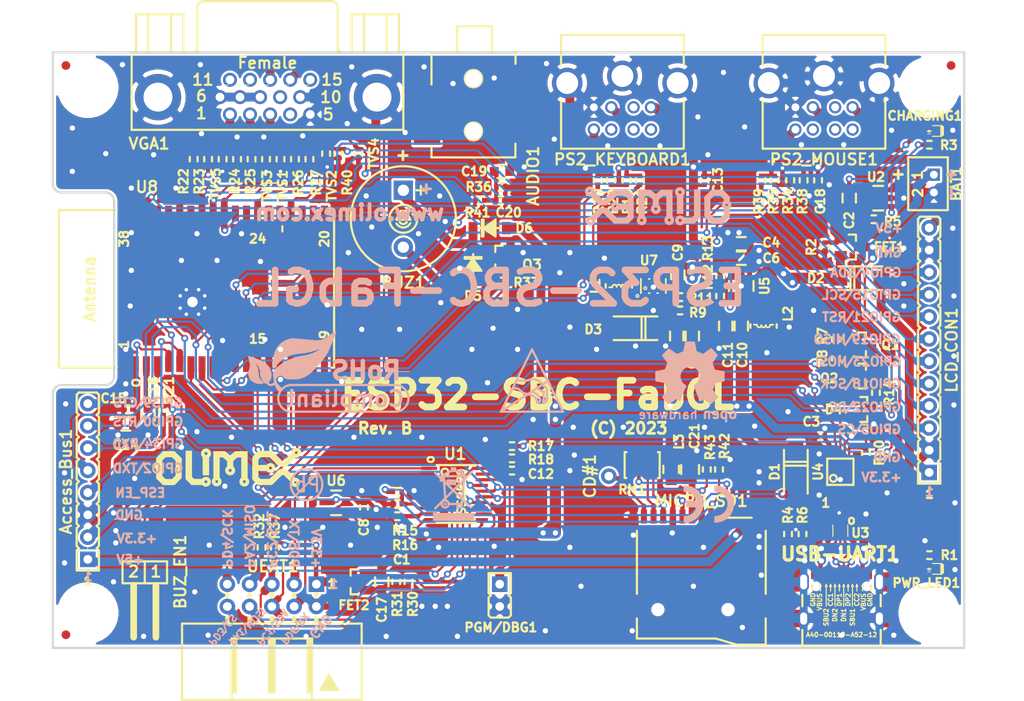
<source format=kicad_pcb>
(kicad_pcb (version 20171130) (host pcbnew 5.1.0-rc2-unknown-036be7d~80~ubuntu16.04.1)
  (title_block (title ESP32-SBC-FabGL) (date 2023-05-31) (rev B) (company "OLIMEX LTD.") (comment 1 www.olimex.com))
  (layers (0 F.Cu signal) (31 B.Cu signal) (34 B.Paste user) (35 F.Paste user) (36 B.SilkS user) (37 F.SilkS user) (38 B.Mask user) (39 F.Mask user) (44 Edge.Cuts user))
  (net 0 "")
  (net 1 +5V)
  (net 2 GND)
  (net 3 /ESP_EN)
  (net 4 "Net-(L2-Pad1)")
  (net 5 "Net-(MICRO_SD1-Pad1)")
  (net 6 "Net-(MICRO_SD1-Pad8)")
  (net 7 /D_Com)
  (net 8 "Net-(FID1-PadFid1)")
  (net 9 "Net-(FID2-PadFid1)")
  (net 10 "Net-(FID3-PadFid1)")
  (net 11 "Net-(R3-Pad2)")
  (net 12 /USB_D-)
  (net 13 /USB_D+)
  (net 14 +3.3V)
  (net 15 "Net-(AUDIO1-Pad1)")
  (net 16 /BUZZER)
  (net 17 VBAT)
  (net 18 "Net-(BUZ1-Pad2)")
  (net 19 "Net-(BUZ1-Pad1)")
  (net 20 "Net-(BUZ_EN1-Pad1)")
  (net 21 +5V_USB)
  (net 22 /GPI35\HSPI_MISO)
  (net 23 "Net-(CD#1-Pad1)")
  (net 24 "Net-(CHARGING1-Pad1)")
  (net 25 /GPIO3\U0RXD)
  (net 26 /GPIO1\U0TXD)
  (net 27 /GPIO2\U1TXD)
  (net 28 /GPI34\U1RXD)
  (net 29 /GPIO32\KBD_DAT)
  (net 30 /GPIO33\KBD_CLK)
  (net 31 /GPIO27\MOUSE_DAT)
  (net 32 /GPIO26\MOUSE_CLK)
  (net 33 /GPIO21\Red_0\LCD_RST)
  (net 34 /GPIO19\Green_1\VSPI_MISO)
  (net 35 /GPIO23\HSync\VSPI_MOSI)
  (net 36 /GPIO18\Green_0\VSPI_SCK)
  (net 37 /GPIO22\Red_1\LCD_DC)
  (net 38 /GPIO5\Blue_1\VSPI_CS)
  (net 39 /GPIO12\HSPI_MOSI)
  (net 40 "Net-(PS2_KEYBOARD1-Pad2)")
  (net 41 "Net-(PS2_KEYBOARD1-Pad6)")
  (net 42 "Net-(PS2_KEYBOARD1-Pad7)")
  (net 43 "Net-(PS2_KEYBOARD1-Pad8)")
  (net 44 "Net-(PWR_LED1-Pad1)")
  (net 45 /CC2)
  (net 46 "Net-(R5-Pad1)")
  (net 47 /CC1)
  (net 48 /GPIO4\Blue_0\I2C_SDA)
  (net 49 /GPIO15\VSync\I2C_SCL)
  (net 50 /GPIO25\AUDIO)
  (net 51 "Net-(USB-UART1-PadA8)")
  (net 52 "Net-(USB-UART1-PadB8)")
  (net 53 "Net-(VGA1-Pad4)")
  (net 54 "Net-(VGA1-Pad11)")
  (net 55 "Net-(PS2_MOUSE1-Pad8)")
  (net 56 "Net-(PS2_MOUSE1-Pad7)")
  (net 57 "Net-(PS2_MOUSE1-Pad6)")
  (net 58 "Net-(PS2_MOUSE1-Pad2)")
  (net 59 "Net-(C4-Pad1)")
  (net 60 "Net-(C17-Pad2)")
  (net 61 "Net-(C19-Pad1)")
  (net 62 "Net-(D3-Pad2)")
  (net 63 /PD6\URX)
  (net 64 /PD7\RST#)
  (net 65 /PD1\SWIO)
  (net 66 /PD5\UTX)
  (net 67 "Net-(R10-Pad1)")
  (net 68 "Net-(R11-Pad1)")
  (net 69 "Net-(R12-Pad1)")
  (net 70 /PD0\PWR_SENS)
  (net 71 /PC3\UEXT_PWR_EN#)
  (net 72 /PC2\SCL)
  (net 73 /PC1\SDA)
  (net 74 /PD3\SoftSPI_CS#)
  (net 75 "Net-(U1-Pad10)")
  (net 76 /PA2\SoftSPI_MISO)
  (net 77 /PA1\SoftSPI_MOSI)
  (net 78 /PD4\SoftSPI_SCK)
  (net 79 /GPI36\IO_EXP_IRQ)
  (net 80 "Net-(U6-Pad1)")
  (net 81 "Net-(U7-Pad6)")
  (net 82 "Net-(U8-Pad21)")
  (net 83 "Net-(U8-Pad22)")
  (net 84 "Net-(U8-Pad20)")
  (net 85 "Net-(U8-Pad19)")
  (net 86 "Net-(U8-Pad17)")
  (net 87 "Net-(U8-Pad18)")
  (net 88 "Net-(U8-Pad27)")
  (net 89 "Net-(U8-Pad28)")
  (net 90 "Net-(U8-Pad32)")
  (net 91 /GPI39\U1CTS)
  (net 92 /PD2\BAT_SENS)
  (net 93 /GPIO13\HSPI_CS)
  (net 94 /GPIO14\HSPI_CLK)
  (net 95 "Net-(PS2_KEYBOARD1-Pad5)")
  (net 96 "Net-(PS2_KEYBOARD1-Pad1)")
  (net 97 "Net-(PS2_MOUSE1-Pad5)")
  (net 98 "Net-(PS2_MOUSE1-Pad1)")
  (net 99 "Net-(VGA1-Pad9)")
  (net 100 "Net-(VGA1-Pad12)")
  (net 101 "Net-(VGA1-Pad15)")
  (net 102 "Net-(D4-Pad3)")
  (net 103 "Net-(Q2-Pad1)")
  (net 104 /RTS#)
  (net 105 /DTR#)
  (net 106 "Net-(C21-Pad1)")
  (net 107 "Net-(FET2-Pad3)")
  (net 108 "Net-(Q1-Pad1)")
  (net 109 "Net-(R24-Pad1)")
  (net 110 "Net-(R26-Pad1)")
  (net 111 /GPIO0\U1RTS)
  (net 112 "Net-(R22-Pad1)")
  (module OLIMEX_Signs-FP:Sign_RoHS_1 (layer B.Cu) (at 139.573 88.392 180)
    (fp_text reference Sign_RoHS hide)
    (fp_text value Sign_RoHS hide)
    (fp_text user Compliant (at 6.20014 0.8382) (layer B.SilkS) (effects (font (size 1.778 1.778) (thickness 0.35)) (justify mirror)))
    (fp_text user RoHS (at 3.81508 4.04368) (layer B.SilkS) (effects (font (size 2 2) (thickness 0.5)) (justify mirror)))
  )
  (module OLIMEX_Signs-FP:Sign_RecycleBin_1 (layer B.Cu) (at 148.082 101.473 180)
    (fp_text reference Sign_RecycleBin hide)
    (fp_text value Sign_RecycleBin hide)
  )
  (module OLIMEX_Signs-FP:Sign_PB-Free (layer B.Cu) (at 129.159 97.028)
    (fp_text reference Sign_PB-Free)
    (fp_text value Sign_PB-Free)
    (fp_text user Pb (at -0.08636 0.33528) (layer B.SilkS) (effects (font (size 1.7 1.5) (thickness 0.254)) (justify mirror)))
  )
  (module OLIMEX_Signs-FP:Sign_OSHW_8x8 (layer B.Cu) (at 172.72 85.09 180)
    (fp_text reference Sign_OSHW_8x8 hide)
    (fp_text value Sign_OSHW_8x8 hide)
    (fp_text user open (at -3.40106 -4.17576) (layer B.SilkS) (effects (font (size 1.1 1.1) (thickness 0.254)) (justify mirror)))
    (fp_text user hardware (at 2.51206 -4.2672) (layer B.SilkS) (effects (font (thickness 0.18)) (justify mirror)))
  )
  (module OLIMEX_Signs-FP:Sign_Antistatic (layer B.Cu) (at 158.242 89.027 180)
    (fp_text reference Sign_Antistatic hide)
    (fp_text value Sign_Antistatic hide)
  )
  (module OLIMEX_Signs-FP:Logo_OLIMEX_TB (layer B.Cu) (at 168.91 65.532 180)
    (fp_text reference Logo_OLIMEX_TB-Bottom hide)
    (fp_text value Logo_OLIMEX_TB hide)
  )
  (module OLIMEX_Signs-FP:CE_Sign (layer B.Cu) (at 173.863 99.568 180)
    (fp_text reference Sign_CE hide)
    (fp_text value CE_Sign hide)
  )
  (module OLIMEX_Signs-FP:Logo_OLIMEX_TB (layer F.Cu) (at 120.142 95.377)
    (fp_text reference Logo_OLIMEX_TB-Top hide)
    (fp_text value Logo_OLIMEX_TB hide)
  )
  (module OLIMEX_Connectors-FP:SCJ325P00XG0B02G (layer F.Cu) (at 148 51 270)
    (fp_text reference AUDIO1 (at 11.103 -6.813 90) (layer F.SilkS) (effects (font (size 1.27 1.27) (thickness 0.254))))
    (fp_text value PJ-3.5-365-5P)
    (pad "" np_thru_hole circle (at 6 0 270) (size 1.7 1.7) (drill 1.7) (layers *.Cu *.Mask))
    (pad "" np_thru_hole circle (at 0 0 270) (size 1.7 1.7) (drill 1.7) (layers *.Cu *.Mask))
    (pad 4 smd rect (at 2.9 -5.3 270) (size 2.1 2.999999) (layers F.Cu F.Paste F.Mask) (net 16 /BUZZER) (clearance 0.0508))
    (pad 5 smd rect (at 2.1 5.3 270) (size 2.1 2.999999) (layers F.Cu F.Paste F.Mask) (net 16 /BUZZER) (clearance 0.0508))
    (pad 3 smd rect (at 6 -5.3 270) (size 2.1 2.999999) (layers F.Cu F.Paste F.Mask) (net 15 "Net-(AUDIO1-Pad1)") (clearance 0.0508))
    (pad 1 smd rect (at 6.3 5.3 270) (size 2.5 2.999999) (layers F.Cu F.Paste F.Mask) (net 15 "Net-(AUDIO1-Pad1)") (clearance 0.0508))
    (pad 2 smd rect (at -0.2 -5.3 270) (size 2.5 2.999999) (layers F.Cu F.Paste F.Mask) (net 2 GND) (clearance 0.0508))
  )
  (module OLIMEX_Connectors-FP:LIPO_BAT_VERTICAL_DW02S (layer F.Cu) (at 197 63 270)
    (fp_text reference BAT1 (at 0 -6.0833 90) (layer F.SilkS) (effects (font (size 1.1 1.1) (thickness 0.254))))
    (fp_text value DW02S)
    (fp_text user 1 (at -0.98298 -1.67894 90) (layer F.SilkS) (effects (font (size 1.1 1.1) (thickness 0.254))))
    (fp_text user 2 (at 1.02108 -1.72974 90) (layer F.SilkS) (effects (font (size 1.1 1.1) (thickness 0.254))))
    (pad 2 thru_hole circle (at 1.00076 -3.53822 270) (size 1.4 1.4) (drill 0.9) (layers *.Cu *.Mask) (net 2 GND))
    (pad 1 thru_hole rect (at -1.0287 -3.53568 270) (size 1.4 1.4) (drill 0.9) (layers *.Cu *.Mask) (net 17 VBAT))
  )
  (module OLIMEX_Devices-FP:PB1221P_1-Plus_2-Minus (layer F.Cu) (at 140 67 270)
    (fp_text reference BUZ1 (at 7.295 0) (layer F.SilkS) (effects (font (size 1.27 1.27) (thickness 0.254))))
    (fp_text value "BUZZER_PB1221P(1.1-1.7V_2kHz_12MM)")
    (pad 1 thru_hole rect (at -3.25 0 270) (size 2.2 2.2) (drill 1.3) (layers *.Cu *.Mask) (net 19 "Net-(BUZ1-Pad1)"))
    (pad 2 thru_hole circle (at 3.25 0 270) (size 2.2 2.2) (drill 1.3) (layers *.Cu *.Mask) (net 18 "Net-(BUZ1-Pad2)"))
  )
  (module OLIMEX_RLC-FP:C_0603_5MIL_DWS (layer F.Cu) (at 178.562 71.501 180)
    (fp_text reference C6 (at -3.429 0) (layer F.SilkS) (effects (font (size 1.016 1.016) (thickness 0.254))))
    (fp_text value 22uF/6.3V/20%/X5R/C0603)
    (pad 2 smd rect (at 0.889 0 180) (size 1.016 1.016) (layers F.Cu F.Paste F.Mask) (net 2 GND) (clearance 0.0508))
    (pad 1 smd rect (at -0.889 0 180) (size 1.016 1.016) (layers F.Cu F.Paste F.Mask) (net 59 "Net-(C4-Pad1)") (clearance 0.0508))
  )
  (module OLIMEX_RLC-FP:C_0603_5MIL_DWS (layer F.Cu) (at 171.323 73.406 270)
    (fp_text reference C9 (at -2.54 0 90) (layer F.SilkS) (effects (font (size 1.016 1.016) (thickness 0.254))))
    (fp_text value 22uF/6.3V/20%/X5R/C0603)
    (pad 2 smd rect (at 0.889 0 270) (size 1.016 1.016) (layers F.Cu F.Paste F.Mask) (net 2 GND) (clearance 0.0508))
    (pad 1 smd rect (at -0.889 0 270) (size 1.016 1.016) (layers F.Cu F.Paste F.Mask) (net 59 "Net-(C4-Pad1)") (clearance 0.0508))
  )
  (module OLIMEX_RLC-FP:C_0603_5MIL_DWS (layer F.Cu) (at 178.562 79.248 90)
    (fp_text reference C10 (at -3.302 0.127 90) (layer F.SilkS) (effects (font (size 1.016 1.016) (thickness 0.254))))
    (fp_text value 22uF/6.3V/20%/X5R/C0603)
    (pad 2 smd rect (at 0.889 0 90) (size 1.016 1.016) (layers F.Cu F.Paste F.Mask) (net 2 GND) (clearance 0.0508))
    (pad 1 smd rect (at -0.889 0 90) (size 1.016 1.016) (layers F.Cu F.Paste F.Mask) (net 14 +3.3V) (clearance 0.0508))
  )
  (module OLIMEX_RLC-FP:C_0603_5MIL_DWS (layer F.Cu) (at 176.784 79.248 90)
    (fp_text reference C11 (at -3.302 0.254 90) (layer F.SilkS) (effects (font (size 1.016 1.016) (thickness 0.254))))
    (fp_text value "NA(22uF/6.3V/20%/X5R/C0603)")
    (pad 2 smd rect (at 0.889 0 90) (size 1.016 1.016) (layers F.Cu F.Paste F.Mask) (net 2 GND) (clearance 0.0508))
    (pad 1 smd rect (at -0.889 0 90) (size 1.016 1.016) (layers F.Cu F.Paste F.Mask) (net 14 +3.3V) (clearance 0.0508))
  )
  (module OLIMEX_RLC-FP:C_0402_5MIL_DWS (layer F.Cu) (at 108.585 88.773)
    (fp_text reference C15 (at -1.651 -1.27 180) (layer F.SilkS) (effects (font (size 1.016 1.016) (thickness 0.254))))
    (fp_text value 100nF/10V/10%/X7R/C0402)
    (pad 2 smd rect (at 0.508 0) (size 0.5 0.55) (layers F.Cu F.Paste F.Mask) (net 14 +3.3V))
    (pad 1 smd rect (at -0.508 0 180) (size 0.5 0.55) (layers F.Cu F.Paste F.Mask) (net 2 GND))
  )
  (module OLIMEX_RLC-FP:C_0603_5MIL_DWS (layer F.Cu) (at 110.871 89.535 270)
    (fp_text reference C16 (at -3.048 -0.635 90) (layer F.SilkS) (effects (font (size 1.016 1.016) (thickness 0.254))))
    (fp_text value 1uF/10V/20%/X5R/C0603)
    (pad 2 smd rect (at 0.889 0 270) (size 1.016 1.016) (layers F.Cu F.Paste F.Mask) (net 2 GND) (clearance 0.0508))
    (pad 1 smd rect (at -0.889 0 270) (size 1.016 1.016) (layers F.Cu F.Paste F.Mask) (net 3 /ESP_EN) (clearance 0.0508))
  )
  (module OLIMEX_Other-FP:TEST_PAD_40x70_Round (layer F.Cu) (at 163.449 96.393)
    (fp_text reference CD#1 (at -2.159 0 90) (layer F.SilkS) (effects (font (size 1.27 1.27) (thickness 0.254))))
    (fp_text value TESTPAD hide)
    (pad 1 thru_hole circle (at 0 0) (size 1.778 1.778) (drill 1) (layers *.Cu *.Mask) (net 23 "Net-(CD#1-Pad1)"))
  )
  (module OLIMEX_LEDs-FP:LED_0603_KA (layer F.Cu) (at 200 57 180)
    (fp_text reference CHARGING1 (at 0.483 1.755) (layer F.SilkS) (effects (font (size 1.016 1.016) (thickness 0.254))))
    (fp_text value LED/YELLOW/0603)
    (pad 1 smd rect (at -0.762 0) (size 0.8 0.8) (layers F.Cu F.Paste F.Mask) (net 24 "Net-(CHARGING1-Pad1)"))
    (pad 2 smd rect (at 0.762 0) (size 0.8 0.8) (layers F.Cu F.Paste F.Mask) (net 21 +5V_USB))
  )
  (module OLIMEX_Diodes-FP:SMA-KA (layer F.Cu) (at 184.785 95.885 270)
    (fp_text reference D1 (at 0 2.413 90) (layer F.SilkS) (effects (font (size 1.016 1.016) (thickness 0.254))))
    (fp_text value "NA(1N5822/SS34/SMA)")
    (pad 2 smd rect (at 2.373 0 270) (size 1.746 1.192) (layers F.Cu) (net 21 +5V_USB) (clearance 0.254))
    (pad 1 smd rect (at -2.373 0 270) (size 1.746 1.192) (layers F.Cu) (net 1 +5V) (clearance 0.254))
    (pad 1 smd rect (at -2.5 0 270) (size 2 1.7) (layers F.Cu F.Paste F.Mask) (net 1 +5V))
    (pad 2 smd rect (at 2.5 0 270) (size 2 1.7) (layers F.Cu F.Paste F.Mask) (net 21 +5V_USB))
  )
  (module OLIMEX_Diodes-FP:SMA-KA (layer F.Cu) (at 192.151 73.787)
    (fp_text reference D2 (at -5.08 0 180) (layer F.SilkS) (effects (font (size 1.016 1.016) (thickness 0.254))))
    (fp_text value 1N5822/SS34/SMA)
    (pad 2 smd rect (at 2.373 0) (size 1.746 1.192) (layers F.Cu) (net 21 +5V_USB) (clearance 0.254))
    (pad 1 smd rect (at -2.373 0) (size 1.746 1.192) (layers F.Cu) (net 59 "Net-(C4-Pad1)") (clearance 0.254))
    (pad 1 smd rect (at -2.5 0) (size 2 1.7) (layers F.Cu F.Paste F.Mask) (net 59 "Net-(C4-Pad1)"))
    (pad 2 smd rect (at 2.5 0) (size 2 1.7) (layers F.Cu F.Paste F.Mask) (net 21 +5V_USB))
  )
  (module OLIMEX_Transistors-FP:SOT23 (layer F.Cu) (at 191.008 70.231 180)
    (fp_text reference FET1 (at -4.445 0 180) (layer F.SilkS) (effects (font (size 1.016 1.016) (thickness 0.254))))
    (fp_text value WPM2015-3/TR)
    (pad 1 smd rect (at 1.10744 0.94996 180) (size 1.4 1) (layers F.Cu F.Paste F.Mask) (net 21 +5V_USB) (clearance 0.0508))
    (pad 2 smd rect (at 1.10744 -0.9525 180) (size 1.4 1) (layers F.Cu F.Paste F.Mask) (net 59 "Net-(C4-Pad1)") (clearance 0.0508))
    (pad 3 smd rect (at -1.10236 0.00254 180) (size 1.4 1) (layers F.Cu F.Paste F.Mask) (net 17 VBAT) (clearance 0.0508))
  )
  (module OLIMEX_Transistors-FP:SOT23 (layer F.Cu) (at 134.620001 108.458)
    (fp_text reference FET2 (at -0.254001 2.667) (layer F.SilkS) (effects (font (size 1.016 1.016) (thickness 0.254))))
    (fp_text value WPM2015-3/TR)
    (pad 1 smd rect (at 1.10744 0.94996) (size 1.4 1) (layers F.Cu F.Paste F.Mask) (net 60 "Net-(C17-Pad2)") (clearance 0.0508))
    (pad 2 smd rect (at 1.10744 -0.9525) (size 1.4 1) (layers F.Cu F.Paste F.Mask) (net 14 +3.3V) (clearance 0.0508))
    (pad 3 smd rect (at -1.10236 0.00254) (size 1.4 1) (layers F.Cu F.Paste F.Mask) (net 107 "Net-(FET2-Pad3)") (clearance 0.0508))
  )
  (module OLIMEX_Other-FP:Fiducial1x3 (layer F.Cu) (at 101.5 114.5)
    (fp_text reference FID1 hide)
    (fp_text value Fiducial hide)
    (pad Fid1 connect circle (at 0 0) (size 1 1) (layers F.Cu F.Mask) (net 8 "Net-(FID1-PadFid1)") (clearance 1.016))
  )
  (module OLIMEX_Other-FP:Fiducial1x3 (layer F.Cu) (at 101.5 49.5)
    (fp_text reference FID2 hide)
    (fp_text value Fiducial hide)
    (pad Fid1 connect circle (at 0 0) (size 1 1) (layers F.Cu F.Mask) (net 9 "Net-(FID2-PadFid1)") (clearance 1.016))
  )
  (module OLIMEX_Other-FP:Fiducial1x3 (layer F.Cu) (at 202.5 49.5)
    (fp_text reference FID3 hide)
    (fp_text value Fiducial hide)
    (pad Fid1 connect circle (at 0 0) (size 1 1) (layers F.Cu F.Mask) (net 10 "Net-(FID3-PadFid1)") (clearance 1.016))
  )
  (module OLIMEX_RLC-FP:CD32 (layer F.Cu) (at 164.592 74.676 90)
    (fp_text reference L1 (at 0 -2.667 90) (layer F.SilkS) (effects (font (size 1.016 1.016) (thickness 0.254))))
    (fp_text value 2.2uH/NRS3015T2R2MNGH)
    (pad 2 smd rect (at 1.2 0 270) (size 1.6 3) (layers F.Cu F.Paste F.Mask) (net 59 "Net-(C4-Pad1)") (clearance 0.0508))
    (pad 1 smd rect (at -1.2 0 270) (size 1.6 3) (layers F.Cu F.Paste F.Mask) (net 62 "Net-(D3-Pad2)") (clearance 0.0508))
  )
  (module OLIMEX_RLC-FP:CD32 (layer F.Cu) (at 181.102 79.248 270)
    (fp_text reference L2 (at -1.397 -2.794 90) (layer F.SilkS) (effects (font (thickness 0.25))))
    (fp_text value 2.2uH/NRS3015T2R2MNGH)
    (pad 2 smd rect (at 1.2 0 90) (size 1.6 3) (layers F.Cu F.Paste F.Mask) (net 14 +3.3V) (clearance 0.0508))
    (pad 1 smd rect (at -1.2 0 90) (size 1.6 3) (layers F.Cu F.Paste F.Mask) (net 4 "Net-(L2-Pad1)") (clearance 0.0508))
  )
  (module OLIMEX_RLC-FP:L_0805_5MIL_DWS (layer F.Cu) (at 170.561 95.631 270)
    (fp_text reference L3 (at -3.175 -0.889 90) (layer F.SilkS) (effects (font (size 1.016 1.016) (thickness 0.254))))
    (fp_text value FB0805/600R/2A)
    (pad 1 smd rect (at -1.016 0 270) (size 1.524 1.27) (layers F.Cu F.Paste F.Mask) (net 14 +3.3V) (clearance 0.0508))
    (pad 2 smd rect (at 1.016 0 270) (size 1.524 1.27) (layers F.Cu F.Paste F.Mask) (net 106 "Net-(C21-Pad1)") (clearance 0.0508))
  )
  (module OLIMEX_Other-FP:Mounting_Hole_Drill-3.3mm_Clerance-7mm (layer F.Cu) (at 104 112)
    (fp_text reference MH1 hide)
    (fp_text value Mounting_Hole_NPTH hide)
    (pad "" np_thru_hole circle (at 0 0) (size 3.300001 3.300001) (drill 3.300001) (layers *.Cu *.Mask) (clearance 1.85))
  )
  (module OLIMEX_Other-FP:Mounting_Hole_Drill-3.3mm_Clerance-7mm (layer F.Cu) (at 200 112)
    (fp_text reference MH2 hide)
    (fp_text value Mounting_Hole_NPTH hide)
    (pad "" np_thru_hole circle (at 0 0) (size 3.300001 3.300001) (drill 3.300001) (layers *.Cu *.Mask) (clearance 1.85))
  )
  (module OLIMEX_Other-FP:Mounting_Hole_Drill-3.3mm_Clerance-7mm (layer F.Cu) (at 200 52)
    (fp_text reference MH3 hide)
    (fp_text value Mounting_Hole_NPTH hide)
    (pad "" np_thru_hole circle (at 0 0) (size 3.300001 3.300001) (drill 3.300001) (layers *.Cu *.Mask) (clearance 1.85))
  )
  (module OLIMEX_Other-FP:Mounting_Hole_Drill-3.3mm_Clerance-7mm (layer F.Cu) (at 104 52)
    (fp_text reference MH4 hide)
    (fp_text value Mounting_Hole_NPTH hide)
    (pad "" np_thru_hole circle (at 0 0) (size 3.300001 3.300001) (drill 3.300001) (layers *.Cu *.Mask) (clearance 1.85))
  )
  (module OLIMEX_Connectors-FP:TFC-WPAPR-08 (layer F.Cu) (at 174 108 270)
    (fp_text reference MICRO_SD1 (at -8.77316 0) (layer F.SilkS) (effects (font (size 1.27 1.27) (thickness 0.254))))
    (fp_text value TFC-WPAPR-08-LF)
    (pad 1 smd rect (at -7 -2.25 180) (size 0.7 1.6) (layers F.Cu) (net 5 "Net-(MICRO_SD1-Pad1)") (clearance 0.0508))
    (pad 2 smd rect (at -7 -1.15 180) (size 0.7 1.6) (layers F.Cu) (net 93 /GPIO13\HSPI_CS) (clearance 0.0508))
    (pad 3 smd rect (at -7 -0.05 180) (size 0.7 1.6) (layers F.Cu) (net 39 /GPIO12\HSPI_MOSI) (clearance 0.0508))
    (pad 4 smd rect (at -7 1.05 180) (size 0.7 1.6) (layers F.Cu) (net 106 "Net-(C21-Pad1)") (clearance 0.0508))
    (pad 5 smd rect (at -7 2.15 180) (size 0.7 1.6) (layers F.Cu) (net 94 /GPIO14\HSPI_CLK) (clearance 0.0508))
    (pad 6 smd rect (at -7 3.25 180) (size 0.7 1.6) (layers F.Cu) (net 2 GND) (clearance 0.0508))
    (pad 7 smd rect (at -7 4.35 180) (size 0.7 1.6) (layers F.Cu) (net 22 /GPI35\HSPI_MISO) (clearance 0.0508))
    (pad 8 smd rect (at -7 5.45 180) (size 0.7 1.6) (layers F.Cu) (net 6 "Net-(MICRO_SD1-Pad8)") (clearance 0.0508))
    (pad 9 smd rect (at -7 6.55 180) (size 0.7 1.6) (layers F.Cu) (net 23 "Net-(CD#1-Pad1)") (clearance 0.0508))
    (pad 10 smd rect (at -6.37 7.75 180) (size 1.2 1.4) (layers F.Cu F.Mask) (net 2 GND) (clearance 0.0508))
    (pad 11 smd rect (at -6.37 -6.85 180) (size 1.6 1.4) (layers F.Cu F.Mask) (net 2 GND) (clearance 0.0508))
    (pad 12 smd rect (at 3.23 7.75 180) (size 1.2 2.2) (layers F.Cu F.Mask) (net 2 GND) (clearance 0.0508))
    (pad 13 smd rect (at 3.23 -7.75 180) (size 1.2 2.2) (layers F.Cu F.Mask) (net 2 GND) (clearance 0.0508))
    (pad "" np_thru_hole circle (at 3.6322 -3.048 270) (size 1 1) (drill 1) (layers *.Cu *.Mask))
    (pad "" np_thru_hole circle (at 3.6322 4.953 270) (size 1 1) (drill 1) (layers *.Cu *.Mask))
  )
  (module OLIMEX_Connectors-FP:PS2_MDR6_MINI-DIN (layer F.Cu) (at 165 52.5 180)
    (fp_text reference PS2_KEYBOARD1 (at 0 -7.725) (layer F.SilkS) (effects (font (size 1.27 1.27) (thickness 0.254))))
    (fp_text value MDR6_MINI-DIN)
    (pad 9 thru_hole circle (at 6.3 1 180) (size 3.5 3.5) (drill 2.5) (layers *.Cu *.Mask) (net 2 GND))
    (pad 9 thru_hole circle (at 0 1.8 180) (size 3.5 3.5) (drill 2.5) (layers *.Cu *.Mask) (net 2 GND))
    (pad 9 thru_hole circle (at -6.3 1 180) (size 3.5 3.5) (drill 2.5) (layers *.Cu *.Mask) (net 2 GND))
    (pad 8 thru_hole circle (at 1.27 -4.31 180) (size 1.41 1.41) (drill 0.9) (layers *.Cu *.Mask) (net 43 "Net-(PS2_KEYBOARD1-Pad8)"))
    (pad 7 thru_hole circle (at -1.27 -4.31 180) (size 1.41 1.41) (drill 0.9) (layers *.Cu *.Mask) (net 42 "Net-(PS2_KEYBOARD1-Pad7)"))
    (pad 6 thru_hole circle (at -3.26 -4.31 180) (size 1.41 1.41) (drill 0.9) (layers *.Cu *.Mask) (net 41 "Net-(PS2_KEYBOARD1-Pad6)"))
    (pad 5 thru_hole circle (at 3.26 -4.31 180) (size 1.41 1.41) (drill 0.9) (layers *.Cu *.Mask) (net 95 "Net-(PS2_KEYBOARD1-Pad5)"))
    (pad 4 thru_hole circle (at -3.26 -1.77 180) (size 1.41 1.41) (drill 0.9) (layers *.Cu *.Mask) (net 1 +5V))
    (pad 3 thru_hole circle (at 3.26 -1.77 180) (size 1.41 1.41) (drill 0.9) (layers *.Cu *.Mask) (net 2 GND))
    (pad 2 thru_hole circle (at -1.27 -1.77 180) (size 1.41 1.41) (drill 0.9) (layers *.Cu *.Mask) (net 40 "Net-(PS2_KEYBOARD1-Pad2)"))
    (pad 1 thru_hole circle (at 1.27 -1.77 180) (size 1.41 1.41) (drill 0.9) (layers *.Cu *.Mask) (net 96 "Net-(PS2_KEYBOARD1-Pad1)"))
  )
  (module OLIMEX_Connectors-FP:PS2_MDR6_MINI-DIN (layer F.Cu) (at 188 52.5 180)
    (fp_text reference PS2_MOUSE1 (at 0 -7.725) (layer F.SilkS) (effects (font (size 1.27 1.27) (thickness 0.254))))
    (fp_text value MDR6_MINI-DIN)
    (pad 9 thru_hole circle (at 6.3 1 180) (size 3.5 3.5) (drill 2.5) (layers *.Cu *.Mask) (net 2 GND))
    (pad 9 thru_hole circle (at 0 1.8 180) (size 3.5 3.5) (drill 2.5) (layers *.Cu *.Mask) (net 2 GND))
    (pad 9 thru_hole circle (at -6.3 1 180) (size 3.5 3.5) (drill 2.5) (layers *.Cu *.Mask) (net 2 GND))
    (pad 8 thru_hole circle (at 1.27 -4.31 180) (size 1.41 1.41) (drill 0.9) (layers *.Cu *.Mask) (net 55 "Net-(PS2_MOUSE1-Pad8)"))
    (pad 7 thru_hole circle (at -1.27 -4.31 180) (size 1.41 1.41) (drill 0.9) (layers *.Cu *.Mask) (net 56 "Net-(PS2_MOUSE1-Pad7)"))
    (pad 6 thru_hole circle (at -3.26 -4.31 180) (size 1.41 1.41) (drill 0.9) (layers *.Cu *.Mask) (net 57 "Net-(PS2_MOUSE1-Pad6)"))
    (pad 5 thru_hole circle (at 3.26 -4.31 180) (size 1.41 1.41) (drill 0.9) (layers *.Cu *.Mask) (net 97 "Net-(PS2_MOUSE1-Pad5)"))
    (pad 4 thru_hole circle (at -3.26 -1.77 180) (size 1.41 1.41) (drill 0.9) (layers *.Cu *.Mask) (net 1 +5V))
    (pad 3 thru_hole circle (at 3.26 -1.77 180) (size 1.41 1.41) (drill 0.9) (layers *.Cu *.Mask) (net 2 GND))
    (pad 2 thru_hole circle (at -1.27 -1.77 180) (size 1.41 1.41) (drill 0.9) (layers *.Cu *.Mask) (net 58 "Net-(PS2_MOUSE1-Pad2)"))
    (pad 1 thru_hole circle (at 1.27 -1.77 180) (size 1.41 1.41) (drill 0.9) (layers *.Cu *.Mask) (net 98 "Net-(PS2_MOUSE1-Pad1)"))
  )
  (module OLIMEX_LEDs-FP:LED_0603_KA (layer F.Cu) (at 200 107 180)
    (fp_text reference PWR_LED1 (at 0.325 -1.585) (layer F.SilkS) (effects (font (size 1.016 1.016) (thickness 0.254))))
    (fp_text value LED/RED/0603)
    (pad 1 smd rect (at -0.762 0) (size 0.8 0.8) (layers F.Cu F.Paste F.Mask) (net 44 "Net-(PWR_LED1-Pad1)"))
    (pad 2 smd rect (at 0.762 0) (size 0.8 0.8) (layers F.Cu F.Paste F.Mask) (net 21 +5V_USB))
  )
  (module OLIMEX_RLC-FP:R_0402_5MIL_DWS (layer F.Cu) (at 200.025 105.41 180)
    (fp_text reference R1 (at -2.286 0) (layer F.SilkS) (effects (font (size 1.016 1.016) (thickness 0.254))))
    (fp_text value 2.2k/R0402)
    (pad 2 smd rect (at 0.508 0 180) (size 0.5 0.55) (layers F.Cu F.Paste F.Mask) (net 2 GND))
    (pad 1 smd rect (at -0.508 0) (size 0.5 0.55) (layers F.Cu F.Paste F.Mask) (net 44 "Net-(PWR_LED1-Pad1)"))
  )
  (module OLIMEX_RLC-FP:R_0402_5MIL_DWS (layer F.Cu) (at 188.087 70.231 270)
    (fp_text reference R2 (at 0 1.524 90) (layer F.SilkS) (effects (font (size 1.016 1.016) (thickness 0.254))))
    (fp_text value 10k/R0402)
    (pad 2 smd rect (at 0.508 0 270) (size 0.5 0.55) (layers F.Cu F.Paste F.Mask) (net 2 GND))
    (pad 1 smd rect (at -0.508 0 90) (size 0.5 0.55) (layers F.Cu F.Paste F.Mask) (net 21 +5V_USB))
  )
  (module OLIMEX_RLC-FP:R_0402_5MIL_DWS (layer F.Cu) (at 200.025 58.547 180)
    (fp_text reference R3 (at -2.215 -0.055) (layer F.SilkS) (effects (font (size 1.016 1.016) (thickness 0.254))))
    (fp_text value 2.2k/R0402)
    (pad 2 smd rect (at 0.508 0 180) (size 0.5 0.55) (layers F.Cu F.Paste F.Mask) (net 11 "Net-(R3-Pad2)"))
    (pad 1 smd rect (at -0.508 0) (size 0.5 0.55) (layers F.Cu F.Paste F.Mask) (net 24 "Net-(CHARGING1-Pad1)"))
  )
  (module OLIMEX_RLC-FP:R_0402_5MIL_DWS (layer F.Cu) (at 193.675 67.056)
    (fp_text reference R5 (at 2.159 0.254) (layer F.SilkS) (effects (font (size 1.016 1.016) (thickness 0.254))))
    (fp_text value 10k/R0402)
    (pad 2 smd rect (at 0.508 0) (size 0.5 0.55) (layers F.Cu F.Paste F.Mask) (net 2 GND))
    (pad 1 smd rect (at -0.508 0 180) (size 0.5 0.55) (layers F.Cu F.Paste F.Mask) (net 46 "Net-(R5-Pad1)"))
  )
  (module OLIMEX_RLC-FP:R_0402_5MIL_DWS (layer F.Cu) (at 192.786 93.726 90)
    (fp_text reference R10 (at 0 1.524 90) (layer F.SilkS) (effects (font (size 1.016 1.016) (thickness 0.254))))
    (fp_text value 4.7k/R0402)
    (pad 2 smd rect (at 0.508 0 90) (size 0.5 0.55) (layers F.Cu F.Paste F.Mask) (net 105 /DTR#))
    (pad 1 smd rect (at -0.508 0 270) (size 0.5 0.55) (layers F.Cu F.Paste F.Mask) (net 67 "Net-(R10-Pad1)"))
  )
  (module OLIMEX_RLC-FP:R_0402_5MIL_DWS (layer F.Cu) (at 176.149 75.819 270)
    (fp_text reference R12 (at -2.159 1.397 90) (layer F.SilkS) (effects (font (size 1.016 1.016) (thickness 0.254))))
    (fp_text value 220k/R0402)
    (pad 2 smd rect (at 0.508 0 270) (size 0.5 0.55) (layers F.Cu F.Paste F.Mask) (net 14 +3.3V))
    (pad 1 smd rect (at -0.508 0 90) (size 0.5 0.55) (layers F.Cu F.Paste F.Mask) (net 69 "Net-(R12-Pad1)"))
  )
  (module OLIMEX_RLC-FP:R_0402_5MIL_DWS (layer F.Cu) (at 176.149 73.533 90)
    (fp_text reference R13 (at 3.175 -1.397 90) (layer F.SilkS) (effects (font (size 1.016 1.016) (thickness 0.254))))
    (fp_text value 49.9k/1%/R0402)
    (pad 2 smd rect (at 0.508 0 90) (size 0.5 0.55) (layers F.Cu F.Paste F.Mask) (net 2 GND))
    (pad 1 smd rect (at -0.508 0 270) (size 0.5 0.55) (layers F.Cu F.Paste F.Mask) (net 69 "Net-(R12-Pad1)"))
  )
  (module OLIMEX_RLC-FP:R_0402_5MIL_DWS (layer F.Cu) (at 139.319 98.171)
    (fp_text reference R15 (at 0.889 4.445) (layer F.SilkS) (effects (font (size 1.016 1.016) (thickness 0.254))))
    (fp_text value 220k/R0402)
    (pad 2 smd rect (at 0.508 0) (size 0.5 0.55) (layers F.Cu F.Paste F.Mask) (net 70 /PD0\PWR_SENS))
    (pad 1 smd rect (at -0.508 0 180) (size 0.5 0.55) (layers F.Cu F.Paste F.Mask) (net 21 +5V_USB))
  )
  (module OLIMEX_RLC-FP:R_0402_5MIL_DWS (layer F.Cu) (at 139.319 99.568 180)
    (fp_text reference R16 (at -0.889 -4.699) (layer F.SilkS) (effects (font (size 1.016 1.016) (thickness 0.254))))
    (fp_text value 470k/R0402)
    (pad 2 smd rect (at 0.508 0 180) (size 0.5 0.55) (layers F.Cu F.Paste F.Mask) (net 2 GND))
    (pad 1 smd rect (at -0.508 0) (size 0.5 0.55) (layers F.Cu F.Paste F.Mask) (net 70 /PD0\PWR_SENS))
  )
  (module OLIMEX_RLC-FP:R_0402_5MIL_DWS (layer F.Cu) (at 152.4 92.964 180)
    (fp_text reference R17 (at -3.302 0 180) (layer F.SilkS) (effects (font (size 1.016 1.016) (thickness 0.254))))
    (fp_text value 470k/R0402)
    (pad 2 smd rect (at 0.508 0 180) (size 0.5 0.55) (layers F.Cu F.Paste F.Mask) (net 92 /PD2\BAT_SENS))
    (pad 1 smd rect (at -0.508 0) (size 0.5 0.55) (layers F.Cu F.Paste F.Mask) (net 17 VBAT))
  )
  (module OLIMEX_RLC-FP:R_0402_5MIL_DWS (layer F.Cu) (at 152.4 94.361)
    (fp_text reference R18 (at 3.302 0.127 -180) (layer F.SilkS) (effects (font (size 1.016 1.016) (thickness 0.254))))
    (fp_text value 150k/R0402)
    (pad 2 smd rect (at 0.508 0) (size 0.5 0.55) (layers F.Cu F.Paste F.Mask) (net 2 GND))
    (pad 1 smd rect (at -0.508 0 180) (size 0.5 0.55) (layers F.Cu F.Paste F.Mask) (net 92 /PD2\BAT_SENS))
  )
  (module OLIMEX_RLC-FP:R_0402_5MIL_DWS (layer F.Cu) (at 165.481 62.611 90)
    (fp_text reference R19 (at -2.413 0.127 90) (layer F.SilkS) (effects (font (size 1.016 1.016) (thickness 0.254))))
    (fp_text value 10k/R0402)
    (pad 2 smd rect (at 0.508 0 90) (size 0.5 0.55) (layers F.Cu F.Paste F.Mask) (net 96 "Net-(PS2_KEYBOARD1-Pad1)"))
    (pad 1 smd rect (at -0.508 0 270) (size 0.5 0.55) (layers F.Cu F.Paste F.Mask) (net 1 +5V))
  )
  (module OLIMEX_RLC-FP:R_0402_5MIL_DWS (layer F.Cu) (at 163.703 62.611 90)
    (fp_text reference R20 (at -2.413 0.254 90) (layer F.SilkS) (effects (font (size 1.016 1.016) (thickness 0.254))))
    (fp_text value 10k/R0402)
    (pad 2 smd rect (at 0.508 0 90) (size 0.5 0.55) (layers F.Cu F.Paste F.Mask) (net 95 "Net-(PS2_KEYBOARD1-Pad5)"))
    (pad 1 smd rect (at -0.508 0 270) (size 0.5 0.55) (layers F.Cu F.Paste F.Mask) (net 1 +5V))
  )
  (module OLIMEX_RLC-FP:R_0402_5MIL_DWS (layer F.Cu) (at 167.005 62.611 270)
    (fp_text reference R28 (at 2.413 -0.254 90) (layer F.SilkS) (effects (font (size 1.016 1.016) (thickness 0.254))))
    (fp_text value 120R/R0402)
    (pad 2 smd rect (at 0.508 0 270) (size 0.5 0.55) (layers F.Cu F.Paste F.Mask) (net 29 /GPIO32\KBD_DAT))
    (pad 1 smd rect (at -0.508 0 90) (size 0.5 0.55) (layers F.Cu F.Paste F.Mask) (net 96 "Net-(PS2_KEYBOARD1-Pad1)"))
  )
  (module OLIMEX_RLC-FP:R_0402_5MIL_DWS (layer F.Cu) (at 162.179 62.611 270)
    (fp_text reference R29 (at 2.413 -0.127 90) (layer F.SilkS) (effects (font (size 1.016 1.016) (thickness 0.254))))
    (fp_text value 120R/R0402)
    (pad 2 smd rect (at 0.508 0 270) (size 0.5 0.55) (layers F.Cu F.Paste F.Mask) (net 30 /GPIO33\KBD_CLK))
    (pad 1 smd rect (at -0.508 0 90) (size 0.5 0.55) (layers F.Cu F.Paste F.Mask) (net 95 "Net-(PS2_KEYBOARD1-Pad5)"))
  )
  (module OLIMEX_RLC-FP:R_0402_5MIL_DWS (layer F.Cu) (at 140.589 108.458 90)
    (fp_text reference R30 (at -2.54 0.508 90) (layer F.SilkS) (effects (font (size 1.016 1.016) (thickness 0.254))))
    (fp_text value 2.2k/R0402)
    (pad 2 smd rect (at 0.508 0 90) (size 0.5 0.55) (layers F.Cu F.Paste F.Mask) (net 71 /PC3\UEXT_PWR_EN#))
    (pad 1 smd rect (at -0.508 0 270) (size 0.5 0.55) (layers F.Cu F.Paste F.Mask) (net 60 "Net-(C17-Pad2)"))
  )
  (module OLIMEX_RLC-FP:R_0402_5MIL_DWS (layer F.Cu) (at 139.192 108.458 270)
    (fp_text reference R31 (at 2.54 -0.127 90) (layer F.SilkS) (effects (font (size 1.016 1.016) (thickness 0.254))))
    (fp_text value 220k/R0402)
    (pad 2 smd rect (at 0.508 0 270) (size 0.5 0.55) (layers F.Cu F.Paste F.Mask) (net 60 "Net-(C17-Pad2)"))
    (pad 1 smd rect (at -0.508 0 90) (size 0.5 0.55) (layers F.Cu F.Paste F.Mask) (net 14 +3.3V))
  )
  (module OLIMEX_RLC-FP:R_0402_5MIL_DWS (layer F.Cu) (at 123.825 104.521 270)
    (fp_text reference R32 (at -2.413 0.254 90) (layer F.SilkS) (effects (font (size 1.016 1.016) (thickness 0.254))))
    (fp_text value 2.2k/R0402)
    (pad 2 smd rect (at 0.508 0 270) (size 0.5 0.55) (layers F.Cu F.Paste F.Mask) (net 72 /PC2\SCL))
    (pad 1 smd rect (at -0.508 0 90) (size 0.5 0.55) (layers F.Cu F.Paste F.Mask) (net 107 "Net-(FET2-Pad3)"))
  )
  (module OLIMEX_RLC-FP:R_0402_5MIL_DWS (layer F.Cu) (at 184.15 62.611 90)
    (fp_text reference R34 (at -2.413 -0.254 90) (layer F.SilkS) (effects (font (size 1.016 1.016) (thickness 0.254))))
    (fp_text value 10k/R0402)
    (pad 2 smd rect (at 0.508 0 90) (size 0.5 0.55) (layers F.Cu F.Paste F.Mask) (net 98 "Net-(PS2_MOUSE1-Pad1)"))
    (pad 1 smd rect (at -0.508 0 270) (size 0.5 0.55) (layers F.Cu F.Paste F.Mask) (net 1 +5V))
  )
  (module OLIMEX_RLC-FP:R_0402_5MIL_DWS (layer F.Cu) (at 182.372 62.611 90)
    (fp_text reference R35 (at -2.413 -0.127 90) (layer F.SilkS) (effects (font (size 1.016 1.016) (thickness 0.254))))
    (fp_text value 10k/R0402)
    (pad 2 smd rect (at 0.508 0 90) (size 0.5 0.55) (layers F.Cu F.Paste F.Mask) (net 97 "Net-(PS2_MOUSE1-Pad5)"))
    (pad 1 smd rect (at -0.508 0 270) (size 0.5 0.55) (layers F.Cu F.Paste F.Mask) (net 1 +5V))
  )
  (module OLIMEX_RLC-FP:R_0402_5MIL_DWS (layer F.Cu) (at 185.674 62.611 270)
    (fp_text reference R38 (at 2.413 0.127 90) (layer F.SilkS) (effects (font (size 1.016 1.016) (thickness 0.254))))
    (fp_text value 120R/R0402)
    (pad 2 smd rect (at 0.508 0 270) (size 0.5 0.55) (layers F.Cu F.Paste F.Mask) (net 31 /GPIO27\MOUSE_DAT))
    (pad 1 smd rect (at -0.508 0 90) (size 0.5 0.55) (layers F.Cu F.Paste F.Mask) (net 98 "Net-(PS2_MOUSE1-Pad1)"))
  )
  (module OLIMEX_RLC-FP:R_0402_5MIL_DWS (layer F.Cu) (at 180.848 62.611 270)
    (fp_text reference R39 (at 2.413 0.254 90) (layer F.SilkS) (effects (font (size 1.016 1.016) (thickness 0.254))))
    (fp_text value 120R/R0402)
    (pad 2 smd rect (at 0.508 0 270) (size 0.5 0.55) (layers F.Cu F.Paste F.Mask) (net 32 /GPIO26\MOUSE_CLK))
    (pad 1 smd rect (at -0.508 0 90) (size 0.5 0.55) (layers F.Cu F.Paste F.Mask) (net 97 "Net-(PS2_MOUSE1-Pad5)"))
  )
  (module OLIMEX_RLC-FP:R_0402_5MIL_DWS (layer F.Cu) (at 125.349 104.521 270)
    (fp_text reference R37 (at -2.413 0 90) (layer F.SilkS) (effects (font (size 1.016 1.016) (thickness 0.254))))
    (fp_text value 2.2k/R0402)
    (pad 2 smd rect (at 0.508 0 270) (size 0.5 0.55) (layers F.Cu F.Paste F.Mask) (net 73 /PC1\SDA))
    (pad 1 smd rect (at -0.508 0 90) (size 0.5 0.55) (layers F.Cu F.Paste F.Mask) (net 107 "Net-(FET2-Pad3)"))
  )
  (module OLIMEX_RLC-FP:R_0402_5MIL_DWS (layer F.Cu) (at 151.384 74.167999 180)
    (fp_text reference R33 (at -2.667 -0.127001) (layer F.SilkS) (effects (font (size 1.016 1.016) (thickness 0.254))))
    (fp_text value 2.2k/R0402)
    (pad 2 smd rect (at 0.508 0 180) (size 0.5 0.55) (layers F.Cu F.Paste F.Mask) (net 18 "Net-(BUZ1-Pad2)"))
    (pad 1 smd rect (at -0.508 0) (size 0.5 0.55) (layers F.Cu F.Paste F.Mask) (net 20 "Net-(BUZ_EN1-Pad1)"))
  )
  (module OLIMEX_RLC-FP:R_0402_5MIL_DWS (layer F.Cu) (at 151.13 63.373)
    (fp_text reference R36 (at -2.54 0) (layer F.SilkS) (effects (font (size 1.016 1.016) (thickness 0.254))))
    (fp_text value 150R/R0402)
    (pad 2 smd rect (at 0.508 0) (size 0.5 0.55) (layers F.Cu F.Paste F.Mask) (net 2 GND))
    (pad 1 smd rect (at -0.508 0 180) (size 0.5 0.55) (layers F.Cu F.Paste F.Mask) (net 61 "Net-(C19-Pad1)"))
  )
  (module OLIMEX_RLC-FP:R_0402_5MIL_DWS (layer F.Cu) (at 132.588 59.563 270)
    (fp_text reference R40 (at 3.302 -1.016 90) (layer F.SilkS) (effects (font (size 1.016 1.016) (thickness 0.254))))
    (fp_text value NA/R0402)
    (pad 2 smd rect (at 0.508 0 270) (size 0.5 0.55) (layers F.Cu F.Paste F.Mask) (net 2 GND))
    (pad 1 smd rect (at -0.508 0 90) (size 0.5 0.55) (layers F.Cu F.Paste F.Mask) (net 49 /GPIO15\VSync\I2C_SCL))
  )
  (module OLIMEX_RLC-FP:R_0402_5MIL_DWS (layer F.Cu) (at 148.717 64.897 180)
    (fp_text reference R41 (at 0.254 -1.397 180) (layer F.SilkS) (effects (font (size 1.016 1.016) (thickness 0.254))))
    (fp_text value 270R/R0402)
    (pad 2 smd rect (at 0.508 0 180) (size 0.5 0.55) (layers F.Cu F.Paste F.Mask) (net 50 /GPIO25\AUDIO))
    (pad 1 smd rect (at -0.508 0) (size 0.5 0.55) (layers F.Cu F.Paste F.Mask) (net 61 "Net-(C19-Pad1)"))
  )
  (module "OLIMEX_RLC-FP:RA1206_(4X0603)_4B8_xx" (layer F.Cu) (at 167.259 95.123 180)
    (fp_text reference RM1 (at 1.143 -2.794) (layer F.SilkS) (effects (font (size 1.016 1.016) (thickness 0.254))))
    (fp_text value "RA1206_(4x0603)_4B8_10k")
    (pad 3.1 smd rect (at 0.381 0.762 180) (size 0.508 1.016) (layers F.Cu F.Paste F.Mask) (net 14 +3.3V) (clearance 0.0508))
    (pad 2.1 smd rect (at -0.381 0.762 180) (size 0.508 1.016) (layers F.Cu F.Paste F.Mask) (net 14 +3.3V) (clearance 0.0508))
    (pad 3.2 smd rect (at 0.381 -0.762 180) (size 0.508 1.016) (layers F.Cu F.Paste F.Mask) (net 5 "Net-(MICRO_SD1-Pad1)") (clearance 0.0508))
    (pad 2.2 smd rect (at -0.381 -0.762 180) (size 0.508 1.016) (layers F.Cu F.Paste F.Mask) (net 6 "Net-(MICRO_SD1-Pad8)") (clearance 0.0508))
    (pad 4.1 smd rect (at 1.27 0.762 180) (size 0.762 1.016) (layers F.Cu F.Paste F.Mask) (net 14 +3.3V) (clearance 0.0508))
    (pad 4.2 smd rect (at 1.27 -0.762 180) (size 0.762 1.016) (layers F.Cu F.Paste F.Mask) (net 23 "Net-(CD#1-Pad1)") (clearance 0.0508))
    (pad 1.1 smd rect (at -1.27 0.762 180) (size 0.762 1.016) (layers F.Cu F.Paste F.Mask) (net 14 +3.3V) (clearance 0.0508))
    (pad 1.2 smd rect (at -1.27 -0.762 180) (size 0.762 1.016) (layers F.Cu F.Paste F.Mask) (net 22 /GPI35\HSPI_MISO) (clearance 0.0508))
  )
  (module OLIMEX_Diodes-FP:D_0402_5MIL_DWS (layer F.Cu) (at 124.333 60.198 90)
    (fp_text reference TVS3 (at -3.048 0.127 90) (layer F.SilkS) (effects (font (size 1.016 1.016) (thickness 0.254))))
    (fp_text value "NA(GG0402052R542P)")
    (pad 2 smd rect (at 0.508 0 90) (size 0.5 0.55) (layers F.Cu F.Paste F.Mask) (net 109 "Net-(R24-Pad1)"))
    (pad 1 smd rect (at -0.508 0 270) (size 0.5 0.55) (layers F.Cu F.Paste F.Mask) (net 2 GND))
  )
  (module OLIMEX_Diodes-FP:D_0402_5MIL_DWS (layer F.Cu) (at 134.874 59.563 90)
    (fp_text reference TVS4 (at 0 1.778 90) (layer F.SilkS) (effects (font (size 1.016 1.016) (thickness 0.254))))
    (fp_text value "NA(GG0402052R542P)")
    (pad 2 smd rect (at 0.508 0 90) (size 0.5 0.55) (layers F.Cu F.Paste F.Mask) (net 35 /GPIO23\HSync\VSPI_MOSI))
    (pad 1 smd rect (at -0.508 0 270) (size 0.5 0.55) (layers F.Cu F.Paste F.Mask) (net 2 GND))
  )
  (module OLIMEX_RLC-FP:C_0402_5MIL_DWS (layer F.Cu) (at 139.319 100.965)
    (fp_text reference C1 (at 0.508 4.953) (layer F.SilkS) (effects (font (size 1.016 1.016) (thickness 0.254))))
    (fp_text value 100nF/10V/10%/X7R/C0402)
    (pad 2 smd rect (at 0.508 0) (size 0.5 0.55) (layers F.Cu F.Paste F.Mask) (net 14 +3.3V))
    (pad 1 smd rect (at -0.508 0 180) (size 0.5 0.55) (layers F.Cu F.Paste F.Mask) (net 2 GND))
  )
  (module OLIMEX_RLC-FP:C_0603_5MIL_DWS (layer F.Cu) (at 190.881 64.643 270)
    (fp_text reference C2 (at 2.54 0 90) (layer F.SilkS) (effects (font (size 1.016 1.016) (thickness 0.254))))
    (fp_text value 22uF/6.3V/20%/X5R/C0603)
    (pad 2 smd rect (at 0.889 0 270) (size 1.016 1.016) (layers F.Cu F.Paste F.Mask) (net 2 GND) (clearance 0.0508))
    (pad 1 smd rect (at -0.889 0 270) (size 1.016 1.016) (layers F.Cu F.Paste F.Mask) (net 21 +5V_USB) (clearance 0.0508))
  )
  (module OLIMEX_RLC-FP:C_0402_5MIL_DWS (layer F.Cu) (at 187.579 91.821 180)
    (fp_text reference C3 (at 1.016 1.651 180) (layer F.SilkS) (effects (font (size 1.016 1.016) (thickness 0.254))))
    (fp_text value 100nF/10V/10%/X7R/C0402)
    (pad 2 smd rect (at 0.508 0 180) (size 0.5 0.55) (layers F.Cu F.Paste F.Mask) (net 2 GND))
    (pad 1 smd rect (at -0.508 0) (size 0.5 0.55) (layers F.Cu F.Paste F.Mask) (net 14 +3.3V))
  )
  (module OLIMEX_RLC-FP:C_0603_5MIL_DWS (layer F.Cu) (at 178.562 69.85 180)
    (fp_text reference C4 (at -3.429 0.127) (layer F.SilkS) (effects (font (size 1.016 1.016) (thickness 0.254))))
    (fp_text value "NA(22uF/6.3V/20%/X5R/C0603)")
    (pad 2 smd rect (at 0.889 0 180) (size 1.016 1.016) (layers F.Cu F.Paste F.Mask) (net 2 GND) (clearance 0.0508))
    (pad 1 smd rect (at -0.889 0 180) (size 1.016 1.016) (layers F.Cu F.Paste F.Mask) (net 59 "Net-(C4-Pad1)") (clearance 0.0508))
  )
  (module OLIMEX_RLC-FP:C_0603_5MIL_DWS (layer F.Cu) (at 172.974 80.391 270)
    (fp_text reference C5 (at 2.794 0 270) (layer F.SilkS) (effects (font (size 1.016 1.016) (thickness 0.254))))
    (fp_text value "NA(22uF/6.3V/20%/X5R/C0603)")
    (pad 2 smd rect (at 0.889 0 270) (size 1.016 1.016) (layers F.Cu F.Paste F.Mask) (net 2 GND) (clearance 0.0508))
    (pad 1 smd rect (at -0.889 0 270) (size 1.016 1.016) (layers F.Cu F.Paste F.Mask) (net 1 +5V) (clearance 0.0508))
  )
  (module OLIMEX_RLC-FP:C_0603_5MIL_DWS (layer F.Cu) (at 171.196 80.391 270)
    (fp_text reference C7 (at 2.794 0 270) (layer F.SilkS) (effects (font (size 1.016 1.016) (thickness 0.254))))
    (fp_text value 22uF/6.3V/20%/X5R/C0603)
    (pad 2 smd rect (at 0.889 0 270) (size 1.016 1.016) (layers F.Cu F.Paste F.Mask) (net 2 GND) (clearance 0.0508))
    (pad 1 smd rect (at -0.889 0 270) (size 1.016 1.016) (layers F.Cu F.Paste F.Mask) (net 1 +5V) (clearance 0.0508))
  )
  (module OLIMEX_RLC-FP:C_0402_5MIL_DWS (layer F.Cu) (at 152.4 95.758 180)
    (fp_text reference C12 (at -3.302 -0.381 180) (layer F.SilkS) (effects (font (size 1.016 1.016) (thickness 0.254))))
    (fp_text value 100nF/10V/10%/X7R/C0402)
    (pad 2 smd rect (at 0.508 0 180) (size 0.5 0.55) (layers F.Cu F.Paste F.Mask) (net 92 /PD2\BAT_SENS))
    (pad 1 smd rect (at -0.508 0) (size 0.5 0.55) (layers F.Cu F.Paste F.Mask) (net 2 GND))
  )
  (module OLIMEX_RLC-FP:C_0402_5MIL_DWS (layer F.Cu) (at 174.371 62.611 90)
    (fp_text reference C13 (at 0 1.524 270) (layer F.SilkS) (effects (font (size 1.016 1.016) (thickness 0.254))))
    (fp_text value 100nF/10V/10%/X7R/C0402)
    (pad 2 smd rect (at 0.508 0 90) (size 0.5 0.55) (layers F.Cu F.Paste F.Mask) (net 2 GND))
    (pad 1 smd rect (at -0.508 0 270) (size 0.5 0.55) (layers F.Cu F.Paste F.Mask) (net 1 +5V))
  )
  (module OLIMEX_RLC-FP:C_0603_5MIL_DWS (layer F.Cu) (at 108.331 90.424 180)
    (fp_text reference C14 (at 0 -2.413) (layer F.SilkS) (effects (font (size 1.016 1.016) (thickness 0.254))))
    (fp_text value 22uF/6.3V/20%/X5R/C0603)
    (pad 2 smd rect (at 0.889 0 180) (size 1.016 1.016) (layers F.Cu F.Paste F.Mask) (net 2 GND) (clearance 0.0508))
    (pad 1 smd rect (at -0.889 0 180) (size 1.016 1.016) (layers F.Cu F.Paste F.Mask) (net 14 +3.3V) (clearance 0.0508))
  )
  (module OLIMEX_RLC-FP:C_0603_5MIL_DWS (layer F.Cu) (at 137.541 108.457999 270)
    (fp_text reference C17 (at 3.175001 0 270) (layer F.SilkS) (effects (font (size 1.016 1.016) (thickness 0.254))))
    (fp_text value 22uF/6.3V/20%/X5R/C0603)
    (pad 2 smd rect (at 0.889 0 270) (size 1.016 1.016) (layers F.Cu F.Paste F.Mask) (net 60 "Net-(C17-Pad2)") (clearance 0.0508))
    (pad 1 smd rect (at -0.889 0 270) (size 1.016 1.016) (layers F.Cu F.Paste F.Mask) (net 14 +3.3V) (clearance 0.0508))
  )
  (module OLIMEX_RLC-FP:C_0402_5MIL_DWS (layer F.Cu) (at 187.325 62.611 270)
    (fp_text reference C18 (at 2.413 -0.254 90) (layer F.SilkS) (effects (font (size 1.016 1.016) (thickness 0.254))))
    (fp_text value 100nF/10V/10%/X7R/C0402)
    (pad 2 smd rect (at 0.508 0 270) (size 0.5 0.55) (layers F.Cu F.Paste F.Mask) (net 2 GND))
    (pad 1 smd rect (at -0.508 0 90) (size 0.5 0.55) (layers F.Cu F.Paste F.Mask) (net 1 +5V))
  )
  (module OLIMEX_RLC-FP:C_0603_5MIL_DWS (layer F.Cu) (at 151.257 61.595)
    (fp_text reference C19 (at -3.175 0) (layer F.SilkS) (effects (font (size 1.016 1.016) (thickness 0.254))))
    (fp_text value 22uF/6.3V/20%/X5R/C0603)
    (pad 2 smd rect (at 0.889 0) (size 1.016 1.016) (layers F.Cu F.Paste F.Mask) (net 15 "Net-(AUDIO1-Pad1)") (clearance 0.0508))
    (pad 1 smd rect (at -0.889 0) (size 1.016 1.016) (layers F.Cu F.Paste F.Mask) (net 61 "Net-(C19-Pad1)") (clearance 0.0508))
  )
  (module OLIMEX_RLC-FP:C_0402_5MIL_DWS (layer F.Cu) (at 151.13 64.897)
    (fp_text reference C20 (at 0.889 1.397) (layer F.SilkS) (effects (font (size 1.016 1.016) (thickness 0.254))))
    (fp_text value 100nF/10V/10%/X7R/C0402)
    (pad 2 smd rect (at 0.508 0) (size 0.5 0.55) (layers F.Cu F.Paste F.Mask) (net 2 GND))
    (pad 1 smd rect (at -0.508 0 180) (size 0.5 0.55) (layers F.Cu F.Paste F.Mask) (net 61 "Net-(C19-Pad1)"))
  )
  (module OLIMEX_RLC-FP:C_0805_5MIL_DWS (layer F.Cu) (at 172.72 95.631 90)
    (fp_text reference C21 (at 3.81 0.508 90) (layer F.SilkS) (effects (font (size 1.016 1.016) (thickness 0.254))))
    (fp_text value 47uF/6.3V/20%/X5R/C0805)
    (pad 2 smd rect (at 1.016 0 180) (size 1.524 1.27) (layers F.Cu F.Paste F.Mask) (net 2 GND))
    (pad 1 smd rect (at -1.016 0 180) (size 1.524 1.27) (layers F.Cu F.Paste F.Mask) (net 106 "Net-(C21-Pad1)"))
  )
  (module OLIMEX_Diodes-FP:SMA-KA (layer F.Cu) (at 166.497 79.502 180)
    (fp_text reference D3 (at 4.826 -0.127 180) (layer F.SilkS) (effects (font (size 1.016 1.016) (thickness 0.254))))
    (fp_text value 1N5822/SS34/SMA)
    (pad 2 smd rect (at 2.373 0 180) (size 1.746 1.192) (layers F.Cu) (net 62 "Net-(D3-Pad2)") (clearance 0.254))
    (pad 1 smd rect (at -2.373 0 180) (size 1.746 1.192) (layers F.Cu) (net 1 +5V) (clearance 0.254))
    (pad 1 smd rect (at -2.5 0 180) (size 2 1.7) (layers F.Cu F.Paste F.Mask) (net 1 +5V))
    (pad 2 smd rect (at 2.5 0 180) (size 2 1.7) (layers F.Cu F.Paste F.Mask) (net 62 "Net-(D3-Pad2)"))
  )
  (module OLIMEX_Diodes-FP:SOT23-3 (layer F.Cu) (at 192.278 88.773 180)
    (fp_text reference D4 (at 3.175 0) (layer F.SilkS) (effects (font (size 1.016 1.016) (thickness 0.254))))
    (fp_text value "BAT54C(SOT23-3)")
    (pad 3 smd rect (at -1.1 0 270) (size 1 1.4) (layers F.Cu F.Paste F.Mask) (net 102 "Net-(D4-Pad3)"))
    (pad 2 smd rect (at 1.1 -0.95 270) (size 1 1.4) (layers F.Cu F.Paste F.Mask) (net 111 /GPIO0\U1RTS))
    (pad 1 smd rect (at 1.1 0.95 270) (size 1 1.4) (layers F.Cu F.Paste F.Mask) (net 27 /GPIO2\U1TXD))
  )
  (module OLIMEX_Diodes-FP:SOD-123_1C-2A_KA (layer F.Cu) (at 147.955 72.268 270)
    (fp_text reference D5 (at 3.551 0 180) (layer F.SilkS) (effects (font (size 1.016 1.016) (thickness 0.254))))
    (fp_text value 1N4148W/SOD123)
    (pad 2 smd rect (at 1.9 0 270) (size 1 1.4) (layers F.Cu F.Paste F.Mask) (net 18 "Net-(BUZ1-Pad2)") (clearance 0.0508))
    (pad 1 smd rect (at -1.9 0 270) (size 1 1.4) (layers F.Cu F.Paste F.Mask) (net 19 "Net-(BUZ1-Pad1)") (clearance 0.0508))
  )
  (module OLIMEX_Diodes-FP:SOD-123_1C-2A_KA (layer F.Cu) (at 149.855 68.072)
    (fp_text reference D6 (at 3.937 0) (layer F.SilkS) (effects (font (size 1.016 1.016) (thickness 0.254))))
    (fp_text value 1N4148W/SOD123)
    (pad 2 smd rect (at 1.9 0) (size 1 1.4) (layers F.Cu F.Paste F.Mask) (net 14 +3.3V) (clearance 0.0508))
    (pad 1 smd rect (at -1.9 0) (size 1 1.4) (layers F.Cu F.Paste F.Mask) (net 19 "Net-(BUZ1-Pad1)") (clearance 0.0508))
  )
  (module OLIMEX_Transistors-FP:SOT23 (layer F.Cu) (at 151.13 71.501)
    (fp_text reference Q3 (at 3.556 0.762) (layer F.SilkS) (effects (font (size 1.1 1.1) (thickness 0.254))))
    (fp_text value "BC817-40(SOT23)")
    (pad 1 smd rect (at 1.10744 0.94996) (size 1.4 1) (layers F.Cu F.Paste F.Mask) (net 20 "Net-(BUZ_EN1-Pad1)") (clearance 0.0508))
    (pad 2 smd rect (at 1.10744 -0.9525) (size 1.4 1) (layers F.Cu F.Paste F.Mask) (net 2 GND) (clearance 0.0508))
    (pad 3 smd rect (at -1.10236 0.00254) (size 1.4 1) (layers F.Cu F.Paste F.Mask) (net 18 "Net-(BUZ1-Pad2)") (clearance 0.0508))
  )
  (module OLIMEX_RLC-FP:R_0402_5MIL_DWS (layer F.Cu) (at 171.577 77.47 180)
    (fp_text reference R9 (at -2.032 -0.254 180) (layer F.SilkS) (effects (font (size 1.016 1.016) (thickness 0.254))))
    (fp_text value 8.25k/1%/R0402)
    (pad 2 smd rect (at 0.508 0 180) (size 0.5 0.55) (layers F.Cu F.Paste F.Mask) (net 68 "Net-(R11-Pad1)"))
    (pad 1 smd rect (at -0.508 0) (size 0.5 0.55) (layers F.Cu F.Paste F.Mask) (net 1 +5V))
  )
  (module OLIMEX_RLC-FP:R_0402_5MIL_DWS (layer F.Cu) (at 189.357 80.772 90)
    (fp_text reference R7 (at 0.381 -1.524 90) (layer F.SilkS) (effects (font (size 1.016 1.016) (thickness 0.254))))
    (fp_text value 1k/R0402)
    (pad 2 smd rect (at 0.508 0 90) (size 0.5 0.55) (layers F.Cu F.Paste F.Mask) (net 108 "Net-(Q1-Pad1)"))
    (pad 1 smd rect (at -0.508 0 270) (size 0.5 0.55) (layers F.Cu F.Paste F.Mask) (net 105 /DTR#))
  )
  (module OLIMEX_RLC-FP:R_0402_5MIL_DWS (layer F.Cu) (at 171.577 75.946)
    (fp_text reference R11 (at 2.413 0.127) (layer F.SilkS) (effects (font (size 1.016 1.016) (thickness 0.254))))
    (fp_text value 1.1k/1%/R0402)
    (pad 2 smd rect (at 0.508 0) (size 0.5 0.55) (layers F.Cu F.Paste F.Mask) (net 2 GND))
    (pad 1 smd rect (at -0.508 0 180) (size 0.5 0.55) (layers F.Cu F.Paste F.Mask) (net 68 "Net-(R11-Pad1)"))
  )
  (module OLIMEX_IC-FP:TSSOP20_Pitch-0.65mm_6.6x4.5x1.2mm (layer F.Cu) (at 146.05 98.425 270)
    (fp_text reference U1 (at -4.572 0.127 180) (layer F.SilkS) (effects (font (size 1.27 1.27) (thickness 0.254))))
    (fp_text value "CH32V003F4P6(TSSOP20)")
    (fp_text user o (at -3.937 3.048 90) (layer F.SilkS) (effects (font (size 1.016 1.016) (thickness 0.254))))
    (fp_text user TSSOP20 (at 0.07 -0.6 90) (layer F.SilkS) (effects (font (size 0.9 0.9) (thickness 0.225))))
    (pad 11 smd rect (at 2.925 -2.9 270) (size 0.35 1.4) (layers F.Cu F.Paste F.Mask) (net 73 /PC1\SDA))
    (pad 12 smd rect (at 2.275 -2.9 270) (size 0.35 1.4) (layers F.Cu F.Paste F.Mask) (net 72 /PC2\SCL))
    (pad 13 smd rect (at 1.625 -2.9 270) (size 0.35 1.4) (layers F.Cu F.Paste F.Mask) (net 71 /PC3\UEXT_PWR_EN#))
    (pad 14 smd rect (at 0.975 -2.9 270) (size 0.35 1.4) (layers F.Cu F.Paste F.Mask) (net 79 /GPI36\IO_EXP_IRQ))
    (pad 15 smd rect (at 0.325 -2.9 270) (size 0.35 1.4) (layers F.Cu F.Paste F.Mask) (net 94 /GPIO14\HSPI_CLK))
    (pad 16 smd rect (at -0.325 -2.9 270) (size 0.35 1.4) (layers F.Cu F.Paste F.Mask) (net 39 /GPIO12\HSPI_MOSI))
    (pad 17 smd rect (at -0.975 -2.9 270) (size 0.35 1.4) (layers F.Cu F.Paste F.Mask) (net 22 /GPI35\HSPI_MISO))
    (pad 18 smd rect (at -1.625 -2.9 270) (size 0.35 1.4) (layers F.Cu F.Paste F.Mask) (net 65 /PD1\SWIO))
    (pad 19 smd rect (at -2.275 -2.9 270) (size 0.35 1.4) (layers F.Cu F.Paste F.Mask) (net 92 /PD2\BAT_SENS))
    (pad 20 smd rect (at -2.925 -2.9 270) (size 0.35 1.4) (layers F.Cu F.Paste F.Mask) (net 74 /PD3\SoftSPI_CS#))
    (pad 1 smd rect (at -2.925 2.9 270) (size 0.35 1.4) (layers F.Cu F.Paste F.Mask) (net 78 /PD4\SoftSPI_SCK))
    (pad 2 smd rect (at -2.275 2.9 270) (size 0.35 1.4) (layers F.Cu F.Paste F.Mask) (net 66 /PD5\UTX))
    (pad 3 smd rect (at -1.625 2.9 270) (size 0.35 1.4) (layers F.Cu F.Paste F.Mask) (net 63 /PD6\URX))
    (pad 4 smd rect (at -0.975 2.9 270) (size 0.35 1.4) (layers F.Cu F.Paste F.Mask) (net 64 /PD7\RST#))
    (pad 5 smd rect (at -0.325 2.9 270) (size 0.35 1.4) (layers F.Cu F.Paste F.Mask) (net 77 /PA1\SoftSPI_MOSI))
    (pad 6 smd rect (at 0.325 2.9 270) (size 0.35 1.4) (layers F.Cu F.Paste F.Mask) (net 76 /PA2\SoftSPI_MISO))
    (pad 7 smd rect (at 0.975 2.9 270) (size 0.35 1.4) (layers F.Cu F.Paste F.Mask) (net 2 GND))
    (pad 8 smd rect (at 1.625 2.9 270) (size 0.35 1.4) (layers F.Cu F.Paste F.Mask) (net 70 /PD0\PWR_SENS))
    (pad 9 smd rect (at 2.275 2.9 270) (size 0.35 1.4) (layers F.Cu F.Paste F.Mask) (net 14 +3.3V))
    (pad 10 smd rect (at 2.925 2.9 270) (size 0.35 1.4) (layers F.Cu F.Paste F.Mask) (net 75 "Net-(U1-Pad10)"))
  )
  (module OLIMEX_IC-FP:SOT-23-5 (layer F.Cu) (at 194.183 64.643)
    (fp_text reference U2 (at -0.254 -2.413) (layer F.SilkS) (effects (font (size 1.016 1.016) (thickness 0.254))))
    (fp_text value "BL4054B-42TPRN(SOT23-5)")
    (pad 1 smd rect (at 1.3 0.95) (size 1.2 0.55) (layers F.Cu F.Paste F.Mask) (net 11 "Net-(R3-Pad2)") (clearance 0.0508))
    (pad 2 smd rect (at 1.3 0) (size 1.2 0.55) (layers F.Cu F.Paste F.Mask) (net 2 GND) (clearance 0.0508))
    (pad 3 smd rect (at 1.3 -0.95) (size 1.2 0.55) (layers F.Cu F.Paste F.Mask) (net 17 VBAT) (clearance 0.0508))
    (pad 5 smd rect (at -1.3 0.95) (size 1.2 0.55) (layers F.Cu F.Paste F.Mask) (net 46 "Net-(R5-Pad1)") (clearance 0.0508))
    (pad 4 smd rect (at -1.3 -0.95) (size 1.2 0.55) (layers F.Cu F.Paste F.Mask) (net 21 +5V_USB) (clearance 0.0508))
  )
  (module OLIMEX_Diodes-FP:SOT-666 (layer F.Cu) (at 189.865 102.616 270)
    (fp_text reference U3 (at 0.254 -2.286 180) (layer F.SilkS) (effects (font (size 1.016 1.016) (thickness 0.254))))
    (fp_text value "NA(USBLC6-2P6)")
    (fp_text user o (at -1.24 -1.27 180) (layer F.SilkS) (effects (font (size 1.016 1.016) (thickness 0.254))))
    (pad 2 smd rect (at -0.81 0 270) (size 1 0.25) (layers F.Cu F.Paste F.Mask) (net 2 GND))
    (pad 3 smd rect (at -0.81 0.5 270) (size 1 0.25) (layers F.Cu F.Paste F.Mask) (net 13 /USB_D+))
    (pad 1 smd rect (at -0.81 -0.5 270) (size 1 0.25) (layers F.Cu F.Paste F.Mask) (net 12 /USB_D-))
    (pad 4 smd rect (at 0.81 0.5 270) (size 1 0.25) (layers F.Cu F.Paste F.Mask) (net 13 /USB_D+))
    (pad 5 smd rect (at 0.81 0 270) (size 1 0.25) (layers F.Cu F.Paste F.Mask) (net 21 +5V_USB))
    (pad 6 smd rect (at 0.81 -0.5 270) (size 1 0.25) (layers F.Cu F.Paste F.Mask) (net 12 /USB_D-))
  )
  (module OLIMEX_IC-FP:MSOP-10_Pitch-0.5mm_3.00x3.00x1.00mm (layer F.Cu) (at 189.865 95.885)
    (fp_text reference U4 (at -2.54 0 90 unlocked) (layer F.SilkS) (effects (font (size 1.016 1.016) (thickness 0.254))))
    (fp_text value "CH340X(MSOP-10)")
    (pad 10 smd rect (at -1 -2.4) (size 0.25 1) (layers F.Cu F.Paste F.Mask) (net 14 +3.3V))
    (pad 9 smd rect (at -0.5 -2.4) (size 0.25 1) (layers F.Cu F.Paste F.Mask) (net 26 /GPIO1\U0TXD))
    (pad 8 smd rect (at 0 -2.4) (size 0.25 1) (layers F.Cu F.Paste F.Mask) (net 25 /GPIO3\U0RXD))
    (pad 7 smd rect (at 0.5 -2.4) (size 0.25 1) (layers F.Cu F.Paste F.Mask) (net 14 +3.3V))
    (pad 6 smd rect (at 1 -2.4) (size 0.25 1) (layers F.Cu F.Paste F.Mask) (net 105 /DTR#))
    (pad 5 smd rect (at 1 2.4) (size 0.25 1) (layers F.Cu F.Paste F.Mask) (net 67 "Net-(R10-Pad1)"))
    (pad 4 smd rect (at 0.5 2.4) (size 0.25 1) (layers F.Cu F.Paste F.Mask) (net 104 /RTS#))
    (pad 3 smd rect (at 0 2.4) (size 0.25 1) (layers F.Cu F.Paste F.Mask) (net 2 GND))
    (pad 2 smd rect (at -0.5 2.4) (size 0.25 1) (layers F.Cu F.Paste F.Mask) (net 12 /USB_D-))
    (pad 1 smd rect (at -1 2.4) (size 0.25 1) (layers F.Cu F.Paste F.Mask) (net 13 /USB_D+))
  )
  (module OLIMEX_Regulators-FP:SOT-23-5 (layer F.Cu) (at 178.562001 74.676 270)
    (fp_text reference U5 (at 0 -2.666999 90) (layer F.SilkS) (effects (font (size 1.016 1.016) (thickness 0.254))))
    (fp_text value "SY8089AAAC(SOT23-5)")
    (pad 1 smd rect (at 1.3 0.95 270) (size 1.2 0.55) (layers F.Cu F.Paste F.Mask) (net 59 "Net-(C4-Pad1)") (clearance 0.0508))
    (pad 2 smd rect (at 1.3 0 270) (size 1.2 0.55) (layers F.Cu F.Paste F.Mask) (net 2 GND) (clearance 0.0508))
    (pad 3 smd rect (at 1.3 -0.95 270) (size 1.2 0.55) (layers F.Cu F.Paste F.Mask) (net 4 "Net-(L2-Pad1)") (clearance 0.0508))
    (pad 5 smd rect (at -1.3 0.95 270) (size 1.2 0.55) (layers F.Cu F.Paste F.Mask) (net 69 "Net-(R12-Pad1)") (clearance 0.0508))
    (pad 4 smd rect (at -1.3 -0.95 270) (size 1.2 0.55) (layers F.Cu F.Paste F.Mask) (net 59 "Net-(C4-Pad1)") (clearance 0.0508))
  )
  (module OLIMEX_IC-FP:SOT23-6 (layer F.Cu) (at 168.529 74.676 270)
    (fp_text reference U7 (at -2.921 0.508 180) (layer F.SilkS) (effects (font (size 1.016 1.016) (thickness 0.254))))
    (fp_text value "MT3608(SOT23-6)")
    (pad 1 smd rect (at 1.3001 0.95) (size 0.55 1.2) (layers F.Cu F.Paste F.Mask) (net 62 "Net-(D3-Pad2)") (clearance 0.0508))
    (pad 2 smd rect (at 1.3001 0) (size 0.55 1.2) (layers F.Cu F.Paste F.Mask) (net 2 GND) (clearance 0.0508))
    (pad 3 smd rect (at 1.3001 -0.95) (size 0.55 1.2) (layers F.Cu F.Paste F.Mask) (net 68 "Net-(R11-Pad1)") (clearance 0.0508))
    (pad 4 smd rect (at -1.3001 -0.95) (size 0.55 1.2) (layers F.Cu F.Paste F.Mask) (net 59 "Net-(C4-Pad1)") (clearance 0.0508))
    (pad 5 smd rect (at -1.3001 0) (size 0.55 1.2) (layers F.Cu F.Paste F.Mask) (net 59 "Net-(C4-Pad1)") (clearance 0.0508))
    (pad 6 smd rect (at -1.3001 0.95) (size 0.55 1.2) (layers F.Cu F.Paste F.Mask) (net 81 "Net-(U7-Pad6)") (clearance 0.0508))
  )
  (module "OLIMEX_Cases-FP:ESP32-WROVER(WROOM)-UNIVERSAL_MODULE" (layer F.Cu) (at 116.4 75 90)
    (fp_text reference U8 (at 11.627 -5.656 180) (layer F.SilkS) (effects (font (size 1.27 1.27) (thickness 0.254))))
    (fp_text value ESP32-WROVER-E)
    (fp_text user o (at -10.725 -7.053 90) (layer F.SilkS) (effects (font (size 1.27 1.27) (thickness 0.254))))
    (fp_text user Antenna (at 0 -12.2 90) (layer F.SilkS) (effects (font (size 1.27 1.27) (thickness 0.254))))
    (fp_text user 1 (at -6.35 -8.255 90) (layer F.SilkS) (effects (font (size 1.016 1.016) (thickness 0.254))))
    (fp_text user 19 (at -5.715 14.605 90) (layer F.SilkS) (effects (font (size 1.016 1.016) (thickness 0.254))))
    (fp_text user 20 (at 5.715 14.605 90) (layer F.SilkS) (effects (font (size 1.016 1.016) (thickness 0.254))))
    (fp_text user 38 (at 5.715 -8.255 90) (layer F.SilkS) (effects (font (size 1.016 1.016) (thickness 0.254))))
    (fp_text user 15 (at -5.715 6.985) (layer F.SilkS) (effects (font (size 1.016 1.016) (thickness 0.254))))
    (fp_text user 24 (at 5.715 6.985) (layer F.SilkS) (effects (font (size 1.016 1.016) (thickness 0.254))))
    (pad 39 thru_hole circle (at -2.9 -1.16 90) (size 0.7 0.7) (drill 0.4) (layers *.Cu) (net 2 GND))
    (pad 39 thru_hole circle (at -2.9 0.24 90) (size 0.7 0.7) (drill 0.4) (layers *.Cu) (net 2 GND))
    (pad 39 thru_hole circle (at -2.2 0.94 90) (size 0.7 0.7) (drill 0.4) (layers *.Cu) (net 2 GND))
    (pad 39 thru_hole circle (at -0.8 0.94 90) (size 0.7 0.7) (drill 0.4) (layers *.Cu) (net 2 GND))
    (pad 39 thru_hole circle (at -0.1 0.24 90) (size 0.7 0.7) (drill 0.4) (layers *.Cu) (net 2 GND))
    (pad 39 thru_hole circle (at -0.1 -1.16 90) (size 0.7 0.7) (drill 0.4) (layers *.Cu) (net 2 GND))
    (pad 39 thru_hole circle (at -0.8 -1.86 90) (size 0.7 0.7) (drill 0.4) (layers *.Cu) (net 2 GND))
    (pad 39 thru_hole circle (at -2.2 -1.86 90) (size 0.7 0.7) (drill 0.4) (layers *.Cu) (net 2 GND))
    (pad 39 thru_hole circle (at -1.5 -0.46 90) (size 1.5 1.5) (drill 1.2) (layers *.Cu *.Mask) (net 2 GND))
    (pad 39 smd rect (at -1.5 -0.46 90) (size 3.9 3.9) (layers F.Cu F.Mask) (net 2 GND))
    (pad 38 smd rect (at 8.6 -8.26 90) (size 1.8 0.8) (layers F.Cu F.Paste F.Mask) (net 2 GND))
    (pad 37 smd rect (at 8.6 -6.99 90) (size 1.8 0.8) (layers F.Cu F.Paste F.Mask) (net 35 /GPIO23\HSync\VSPI_MOSI))
    (pad 36 smd rect (at 8.6 -5.72 90) (size 1.8 0.8) (layers F.Cu F.Paste F.Mask) (net 37 /GPIO22\Red_1\LCD_DC))
    (pad 35 smd rect (at 8.6 -4.45 90) (size 1.8 0.8) (layers F.Cu F.Paste F.Mask) (net 26 /GPIO1\U0TXD))
    (pad 34 smd rect (at 8.6 -3.18 90) (size 1.8 0.8) (layers F.Cu F.Paste F.Mask) (net 25 /GPIO3\U0RXD))
    (pad 33 smd rect (at 8.6 -1.91 90) (size 1.8 0.8) (layers F.Cu F.Paste F.Mask) (net 33 /GPIO21\Red_0\LCD_RST))
    (pad 32 smd rect (at 8.6 -0.64 90) (size 1.8 0.8) (layers F.Cu F.Paste F.Mask) (net 90 "Net-(U8-Pad32)"))
    (pad 31 smd rect (at 8.6 0.63 90) (size 1.8 0.8) (layers F.Cu F.Paste F.Mask) (net 34 /GPIO19\Green_1\VSPI_MISO))
    (pad 30 smd rect (at 8.6 1.9 90) (size 1.8 0.8) (layers F.Cu F.Paste F.Mask) (net 36 /GPIO18\Green_0\VSPI_SCK))
    (pad 29 smd rect (at 8.6 3.17 90) (size 1.8 0.8) (layers F.Cu F.Paste F.Mask) (net 38 /GPIO5\Blue_1\VSPI_CS))
    (pad 28 smd rect (at 8.6 4.44 90) (size 1.8 0.8) (layers F.Cu F.Paste F.Mask) (net 89 "Net-(U8-Pad28)"))
    (pad 27 smd rect (at 8.6 5.71 90) (size 1.8 0.8) (layers F.Cu F.Paste F.Mask) (net 88 "Net-(U8-Pad27)"))
    (pad 26 smd rect (at 8.6 6.98 90) (size 1.8 0.8) (layers F.Cu F.Paste F.Mask) (net 48 /GPIO4\Blue_0\I2C_SDA))
    (pad 25 smd rect (at 8.6 8.25 90) (size 1.8 0.8) (layers F.Cu F.Paste F.Mask) (net 111 /GPIO0\U1RTS))
    (pad 24 smd rect (at 5.715 9.4 90) (size 0.8 1.8) (layers F.Cu F.Paste F.Mask) (net 27 /GPIO2\U1TXD))
    (pad 23 smd rect (at 4.445 9.4 90) (size 0.8 1.8) (layers F.Cu F.Paste F.Mask) (net 49 /GPIO15\VSync\I2C_SCL))
    (pad 22 smd rect (at 3.175 9.4 90) (size 0.8 1.8) (layers F.Cu F.Paste F.Mask) (net 83 "Net-(U8-Pad22)"))
    (pad 21 smd rect (at 1.905 9.4 90) (size 0.8 1.8) (layers F.Cu F.Paste F.Mask) (net 82 "Net-(U8-Pad21)"))
    (pad 20 smd rect (at 0.635 9.4 90) (size 0.8 1.8) (layers F.Cu F.Paste F.Mask) (net 84 "Net-(U8-Pad20)"))
    (pad 19 smd rect (at -0.635 9.4 90) (size 0.8 1.8) (layers F.Cu F.Paste F.Mask) (net 85 "Net-(U8-Pad19)"))
    (pad 18 smd rect (at -1.905 9.4 90) (size 0.8 1.8) (layers F.Cu F.Paste F.Mask) (net 87 "Net-(U8-Pad18)"))
    (pad 17 smd rect (at -3.175 9.4 90) (size 0.8 1.8) (layers F.Cu F.Paste F.Mask) (net 86 "Net-(U8-Pad17)"))
    (pad 16 smd rect (at -4.445 9.4 90) (size 0.8 1.8) (layers F.Cu F.Paste F.Mask) (net 93 /GPIO13\HSPI_CS))
    (pad 15 smd rect (at -5.715 9.4 90) (size 0.8 1.8) (layers F.Cu F.Paste F.Mask) (net 2 GND))
    (pad 14 smd rect (at -8.6 8.25 90) (size 1.8 0.8) (layers F.Cu F.Paste F.Mask) (net 39 /GPIO12\HSPI_MOSI))
    (pad 13 smd rect (at -8.6 6.98 90) (size 1.8 0.8) (layers F.Cu F.Paste F.Mask) (net 94 /GPIO14\HSPI_CLK))
    (pad 12 smd rect (at -8.6 5.71 90) (size 1.8 0.8) (layers F.Cu F.Paste F.Mask) (net 31 /GPIO27\MOUSE_DAT))
    (pad 11 smd rect (at -8.6 4.44 90) (size 1.8 0.8) (layers F.Cu F.Paste F.Mask) (net 32 /GPIO26\MOUSE_CLK))
    (pad 10 smd rect (at -8.6 3.17 90) (size 1.8 0.8) (layers F.Cu F.Paste F.Mask) (net 50 /GPIO25\AUDIO))
    (pad 9 smd rect (at -8.6 1.9 90) (size 1.8 0.8) (layers F.Cu F.Paste F.Mask) (net 30 /GPIO33\KBD_CLK))
    (pad 8 smd rect (at -8.6 0.63 90) (size 1.8 0.8) (layers F.Cu F.Paste F.Mask) (net 29 /GPIO32\KBD_DAT))
    (pad 7 smd rect (at -8.6 -0.64 90) (size 1.8 0.8) (layers F.Cu F.Paste F.Mask) (net 22 /GPI35\HSPI_MISO))
    (pad 6 smd rect (at -8.6 -1.91 90) (size 1.8 0.8) (layers F.Cu F.Paste F.Mask) (net 28 /GPI34\U1RXD))
    (pad 5 smd rect (at -8.6 -3.18 90) (size 1.8 0.8) (layers F.Cu F.Paste F.Mask) (net 91 /GPI39\U1CTS))
    (pad 4 smd rect (at -8.6 -4.45 90) (size 1.8 0.8) (layers F.Cu F.Paste F.Mask) (net 79 /GPI36\IO_EXP_IRQ))
    (pad 3 smd rect (at -8.6 -5.72 90) (size 1.8 0.8) (layers F.Cu F.Paste F.Mask) (net 3 /ESP_EN))
    (pad 2 smd rect (at -8.6 -6.99 90) (size 1.8 0.8) (layers F.Cu F.Paste F.Mask) (net 14 +3.3V))
    (pad 1 smd rect (at -8.6 -8.26 90) (size 1.8 0.8) (layers F.Cu F.Paste F.Mask) (net 2 GND))
    (pad 18 smd rect (at -8.6 13.33 90) (size 1.8 0.8) (layers F.Cu F.Paste F.Mask) (net 87 "Net-(U8-Pad18)"))
    (pad 17 smd rect (at -8.6 12.06 90) (size 1.8 0.8) (layers F.Cu F.Paste F.Mask) (net 86 "Net-(U8-Pad17)"))
    (pad 16 smd rect (at -8.6 10.79 90) (size 1.8 0.8) (layers F.Cu F.Paste F.Mask) (net 93 /GPIO13\HSPI_CS))
    (pad 15 smd rect (at -8.6 9.52 90) (size 1.8 0.8) (layers F.Cu F.Paste F.Mask) (net 2 GND))
    (pad 19 smd rect (at -8.6 14.6 90) (size 1.8 0.8) (layers F.Cu F.Paste F.Mask) (net 85 "Net-(U8-Pad19)"))
    (pad 20 smd rect (at 8.6 14.6 90) (size 1.8 0.8) (layers F.Cu F.Paste F.Mask) (net 84 "Net-(U8-Pad20)"))
    (pad 24 smd rect (at 8.6 9.52 90) (size 1.8 0.8) (layers F.Cu F.Paste F.Mask) (net 27 /GPIO2\U1TXD))
    (pad 23 smd rect (at 8.6 10.79 90) (size 1.8 0.8) (layers F.Cu F.Paste F.Mask) (net 49 /GPIO15\VSync\I2C_SCL))
    (pad 22 smd rect (at 8.6 12.06 90) (size 1.8 0.8) (layers F.Cu F.Paste F.Mask) (net 83 "Net-(U8-Pad22)"))
    (pad 21 smd rect (at 8.6 13.33 90) (size 1.8 0.8) (layers F.Cu F.Paste F.Mask) (net 82 "Net-(U8-Pad21)"))
  )
  (module OLIMEX_Connectors-FP:BH10R (layer F.Cu) (at 125 110 180)
    (fp_text reference UEXT1 (at -0.095 3.32) (layer F.SilkS) (effects (font (size 1.27 1.27) (thickness 0.254))))
    (fp_text value "B-R-10-LF(BH10R)")
    (pad 1 thru_hole rect (at -5.08 1.27 180) (size 1.778 1.778) (drill 1) (layers *.Cu *.Mask) (net 107 "Net-(FET2-Pad3)"))
    (pad 2 thru_hole circle (at -5.08 -1.27 180) (size 1.778 1.778) (drill 1) (layers *.Cu *.Mask) (net 2 GND))
    (pad 3 thru_hole circle (at -2.54 1.27 180) (size 1.778 1.778) (drill 1) (layers *.Cu *.Mask) (net 66 /PD5\UTX))
    (pad 4 thru_hole circle (at -2.54 -1.27 180) (size 1.778 1.778) (drill 1) (layers *.Cu *.Mask) (net 63 /PD6\URX))
    (pad 5 thru_hole circle (at 0 1.27 180) (size 1.778 1.778) (drill 1) (layers *.Cu *.Mask) (net 72 /PC2\SCL))
    (pad 6 thru_hole circle (at 0 -1.27 180) (size 1.778 1.778) (drill 1) (layers *.Cu *.Mask) (net 73 /PC1\SDA))
    (pad 7 thru_hole circle (at 2.54 1.27 180) (size 1.778 1.778) (drill 1) (layers *.Cu *.Mask) (net 76 /PA2\SoftSPI_MISO))
    (pad 8 thru_hole circle (at 2.54 -1.27 180) (size 1.778 1.778) (drill 1) (layers *.Cu *.Mask) (net 77 /PA1\SoftSPI_MOSI))
    (pad 9 thru_hole circle (at 5.08 1.27 180) (size 1.778 1.778) (drill 1) (layers *.Cu *.Mask) (net 78 /PD4\SoftSPI_SCK))
    (pad 10 thru_hole circle (at 5.08 -1.27 180) (size 1.778 1.778) (drill 1) (layers *.Cu *.Mask) (net 74 /PD3\SoftSPI_CS#))
  )
  (module OLIMEX_RLC-FP:R_0402_5MIL_DWS (layer F.Cu) (at 112.649 88.9 90)
    (fp_text reference R21 (at 2.413 0.635 90) (layer F.SilkS) (effects (font (size 1.016 1.016) (thickness 0.254))))
    (fp_text value 10k/R0402)
    (pad 2 smd rect (at 0.508 0 90) (size 0.5 0.55) (layers F.Cu F.Paste F.Mask) (net 3 /ESP_EN))
    (pad 1 smd rect (at -0.508 0 270) (size 0.5 0.55) (layers F.Cu F.Paste F.Mask) (net 14 +3.3V))
  )
  (module OLIMEX_RLC-FP:R_0402_5MIL_DWS (layer F.Cu) (at 176.022 95.631 270)
    (fp_text reference R42 (at -2.667 -0.635 90) (layer F.SilkS) (effects (font (size 1.016 1.016) (thickness 0.254))))
    (fp_text value 470k/R0402)
    (pad 2 smd rect (at 0.508 0 270) (size 0.5 0.55) (layers F.Cu F.Paste F.Mask) (net 93 /GPIO13\HSPI_CS))
    (pad 1 smd rect (at -0.508 0 90) (size 0.5 0.55) (layers F.Cu F.Paste F.Mask) (net 2 GND))
  )
  (module OLIMEX_RLC-FP:R_0402_5MIL_DWS (layer F.Cu) (at 174.625 95.631 270)
    (fp_text reference R43 (at -2.54 -0.381 90) (layer F.SilkS) (effects (font (size 1.016 1.016) (thickness 0.254))))
    (fp_text value 10k/R0402)
    (pad 2 smd rect (at 0.508 0 270) (size 0.5 0.55) (layers F.Cu F.Paste F.Mask) (net 39 /GPIO12\HSPI_MOSI))
    (pad 1 smd rect (at -0.508 0 90) (size 0.5 0.55) (layers F.Cu F.Paste F.Mask) (net 2 GND))
  )
  (module OLIMEX_Diodes-FP:D_0402_5MIL_DWS (layer F.Cu) (at 125.984 60.198 90)
    (fp_text reference TVS1 (at -3.048 0.254 90) (layer F.SilkS) (effects (font (size 1.016 1.016) (thickness 0.254))))
    (fp_text value "NA(GG0402052R542P)")
    (pad 2 smd rect (at 0.508 0 90) (size 0.5 0.55) (layers F.Cu F.Paste F.Mask) (net 110 "Net-(R26-Pad1)"))
    (pad 1 smd rect (at -0.508 0 270) (size 0.5 0.55) (layers F.Cu F.Paste F.Mask) (net 2 GND))
  )
  (module OLIMEX_Diodes-FP:D_0402_5MIL_DWS (layer F.Cu) (at 131.191 59.563 90)
    (fp_text reference TVS2 (at -3.683 0.635 90) (layer F.SilkS) (effects (font (size 1.016 1.016) (thickness 0.254))))
    (fp_text value "NA(GG0402052R542P)")
    (pad 2 smd rect (at 0.508 0 90) (size 0.5 0.55) (layers F.Cu F.Paste F.Mask) (net 49 /GPIO15\VSync\I2C_SCL))
    (pad 1 smd rect (at -0.508 0 270) (size 0.5 0.55) (layers F.Cu F.Paste F.Mask) (net 2 GND))
  )
  (module OLIMEX_Diodes-FP:D_0402_5MIL_DWS (layer F.Cu) (at 119.38 60.198 90)
    (fp_text reference TVS5 (at -2.794 -0.762 90) (layer F.SilkS) (effects (font (size 1.016 1.016) (thickness 0.254))))
    (fp_text value "NA(GG0402052R542P)")
    (pad 2 smd rect (at 0.508 0 90) (size 0.5 0.55) (layers F.Cu F.Paste F.Mask) (net 112 "Net-(R22-Pad1)"))
    (pad 1 smd rect (at -0.508 0 270) (size 0.5 0.55) (layers F.Cu F.Paste F.Mask) (net 2 GND))
  )
  (module "OLIMEX_Connectors-FP:VGA15-F(HDR15-3.08-14.5T)" (layer F.Cu) (at 124.5 49.5 180)
    (fp_text reference VGA1 (at 13.51 -8.92) (layer F.SilkS) (effects (font (size 1.27 1.27) (thickness 0.254))))
    (fp_text value HDR15-3.08-14.5T/VGA15/14.5mm)
    (fp_text user 6 (at 7.539 -3.483) (layer F.SilkS) (effects (font (size 1.27 1.27) (thickness 0.254))))
    (fp_text user 10 (at -7.239 -3.61) (layer F.SilkS) (effects (font (size 1.27 1.27) (thickness 0.254))))
    (fp_text user 15 (at -7.366 -1.63) (layer F.SilkS) (effects (font (size 1.27 1.27) (thickness 0.254))))
    (fp_text user 11 (at 7.366 -1.63) (layer F.SilkS) (effects (font (size 1.27 1.27) (thickness 0.254))))
    (fp_text user Female (at 0 0.3) (layer F.SilkS) (effects (font (size 1.27 1.27) (thickness 0.254))))
    (fp_text user 1 (at 7.539 -5.463) (layer F.SilkS) (effects (font (size 1.27 1.27) (thickness 0.254))))
    (fp_text user 5 (at -6.939 -5.59) (layer F.SilkS) (effects (font (size 1.27 1.27) (thickness 0.254))))
    (pad 1 thru_hole circle (at 4.28 -5.59 180) (size 1.6 1.6) (drill 1) (layers *.Cu *.Mask) (net 112 "Net-(R22-Pad1)"))
    (pad 2 thru_hole circle (at 1.99 -5.59 180) (size 1.6 1.6) (drill 1) (layers *.Cu *.Mask) (net 109 "Net-(R24-Pad1)"))
    (pad 3 thru_hole circle (at -0.3 -5.59 180) (size 1.6 1.6) (drill 1) (layers *.Cu *.Mask) (net 110 "Net-(R26-Pad1)"))
    (pad 4 thru_hole circle (at -2.59 -5.59 180) (size 1.6 1.6) (drill 1) (layers *.Cu *.Mask) (net 53 "Net-(VGA1-Pad4)"))
    (pad 5 thru_hole circle (at -4.88 -5.59 180) (size 1.6 1.6) (drill 1) (layers *.Cu *.Mask) (net 2 GND))
    (pad 6 thru_hole circle (at 5.425 -3.61 180) (size 1.6 1.6) (drill 1) (layers *.Cu *.Mask) (net 2 GND))
    (pad 7 thru_hole circle (at 3.135 -3.61 180) (size 1.6 1.6) (drill 1) (layers *.Cu *.Mask) (net 2 GND))
    (pad 8 thru_hole circle (at 0.845 -3.61 180) (size 1.6 1.6) (drill 1) (layers *.Cu *.Mask) (net 2 GND))
    (pad 9 thru_hole circle (at -1.445 -3.61 180) (size 1.6 1.6) (drill 1) (layers *.Cu *.Mask) (net 99 "Net-(VGA1-Pad9)"))
    (pad 10 thru_hole circle (at -3.735 -3.61 180) (size 1.6 1.6) (drill 1) (layers *.Cu *.Mask) (net 2 GND))
    (pad 11 thru_hole circle (at 4.28 -1.63 180) (size 1.6 1.6) (drill 1) (layers *.Cu *.Mask) (net 54 "Net-(VGA1-Pad11)"))
    (pad 12 thru_hole circle (at 1.99 -1.63 180) (size 1.6 1.6) (drill 1) (layers *.Cu *.Mask) (net 100 "Net-(VGA1-Pad12)"))
    (pad 13 thru_hole circle (at -0.3 -1.63 180) (size 1.6 1.6) (drill 1) (layers *.Cu *.Mask) (net 35 /GPIO23\HSync\VSPI_MOSI))
    (pad 14 thru_hole circle (at -2.59 -1.63 180) (size 1.6 1.6) (drill 1) (layers *.Cu *.Mask) (net 49 /GPIO15\VSync\I2C_SCL))
    (pad 15 thru_hole circle (at -4.88 -1.63 180) (size 1.6 1.6) (drill 1) (layers *.Cu *.Mask) (net 101 "Net-(VGA1-Pad15)"))
    (pad 16 thru_hole circle (at -12.495 -3.61 180) (size 5.3 5.3) (drill 3.3) (layers *.Cu *.Mask) (net 2 GND))
    (pad 17 thru_hole circle (at 12.495 -3.61 180) (size 5.3 5.3) (drill 3.3) (layers *.Cu *.Mask) (net 2 GND))
  )
  (module OLIMEX_RLC-FP:C_0402_5MIL_DWS (layer F.Cu) (at 135.509 99.949 270)
    (fp_text reference C8 (at 2.286 0 90) (layer F.SilkS) (effects (font (size 1.016 1.016) (thickness 0.254))))
    (fp_text value 100nF/10V/10%/X7R/C0402)
    (pad 1 smd rect (at -0.508 0 90) (size 0.5 0.55) (layers F.Cu F.Paste F.Mask) (net 14 +3.3V))
    (pad 2 smd rect (at 0.508 0 270) (size 0.5 0.55) (layers F.Cu F.Paste F.Mask) (net 2 GND))
  )
  (module OLIMEX_Connectors-FP:HN1x2 (layer F.Cu) (at 151 110 270)
    (fp_text reference PGM/DBG1 (at 3.665 -0.13 180) (layer F.SilkS) (effects (font (size 1.016 1.016) (thickness 0.254))))
    (fp_text value "NA(HN1x2)")
    (pad 1 thru_hole rect (at -1.27 0 270) (size 1.778 1.778) (drill 1) (layers *.Cu *.Mask) (net 65 /PD1\SWIO))
    (pad 2 thru_hole circle (at 1.27 0 270) (size 1.778 1.778) (drill 1) (layers *.Cu *.Mask) (net 2 GND))
  )
  (module OLIMEX_IC-FP:SOT-23-5 (layer F.Cu) (at 132.334 99.441 180)
    (fp_text reference U6 (at 0 2.54) (layer F.SilkS) (effects (font (size 1.1 1.1) (thickness 0.254))))
    (fp_text value "SN74LVC1G04DBVR(SOT23-5)")
    (pad 4 smd rect (at -1.3 -0.95 180) (size 1.2 0.55) (layers F.Cu F.Paste F.Mask) (net 75 "Net-(U1-Pad10)") (clearance 0.0508))
    (pad 5 smd rect (at -1.3 0.95 180) (size 1.2 0.55) (layers F.Cu F.Paste F.Mask) (net 14 +3.3V) (clearance 0.0508))
    (pad 3 smd rect (at 1.3 -0.95 180) (size 1.2 0.55) (layers F.Cu F.Paste F.Mask) (net 2 GND) (clearance 0.0508))
    (pad 2 smd rect (at 1.3 0 180) (size 1.2 0.55) (layers F.Cu F.Paste F.Mask) (net 93 /GPIO13\HSPI_CS) (clearance 0.0508))
    (pad 1 smd rect (at 1.3 0.95 180) (size 1.2 0.55) (layers F.Cu F.Paste F.Mask) (net 80 "Net-(U6-Pad1)") (clearance 0.0508))
  )
  (module OLIMEX_Transistors-FP:SOT23 (layer F.Cu) (at 192.151 81.407 180)
    (fp_text reference Q1 (at -3.429 0) (layer F.SilkS) (effects (font (size 1.016 1.016) (thickness 0.254))))
    (fp_text value "BC817-40(SOT23)")
    (pad 1 smd rect (at 1.10744 0.94996 180) (size 1.4 1) (layers F.Cu F.Paste F.Mask) (net 108 "Net-(Q1-Pad1)") (clearance 0.0508))
    (pad 2 smd rect (at 1.10744 -0.9525 180) (size 1.4 1) (layers F.Cu F.Paste F.Mask) (net 104 /RTS#) (clearance 0.0508))
    (pad 3 smd rect (at -1.10236 0.00254 180) (size 1.4 1) (layers F.Cu F.Paste F.Mask) (net 3 /ESP_EN) (clearance 0.0508))
  )
  (module OLIMEX_Transistors-FP:SOT23 (layer F.Cu) (at 192.151 84.963 180)
    (fp_text reference Q2 (at 3.556 -0.254) (layer F.SilkS) (effects (font (size 1.016 1.016) (thickness 0.254))))
    (fp_text value "BC817-40(SOT23)")
    (pad 3 smd rect (at -1.10236 0.00254 180) (size 1.4 1) (layers F.Cu F.Paste F.Mask) (net 7 /D_Com) (clearance 0.0508))
    (pad 2 smd rect (at 1.10744 -0.9525 180) (size 1.4 1) (layers F.Cu F.Paste F.Mask) (net 105 /DTR#) (clearance 0.0508))
    (pad 1 smd rect (at 1.10744 0.94996 180) (size 1.4 1) (layers F.Cu F.Paste F.Mask) (net 103 "Net-(Q2-Pad1)") (clearance 0.0508))
  )
  (module OLIMEX_RLC-FP:R_0402_5MIL_DWS (layer F.Cu) (at 193.929 86.868 90)
    (fp_text reference R14 (at 0 1.524 90) (layer F.SilkS) (effects (font (size 1.016 1.016) (thickness 0.254))))
    (fp_text value 150R/R0402)
    (pad 2 smd rect (at 0.508 0 90) (size 0.5 0.55) (layers F.Cu F.Paste F.Mask) (net 7 /D_Com))
    (pad 1 smd rect (at -0.508 0 270) (size 0.5 0.55) (layers F.Cu F.Paste F.Mask) (net 102 "Net-(D4-Pad3)"))
  )
  (module OLIMEX_RLC-FP:R_0402_5MIL_DWS (layer F.Cu) (at 189.357 82.931 270)
    (fp_text reference R8 (at 0 1.524 90) (layer F.SilkS) (effects (font (size 1.016 1.016) (thickness 0.254))))
    (fp_text value 1k/R0402)
    (pad 1 smd rect (at -0.508 0 90) (size 0.5 0.55) (layers F.Cu F.Paste F.Mask) (net 104 /RTS#))
    (pad 2 smd rect (at 0.508 0 270) (size 0.5 0.55) (layers F.Cu F.Paste F.Mask) (net 103 "Net-(Q2-Pad1)"))
  )
  (module OLIMEX_Connectors-FP:HN1x8 (layer F.Cu) (at 104 97 90)
    (fp_text reference Access_Bus1 (at 0 -2.5 90) (layer F.SilkS) (effects (font (size 1.27 1.27) (thickness 0.254))))
    (fp_text value HN1x8)
    (pad 7 thru_hole circle (at 6.35 0 90) (size 1.778 1.778) (drill 1) (layers *.Cu *.Mask) (net 111 /GPIO0\U1RTS))
    (pad 8 thru_hole circle (at 8.89 0 90) (size 1.778 1.778) (drill 1) (layers *.Cu *.Mask) (net 91 /GPI39\U1CTS))
    (pad 6 thru_hole circle (at 3.81 0 90) (size 1.778 1.778) (drill 1) (layers *.Cu *.Mask) (net 28 /GPI34\U1RXD))
    (pad 5 thru_hole circle (at 1.27 0 90) (size 1.778 1.778) (drill 1) (layers *.Cu *.Mask) (net 27 /GPIO2\U1TXD))
    (pad 1 thru_hole rect (at -8.89 0 90) (size 1.778 1.778) (drill 1) (layers *.Cu *.Mask) (net 1 +5V))
    (pad 2 thru_hole circle (at -6.35 0 90) (size 1.778 1.778) (drill 1) (layers *.Cu *.Mask) (net 14 +3.3V))
    (pad 3 thru_hole circle (at -3.81 0 90) (size 1.778 1.778) (drill 1) (layers *.Cu *.Mask) (net 2 GND))
    (pad 4 thru_hole circle (at -1.27 0 90) (size 1.778 1.778) (drill 1) (layers *.Cu *.Mask) (net 3 /ESP_EN))
  )
  (module OLIMEX_Connectors-FP:HN1x12 (layer F.Cu) (at 200 82 90)
    (fp_text reference LCD_CON1 (at 0 2.565 90) (layer F.SilkS) (effects (font (size 1.27 1.27) (thickness 0.254))))
    (fp_text value HN1x12)
    (pad 11 thru_hole circle (at 11.43 0 90) (size 1.778 1.778) (drill 1) (layers *.Cu *.Mask) (net 2 GND))
    (pad 12 thru_hole circle (at 13.97 0 90) (size 1.778 1.778) (drill 1) (layers *.Cu *.Mask) (net 1 +5V))
    (pad 10 thru_hole circle (at 8.89 0 90) (size 1.778 1.778) (drill 1) (layers *.Cu *.Mask) (net 48 /GPIO4\Blue_0\I2C_SDA))
    (pad 9 thru_hole circle (at 6.35 0 90) (size 1.778 1.778) (drill 1) (layers *.Cu *.Mask) (net 49 /GPIO15\VSync\I2C_SCL))
    (pad 7 thru_hole circle (at 1.27 0 90) (size 1.778 1.778) (drill 1) (layers *.Cu *.Mask) (net 34 /GPIO19\Green_1\VSPI_MISO))
    (pad 8 thru_hole circle (at 3.81 0 90) (size 1.778 1.778) (drill 1) (layers *.Cu *.Mask) (net 33 /GPIO21\Red_0\LCD_RST))
    (pad 6 thru_hole circle (at -1.27 0 90) (size 1.778 1.778) (drill 1) (layers *.Cu *.Mask) (net 35 /GPIO23\HSync\VSPI_MOSI))
    (pad 5 thru_hole circle (at -3.81 0 90) (size 1.778 1.778) (drill 1) (layers *.Cu *.Mask) (net 36 /GPIO18\Green_0\VSPI_SCK))
    (pad 1 thru_hole rect (at -13.97 0 90) (size 1.778 1.778) (drill 1) (layers *.Cu *.Mask) (net 14 +3.3V))
    (pad 2 thru_hole circle (at -11.43 0 90) (size 1.778 1.778) (drill 1) (layers *.Cu *.Mask) (net 2 GND))
    (pad 3 thru_hole circle (at -8.89 0 90) (size 1.778 1.778) (drill 1) (layers *.Cu *.Mask) (net 38 /GPIO5\Blue_1\VSPI_CS))
    (pad 4 thru_hole circle (at -6.35 0 90) (size 1.778 1.778) (drill 1) (layers *.Cu *.Mask) (net 37 /GPIO22\Red_1\LCD_DC))
  )
  (module "OLIMEX_Jumpers-FP:HN1x2(SMD)_H-WX-1x2-LF" (layer F.Cu) (at 110.5 103 180)
    (fp_text reference BUZ_EN1 (at -4.054 -4.315 90) (layer F.SilkS) (effects (font (size 1.27 1.27) (thickness 0.254))))
    (fp_text value H-WX-1x2-LF+MJ6)
    (fp_text user 1 (at -1.27 -4.2926) (layer F.SilkS) (effects (font (size 1.27 1.27) (thickness 0.254))))
    (fp_text user 2 (at 1.27 -4.2926) (layer F.SilkS) (effects (font (size 1.27 1.27) (thickness 0.254))))
    (pad 2 smd rect (at 1.27 0 180) (size 1.651 3.683) (layers F.Cu F.Paste F.Mask) (net 16 /BUZZER))
    (pad 1 smd rect (at -1.27 0 180) (size 1.651 3.683) (layers F.Cu F.Paste F.Mask) (net 20 "Net-(BUZ_EN1-Pad1)"))
  )
  (module OLIMEX_RLC-FP:R_0402_5MIL_DWS (layer F.Cu) (at 183.896 102.997 270)
    (fp_text reference R4 (at -2.159 0 270) (layer F.SilkS) (effects (font (size 1.016 1.016) (thickness 0.254))))
    (fp_text value 5.1k/1%/R0402)
    (pad 1 smd rect (at -0.508 0 90) (size 0.5 0.55) (layers F.Cu F.Paste F.Mask) (net 2 GND))
    (pad 2 smd rect (at 0.508 0 270) (size 0.5 0.55) (layers F.Cu F.Paste F.Mask) (net 45 /CC2))
  )
  (module OLIMEX_RLC-FP:R_0402_5MIL_DWS (layer F.Cu) (at 185.547 102.997 270)
    (fp_text reference R6 (at -2.159 0 270) (layer F.SilkS) (effects (font (size 1.016 1.016) (thickness 0.254))))
    (fp_text value 5.1k/1%/R0402)
    (pad 2 smd rect (at 0.508 0 270) (size 0.5 0.55) (layers F.Cu F.Paste F.Mask) (net 47 /CC1))
    (pad 1 smd rect (at -0.508 0 90) (size 0.5 0.55) (layers F.Cu F.Paste F.Mask) (net 2 GND))
  )
  (module OLIMEX_RLC-FP:R_0402_5MIL_DWS (layer F.Cu) (at 116.078 60.198 270)
    (fp_text reference R22 (at 2.54 1.143 270) (layer F.SilkS) (effects (font (size 1.016 1.016) (thickness 0.254))))
    (fp_text value 430R/1%/R0402)
    (pad 1 smd rect (at -0.508 0 90) (size 0.5 0.55) (layers F.Cu F.Paste F.Mask) (net 112 "Net-(R22-Pad1)"))
    (pad 2 smd rect (at 0.508 0 270) (size 0.5 0.55) (layers F.Cu F.Paste F.Mask) (net 37 /GPIO22\Red_1\LCD_DC))
  )
  (module OLIMEX_RLC-FP:R_0402_5MIL_DWS (layer F.Cu) (at 117.729 60.198 270)
    (fp_text reference R23 (at 2.54 1.016 270) (layer F.SilkS) (effects (font (size 1.016 1.016) (thickness 0.254))))
    (fp_text value 866R/1%/R0402)
    (pad 2 smd rect (at 0.508 0 270) (size 0.5 0.55) (layers F.Cu F.Paste F.Mask) (net 33 /GPIO21\Red_0\LCD_RST))
    (pad 1 smd rect (at -0.508 0 90) (size 0.5 0.55) (layers F.Cu F.Paste F.Mask) (net 112 "Net-(R22-Pad1)"))
  )
  (module OLIMEX_RLC-FP:R_0402_5MIL_DWS (layer F.Cu) (at 121.031 60.198 270)
    (fp_text reference R24 (at 2.54 0.254 270) (layer F.SilkS) (effects (font (size 1.016 1.016) (thickness 0.254))))
    (fp_text value 430R/1%/R0402)
    (pad 1 smd rect (at -0.508 0 90) (size 0.5 0.55) (layers F.Cu F.Paste F.Mask) (net 109 "Net-(R24-Pad1)"))
    (pad 2 smd rect (at 0.508 0 270) (size 0.5 0.55) (layers F.Cu F.Paste F.Mask) (net 34 /GPIO19\Green_1\VSPI_MISO))
  )
  (module OLIMEX_RLC-FP:R_0402_5MIL_DWS (layer F.Cu) (at 122.682 60.198 270)
    (fp_text reference R25 (at 2.54 0.127 270) (layer F.SilkS) (effects (font (size 1.016 1.016) (thickness 0.254))))
    (fp_text value 866R/1%/R0402)
    (pad 2 smd rect (at 0.508 0 270) (size 0.5 0.55) (layers F.Cu F.Paste F.Mask) (net 36 /GPIO18\Green_0\VSPI_SCK))
    (pad 1 smd rect (at -0.508 0 90) (size 0.5 0.55) (layers F.Cu F.Paste F.Mask) (net 109 "Net-(R24-Pad1)"))
  )
  (module OLIMEX_RLC-FP:R_0402_5MIL_DWS (layer F.Cu) (at 127.635 60.198 270)
    (fp_text reference R26 (at 2.667 -0.381 270) (layer F.SilkS) (effects (font (size 1.016 1.016) (thickness 0.254))))
    (fp_text value 430R/1%/R0402)
    (pad 1 smd rect (at -0.508 0 90) (size 0.5 0.55) (layers F.Cu F.Paste F.Mask) (net 110 "Net-(R26-Pad1)"))
    (pad 2 smd rect (at 0.508 0 270) (size 0.5 0.55) (layers F.Cu F.Paste F.Mask) (net 38 /GPIO5\Blue_1\VSPI_CS))
  )
  (module OLIMEX_RLC-FP:R_0402_5MIL_DWS (layer F.Cu) (at 129.286 60.198 270)
    (fp_text reference R27 (at 2.667 -0.762 270) (layer F.SilkS) (effects (font (size 1.016 1.016) (thickness 0.254))))
    (fp_text value 866R/1%/R0402)
    (pad 2 smd rect (at 0.508 0 270) (size 0.5 0.55) (layers F.Cu F.Paste F.Mask) (net 48 /GPIO4\Blue_0\I2C_SDA))
    (pad 1 smd rect (at -0.508 0 90) (size 0.5 0.55) (layers F.Cu F.Paste F.Mask) (net 110 "Net-(R26-Pad1)"))
  )
  (module "OLIMEX_Connectors-FP:USB2.0_TYPE-C(A40-00119-A52-12)_Paste" (layer F.Cu) (at 190 111.5 270)
    (fp_text reference USB-UART1 (at -6.217 0.135 180) (layer F.SilkS) (effects (font (size 1.524 1.524) (thickness 0.381))))
    (fp_text value "USB-C-16P-F(A40-00119-A52-12)")
    (fp_text user A40-00119-A52-12 (at 3 0) (layer F.SilkS) (effects (font (size 0.508 0.508) (thickness 0.127))))
    (fp_text user GND (at -1 3.25 270) (layer F.SilkS) (effects (font (size 0.508 0.508) (thickness 0.127))))
    (fp_text user VBUS (at -0.75 2.5 270) (layer F.SilkS) (effects (font (size 0.508 0.508) (thickness 0.127))))
    (fp_text user SBU2 (at 1 1.75 270) (layer F.SilkS) (effects (font (size 0.508 0.508) (thickness 0.127))))
    (fp_text user CC1 (at -1 1.25 270) (layer F.SilkS) (effects (font (size 0.508 0.508) (thickness 0.127))))
    (fp_text user DN2 (at 0.75 0.75 270) (layer F.SilkS) (effects (font (size 0.508 0.508) (thickness 0.127))))
    (fp_text user DP1 (at -1 0.25 270) (layer F.SilkS) (effects (font (size 0.508 0.508) (thickness 0.127))))
    (fp_text user DN1 (at 0.75 -0.25 270) (layer F.SilkS) (effects (font (size 0.508 0.508) (thickness 0.127))))
    (fp_text user DP2 (at -1 -0.75 270) (layer F.SilkS) (effects (font (size 0.508 0.508) (thickness 0.127))))
    (fp_text user SBU1 (at 1 -1.25 270) (layer F.SilkS) (effects (font (size 0.508 0.508) (thickness 0.127))))
    (fp_text user CC2 (at -1 -1.75 270) (layer F.SilkS) (effects (font (size 0.508 0.508) (thickness 0.127))))
    (fp_text user VBUS (at -0.75 -2.5 270) (layer F.SilkS) (effects (font (size 0.508 0.508) (thickness 0.127))))
    (fp_text user GND (at -1 -3.25 270) (layer F.SilkS) (effects (font (size 0.508 0.508) (thickness 0.127))))
    (pad A12 smd rect (at -3.932 -3.325) (size 0.3 1.15) (layers F.Cu F.Paste F.Mask) (net 2 GND))
    (pad A1 smd rect (at -3.932 3.325) (size 0.3 1.15) (layers F.Cu F.Paste F.Mask) (net 2 GND))
    (pad B1 smd rect (at -3.932 -3.075) (size 0.3 1.15) (layers F.Cu F.Paste F.Mask) (net 2 GND))
    (pad B12 smd rect (at -3.932 3.075) (size 0.3 1.15) (layers F.Cu F.Paste F.Mask) (net 2 GND))
    (pad A9 smd rect (at -3.932 -2.525) (size 0.3 1.15) (layers F.Cu F.Paste F.Mask) (net 21 +5V_USB))
    (pad A4 smd rect (at -3.932 2.525) (size 0.3 1.15) (layers F.Cu F.Paste F.Mask) (net 21 +5V_USB))
    (pad B4 smd rect (at -3.932 -2.275) (size 0.3 1.15) (layers F.Cu F.Paste F.Mask) (net 21 +5V_USB))
    (pad B9 smd rect (at -3.932 2.275) (size 0.3 1.15) (layers F.Cu F.Paste F.Mask) (net 21 +5V_USB))
    (pad 0 thru_hole oval (at -3.03 4.32) (size 1.2 2.2) (drill oval 0.8 1.7) (layers *.Cu *.Mask) (net 2 GND))
    (pad "" np_thru_hole circle (at -2.53 2.89) (size 0.6 0.6) (drill 0.6) (layers *.Cu *.Mask))
    (pad 0 thru_hole oval (at 1.15 4.32) (size 1.3 2) (drill oval 0.8 1.4) (layers *.Cu *.Mask) (net 2 GND))
    (pad 0 thru_hole oval (at 1.15 -4.32) (size 1.3 2) (drill oval 0.8 1.4) (layers *.Cu *.Mask) (net 2 GND))
    (pad 0 thru_hole oval (at -3.03 -4.32) (size 1.2 2.2) (drill oval 0.8 1.7) (layers *.Cu *.Mask) (net 2 GND))
    (pad A6 smd rect (at -3.932 0.25) (size 0.25 1.15) (layers F.Cu F.Paste F.Mask) (net 13 /USB_D+))
    (pad B6 smd rect (at -3.932 -0.75) (size 0.25 1.15) (layers F.Cu F.Paste F.Mask) (net 13 /USB_D+))
    (pad A8 smd rect (at -3.932 -1.25) (size 0.25 1.15) (layers F.Cu F.Paste F.Mask) (net 51 "Net-(USB-UART1-PadA8)"))
    (pad A7 smd rect (at -3.932 -0.25) (size 0.25 1.15) (layers F.Cu F.Paste F.Mask) (net 12 /USB_D-))
    (pad B5 smd rect (at -3.932 -1.75) (size 0.25 1.15) (layers F.Cu F.Paste F.Mask) (net 45 /CC2))
    (pad B7 smd rect (at -3.932 0.75) (size 0.25 1.15) (layers F.Cu F.Paste F.Mask) (net 12 /USB_D-))
    (pad A5 smd rect (at -3.932 1.25) (size 0.25 1.15) (layers F.Cu F.Paste F.Mask) (net 47 /CC1))
    (pad B8 smd rect (at -3.932 1.75) (size 0.25 1.15) (layers F.Cu F.Paste F.Mask) (net 52 "Net-(USB-UART1-PadB8)"))
    (pad "" np_thru_hole circle (at -2.53 -2.89) (size 0.6 0.6) (drill 0.6) (layers *.Cu *.Mask))
    (pad 0 smd rect (at -3.03 4.9276) (size 1.1 2.2) (layers F.Cu F.Paste F.Mask) (net 2 GND))
    (pad 0 smd rect (at 1.15 4.9276) (size 1.1 2) (layers F.Cu F.Paste F.Mask) (net 2 GND))
    (pad 0 smd rect (at -3.03 -4.9276) (size 1.1 2.2) (layers F.Cu F.Paste F.Mask) (net 2 GND))
    (pad 0 smd rect (at 1.15 -4.9276) (size 1.1 2) (layers F.Cu F.Paste F.Mask) (net 2 GND))
  )
  (gr_text 1 (at 131.826 108.712) (layer F.SilkS) (effects (font (size 1.016 1.016) (thickness 0.254))))
  (gr_text 1 (at 200.025 98.171) (layer B.SilkS) (effects (font (size 1.016 1.016) (thickness 0.254)) (justify mirror)))
  (gr_text 1 (at 132.08 108.712) (layer B.SilkS) (effects (font (size 1.016 1.016) (thickness 0.254)) (justify mirror)))
  (gr_text 1 (at 104.013 107.823) (layer B.SilkS) (effects (font (size 1.016 1.016) (thickness 0.254)) (justify mirror)))
  (gr_text PD4\SCK (at 119.888 103.505 270) (layer B.SilkS) (effects (font (size 1.016 1.016) (thickness 0.254)) (justify mirror)))
  (gr_text PA2\MISO (at 122.428 103.251 270) (layer B.SilkS) (effects (font (size 1.016 1.016) (thickness 0.254)) (justify mirror)))
  (gr_text PC2\SCL (at 124.968 103.632 270) (layer B.SilkS) (effects (font (size 1.016 1.016) (thickness 0.254)) (justify mirror)))
  (gr_text PD5\TX (at 127.508 104.14 270) (layer B.SilkS) (effects (font (size 1.016 1.016) (thickness 0.254)) (justify mirror)))
  (gr_text PD3\CS (at 119.38 113.919 230) (layer B.SilkS) (effects (font (size 0.762 0.762) (thickness 0.1905)) (justify mirror)))
  (gr_text PA1\MOSI (at 122.174 113.538 225) (layer B.SilkS) (effects (font (size 0.762 0.762) (thickness 0.1905)) (justify mirror)))
  (gr_text PC1\SDA (at 125.095 113.665 230) (layer B.SilkS) (effects (font (size 0.762 0.762) (thickness 0.1905)) (justify mirror)))
  (gr_text GND (at 130.556 113.538 230) (layer B.SilkS) (effects (font (size 1.016 1.016) (thickness 0.254)) (justify mirror)))
  (gr_text +3.3V (at 130.048 104.648 270) (layer B.SilkS) (effects (font (size 1.016 1.016) (thickness 0.254)) (justify mirror)))
  (gr_text GPIO15\SCL (at 192.278 75.692) (layer B.SilkS) (effects (font (size 1.016 1.016) (thickness 0.254)) (justify mirror)))
  (gr_text PD6\RX (at 127.635 113.792 230) (layer B.SilkS) (effects (font (size 0.762 0.762) (thickness 0.1905)) (justify mirror)))
  (gr_text GPIO4\SDA (at 192.786 73.152) (layer B.SilkS) (effects (font (size 1.016 1.016) (thickness 0.254)) (justify mirror)))
  (gr_text GPIO21\RST (at 192.278 78.232) (layer B.SilkS) (effects (font (size 1.016 1.016) (thickness 0.254)) (justify mirror)))
  (gr_text GPIO19\MISO (at 191.77 80.772) (layer B.SilkS) (effects (font (size 1.016 1.016) (thickness 0.254)) (justify mirror)))
  (gr_text GPIO23\MOSI (at 191.897 83.312) (layer B.SilkS) (effects (font (size 1.016 1.016) (thickness 0.254)) (justify mirror)))
  (gr_text GPIO18\SCK (at 192.151 85.852) (layer B.SilkS) (effects (font (size 1.016 1.016) (thickness 0.254)) (justify mirror)))
  (gr_text GPIO22\DC (at 192.659 88.519) (layer B.SilkS) (effects (font (size 1.016 1.016) (thickness 0.254)) (justify mirror)))
  (gr_text GPIO5\CS (at 193.167 91.059) (layer B.SilkS) (effects (font (size 1.016 1.016) (thickness 0.254)) (justify mirror)))
  (gr_text GND (at 195.326 70.866) (layer B.SilkS) (effects (font (size 1.016 1.016) (thickness 0.254)) (justify mirror)))
  (gr_text +5V (at 195.453 68.072) (layer B.SilkS) (effects (font (size 1.016 1.016) (thickness 0.254)) (justify mirror)))
  (gr_text GND (at 195.199 94.234) (layer B.SilkS) (effects (font (size 1.016 1.016) (thickness 0.254)) (justify mirror)))
  (gr_text +3.3V (at 194.564 96.52) (layer B.SilkS) (effects (font (size 1.016 1.016) (thickness 0.254)) (justify mirror)))
  (gr_text GPI39\CTS (at 110.871 88.011) (layer B.SilkS) (effects (font (size 1.016 1.016) (thickness 0.254)) (justify mirror)))
  (gr_text GPIO0\RTS (at 110.871 90.17) (layer B.SilkS) (effects (font (size 1.016 1.016) (thickness 0.254)) (justify mirror)))
  (gr_text GPI34\RXD (at 110.871 92.71) (layer B.SilkS) (effects (font (size 1.016 1.016) (thickness 0.254)) (justify mirror)))
  (gr_text GPIO2\TXD (at 110.871 95.504) (layer B.SilkS) (effects (font (size 1.016 1.016) (thickness 0.254)) (justify mirror)))
  (gr_text ESP_EN (at 109.982 98.298) (layer B.SilkS) (effects (font (size 1.016 1.016) (thickness 0.254)) (justify mirror)))
  (gr_text GND (at 108.712 100.838) (layer B.SilkS) (effects (font (size 1.016 1.016) (thickness 0.254)) (justify mirror)))
  (gr_text +3.3V (at 109.601 103.505) (layer B.SilkS) (effects (font (size 1.016 1.016) (thickness 0.254)) (justify mirror)))
  (gr_text +5V (at 108.839 105.918) (layer B.SilkS) (effects (font (size 1.016 1.016) (thickness 0.254)) (justify mirror)))
  (gr_text - (at 202.438 64.008 90) (layer B.SilkS) (effects (font (size 1.27 1.27) (thickness 0.3175)) (justify mirror)))
  (gr_text + (at 202.438 61.976 90) (layer B.SilkS) (effects (font (size 1.27 1.27) (thickness 0.3175)) (justify mirror)))
  (gr_text + (at 142.621 63.5) (layer B.SilkS) (effects (font (size 1.27 1.27) (thickness 0.3175)) (justify mirror)))
  (gr_text + (at 196.469 61.849) (layer F.SilkS) (effects (font (size 1.27 1.27) (thickness 0.3175))))
  (gr_text 1 (at 104.013 108.331) (layer F.SilkS) (effects (font (size 1.016 1.016) (thickness 0.254))))
  (gr_text 1 (at 200.025 98.425) (layer F.SilkS) (effects (font (size 1.016 1.016) (thickness 0.254))))
  (gr_text 1 (at 188.214 99.441) (layer F.SilkS) (effects (font (size 1.016 1.016) (thickness 0.254))))
  (gr_text + (at 139.954 59.69) (layer F.SilkS) (effects (font (size 1.27 1.27) (thickness 0.3175))))
  (gr_arc (start 101 87) (end 101 86) (angle -90) (layer Edge.Cuts) (width 0.254))
  (gr_arc (start 101 63) (end 100 63) (angle -90) (layer Edge.Cuts) (width 0.254))
  (gr_arc (start 106 65) (end 107 65) (angle -90) (layer Edge.Cuts) (width 0.254))
  (gr_arc (start 106 85) (end 106 86) (angle -90) (layer Edge.Cuts) (width 0.254))
  (gr_line (start 100 116) (end 100 87) (layer Edge.Cuts) (width 0.254))
  (gr_line (start 100 63) (end 100 48) (layer Edge.Cuts) (width 0.254))
  (gr_line (start 106 64) (end 101 64) (layer Edge.Cuts) (width 0.254))
  (gr_line (start 107 85) (end 107 65) (layer Edge.Cuts) (width 0.254))
  (gr_line (start 101 86) (end 106 86) (layer Edge.Cuts) (width 0.254))
  (gr_text www.olimex.com (at 133.858 66.294) (layer B.SilkS) (effects (font (size 1.778 1.778) (thickness 0.4445)) (justify mirror)))
  (gr_text ESP32-SBC-FabGL (at 151.13 74.93) (layer B.SilkS) (effects (font (size 3.81 3.81) (thickness 0.762)) (justify mirror)))
  (gr_text "(C) 2023" (at 165.735 90.932) (layer F.SilkS) (effects (font (size 1.27 1.27) (thickness 0.3175))))
  (gr_text "Rev. B" (at 137.922 90.932) (layer F.SilkS) (effects (font (size 1.27 1.27) (thickness 0.3175))))
  (gr_text ESP32-SBC-FabGL (at 155.321 87.122) (layer F.SilkS) (effects (font (size 3.048 3.048) (thickness 0.762))))
  (gr_line (start 204 116) (end 100 116) (layer Edge.Cuts) (width 0.254))
  (gr_line (start 204 48) (end 204 116) (layer Edge.Cuts) (width 0.254))
  (gr_line (start 100 48) (end 204 48) (layer Edge.Cuts) (width 0.254))
  (segment (start 184.785 93.385) (end 180.507 93.385) (width 1.524) (layer F.Cu) (net 1))
  (segment (start 180.507 93.780447) (end 180.507 93.385) (width 1.016) (layer F.Cu) (net 1))
  (segment (start 178.689 95.598447) (end 180.507 93.780447) (width 1.016) (layer F.Cu) (net 1))
  (segment (start 178.689 102.362) (end 178.689 95.598447) (width 1.016) (layer F.Cu) (net 1))
  (segment (start 177.927 103.124) (end 178.689 102.362) (width 1.016) (layer F.Cu) (net 1))
  (via (at 177.927 103.124) (size 1) (drill 0.6) (layers F.Cu B.Cu) (net 1))
  (segment (start 202.329616 65.700384) (end 200 68.03) (width 1.016) (layer F.Cu) (net 1))
  (segment (start 193.066363 60.224363) (end 201.829363 60.224363) (width 1.016) (layer F.Cu) (net 1))
  (segment (start 191.26 54.27) (end 191.303 54.27) (width 1.016) (layer F.Cu) (net 1))
  (segment (start 202.329616 60.724616) (end 202.329616 65.700384) (width 1.016) (layer F.Cu) (net 1))
  (segment (start 201.829363 60.224363) (end 202.329616 60.724616) (width 1.016) (layer F.Cu) (net 1))
  (segment (start 191.303 54.27) (end 193.04 56.007) (width 1.016) (layer F.Cu) (net 1))
  (segment (start 193.04 56.007) (end 193.04 60.198) (width 1.016) (layer F.Cu) (net 1))
  (segment (start 193.04 60.198) (end 193.066363 60.224363) (width 1.016) (layer F.Cu) (net 1))
  (segment (start 188.187637 60.224363) (end 187.325 61.087) (width 1.016) (layer F.Cu) (net 1))
  (segment (start 193.066363 60.224363) (end 188.187637 60.224363) (width 1.016) (layer F.Cu) (net 1))
  (via (at 187.325 61.087) (size 1) (drill 0.6) (layers F.Cu B.Cu) (net 1))
  (segment (start 187.325 62.103) (end 187.325 61.087) (width 0.508) (layer F.Cu) (net 1))
  (segment (start 182.372 63.119) (end 183.261 63.119) (width 0.508) (layer F.Cu) (net 1))
  (segment (start 183.261 63.119) (end 184.15 63.119) (width 0.508) (layer F.Cu) (net 1))
  (segment (start 183.261 61.214) (end 183.261 63.119) (width 0.508) (layer F.Cu) (net 1))
  (via (at 183.261 61.214) (size 0.8) (drill 0.4) (layers F.Cu B.Cu) (net 1))
  (segment (start 183.261 61.214) (end 183.642 61.214) (width 0.508) (layer B.Cu) (net 1))
  (segment (start 183.642 61.214) (end 183.769 61.087) (width 0.508) (layer B.Cu) (net 1))
  (segment (start 187.325 61.087) (end 183.769 61.087) (width 1.016) (layer B.Cu) (net 1))
  (segment (start 173.094925 65.919075) (end 173.101 65.913) (width 1.016) (layer F.Cu) (net 1))
  (segment (start 180.507 93.385) (end 174.498 87.376) (width 1.016) (layer F.Cu) (net 1))
  (segment (start 174.498 70.956409) (end 173.094925 69.553334) (width 1.016) (layer F.Cu) (net 1))
  (segment (start 173.094925 69.553334) (end 173.094925 65.919075) (width 1.016) (layer F.Cu) (net 1))
  (via (at 173.101 61.087) (size 1) (drill 0.6) (layers F.Cu B.Cu) (net 1))
  (segment (start 183.769 61.087) (end 173.101 61.087) (width 1.016) (layer B.Cu) (net 1))
  (segment (start 168.26 54.27) (end 168.697 54.27) (width 1.016) (layer F.Cu) (net 1))
  (segment (start 173.101 58.674) (end 173.101 61.087) (width 1.016) (layer F.Cu) (net 1))
  (segment (start 168.697 54.27) (end 173.101 58.674) (width 1.016) (layer F.Cu) (net 1))
  (segment (start 168.87 79.502) (end 168.997 79.375) (width 1.27) (layer F.Cu) (net 1))
  (segment (start 174.117 79.248) (end 173.99 79.375) (width 1.016) (layer F.Cu) (net 1))
  (segment (start 174.498 79.248) (end 174.117 79.248) (width 1.016) (layer F.Cu) (net 1))
  (segment (start 174.498 87.376) (end 174.498 79.248) (width 1.016) (layer F.Cu) (net 1))
  (segment (start 174.498 79.248) (end 174.498 70.956409) (width 1.016) (layer F.Cu) (net 1))
  (segment (start 172.339 79.502) (end 172.212 79.375) (width 1.016) (layer F.Cu) (net 1))
  (segment (start 172.974 79.502) (end 172.339 79.502) (width 1.016) (layer F.Cu) (net 1))
  (segment (start 172.212 79.375) (end 173.99 79.375) (width 1.27) (layer F.Cu) (net 1))
  (segment (start 168.997 79.375) (end 172.212 79.375) (width 1.27) (layer F.Cu) (net 1))
  (segment (start 172.085 79.502) (end 172.212 79.375) (width 1.016) (layer F.Cu) (net 1))
  (segment (start 171.196 79.502) (end 172.085 79.502) (width 1.016) (layer F.Cu) (net 1))
  (segment (start 172.212 79.375) (end 172.085 79.248) (width 0.508) (layer F.Cu) (net 1))
  (segment (start 172.085 79.248) (end 172.085 77.47) (width 0.508) (layer F.Cu) (net 1))
  (via (at 164.592 61.214) (size 0.8) (drill 0.4) (layers F.Cu B.Cu) (net 1))
  (segment (start 164.592 63.119) (end 164.592 61.214) (width 0.508) (layer F.Cu) (net 1))
  (segment (start 163.703 63.119) (end 164.592 63.119) (width 0.508) (layer F.Cu) (net 1))
  (segment (start 164.592 63.119) (end 165.481 63.119) (width 0.508) (layer F.Cu) (net 1))
  (segment (start 172.974 61.214) (end 173.101 61.087) (width 0.508) (layer B.Cu) (net 1))
  (segment (start 164.592 61.214) (end 172.974 61.214) (width 0.508) (layer B.Cu) (net 1))
  (segment (start 174.371 63.119) (end 173.101 63.119) (width 0.508) (layer F.Cu) (net 1))
  (segment (start 173.101 63.119) (end 173.101 61.087) (width 1.016) (layer F.Cu) (net 1))
  (segment (start 173.101 65.913) (end 173.101 63.119) (width 1.016) (layer F.Cu) (net 1))
  (segment (start 104.282 106.172) (end 104 105.89) (width 1.016) (layer B.Cu) (net 1))
  (segment (start 174.879 106.172) (end 104.282 106.172) (width 1.016) (layer B.Cu) (net 1))
  (segment (start 177.927 103.124) (end 174.879 106.172) (width 1.016) (layer B.Cu) (net 1))
  (segment (start 112.005 53.11) (end 115.839 49.276) (width 1.016) (layer B.Cu) (net 2))
  (segment (start 115.839 49.276) (end 155.194 49.276) (width 1.016) (layer B.Cu) (net 2))
  (segment (start 159.004 70.866) (end 159.004 51.804) (width 1.016) (layer F.Cu) (net 2))
  (via (at 159.004 70.866) (size 1) (drill 0.6) (layers F.Cu B.Cu) (net 2))
  (segment (start 159.004 51.804) (end 158.7 51.5) (width 1.016) (layer F.Cu) (net 2))
  (segment (start 184.023 67.818) (end 184.023 66.675) (width 1.016) (layer F.Cu) (net 2))
  (segment (start 184.023 66.675) (end 186.309 64.389) (width 1.016) (layer F.Cu) (net 2))
  (via (at 186.309 64.389) (size 1) (drill 0.6) (layers F.Cu B.Cu) (net 2))
  (via (at 178.308 68.58) (size 1) (drill 0.6) (layers F.Cu B.Cu) (net 2))
  (via (at 177.038 68.58) (size 1) (drill 0.6) (layers F.Cu B.Cu) (net 2))
  (segment (start 178.308 68.58) (end 179.07 67.818) (width 1.016) (layer F.Cu) (net 2))
  (segment (start 179.07 67.818) (end 184.023 67.818) (width 1.016) (layer F.Cu) (net 2))
  (segment (start 177.038 68.58) (end 177.038 70.866) (width 1.016) (layer B.Cu) (net 2))
  (via (at 153.67 70.866) (size 1) (drill 0.6) (layers F.Cu B.Cu) (net 2))
  (segment (start 159.004 70.866) (end 153.67 70.866) (width 1.016) (layer B.Cu) (net 2))
  (segment (start 167.513 70.866) (end 167.513 76.835) (width 1.016) (layer B.Cu) (net 2))
  (segment (start 177.038 70.866) (end 167.513 70.866) (width 1.016) (layer B.Cu) (net 2))
  (segment (start 167.513 70.866) (end 159.004 70.866) (width 1.016) (layer B.Cu) (net 2))
  (via (at 159.004 79.375) (size 1) (drill 0.6) (layers F.Cu B.Cu) (net 2))
  (segment (start 159.004 79.375) (end 172.72 79.375) (width 1.016) (layer B.Cu) (net 2))
  (via (at 184.023 79.375) (size 1) (drill 0.6) (layers F.Cu B.Cu) (net 2))
  (segment (start 184.023 79.375) (end 176.276 79.375) (width 1.016) (layer B.Cu) (net 2))
  (via (at 159.004 95.758) (size 1) (drill 0.6) (layers F.Cu B.Cu) (net 2))
  (segment (start 159.004 70.866) (end 159.004 95.758) (width 1.016) (layer F.Cu) (net 2))
  (segment (start 202.55776 64.00076) (end 202.565 64.008) (width 1.016) (layer B.Cu) (net 2))
  (segment (start 200.53822 64.00076) (end 202.55776 64.00076) (width 1.016) (layer B.Cu) (net 2))
  (segment (start 202.565 64.008) (end 202.565 59.436) (width 1.016) (layer B.Cu) (net 2))
  (segment (start 202.565 70.57) (end 202.565 64.008) (width 1.016) (layer B.Cu) (net 2))
  (segment (start 200 70.57) (end 202.565 70.57) (width 1.016) (layer B.Cu) (net 2))
  (segment (start 202.565 70.57) (end 202.565 89.535) (width 1.016) (layer B.Cu) (net 2))
  (via (at 180.594 95.885) (size 1) (drill 0.6) (layers F.Cu B.Cu) (net 2))
  (via (at 180.594 97.155) (size 1) (drill 0.6) (layers F.Cu B.Cu) (net 2))
  (segment (start 180.594 97.155) (end 180.594 95.885) (width 1.016) (layer B.Cu) (net 2))
  (via (at 180.594 103.251) (size 1) (drill 0.6) (layers F.Cu B.Cu) (net 2))
  (via (at 180.594 104.521) (size 1) (drill 0.6) (layers F.Cu B.Cu) (net 2))
  (segment (start 180.594 104.521) (end 180.594 103.251) (width 1.016) (layer B.Cu) (net 2))
  (segment (start 180.594 99.314) (end 181.102 99.822) (width 1.016) (layer F.Cu) (net 2))
  (segment (start 183.896 89.027) (end 186.944 92.075) (width 1.016) (layer F.Cu) (net 2))
  (segment (start 183.007 95.885) (end 181.737 97.155) (width 1.016) (layer F.Cu) (net 2))
  (segment (start 181.737 97.155) (end 180.594 97.155) (width 1.016) (layer F.Cu) (net 2))
  (segment (start 186.944 92.075) (end 186.944 94.742) (width 1.016) (layer F.Cu) (net 2))
  (segment (start 180.594 97.155) (end 180.594 99.314) (width 1.016) (layer F.Cu) (net 2))
  (segment (start 186.944 94.742) (end 185.801 95.885) (width 1.016) (layer F.Cu) (net 2))
  (segment (start 185.801 95.885) (end 183.007 95.885) (width 1.016) (layer F.Cu) (net 2))
  (via (at 170.688 102.87) (size 1) (drill 0.6) (layers F.Cu B.Cu) (net 2))
  (via (at 159.004 104.521) (size 1) (drill 0.6) (layers F.Cu B.Cu) (net 2))
  (segment (start 159.004 95.758) (end 159.004 104.521) (width 1.016) (layer F.Cu) (net 2))
  (segment (start 169.037 104.521) (end 159.004 104.521) (width 1.016) (layer B.Cu) (net 2))
  (segment (start 170.688 102.87) (end 169.037 104.521) (width 1.016) (layer B.Cu) (net 2))
  (segment (start 121.365 53.11) (end 120.166 53.11) (width 1.016) (layer B.Cu) (net 2))
  (segment (start 119.075 53.11) (end 120.166 53.11) (width 1.016) (layer B.Cu) (net 2))
  (segment (start 121.365 53.11) (end 122.277 53.11) (width 1.016) (layer B.Cu) (net 2))
  (segment (start 123.655 53.11) (end 122.277 53.11) (width 1.016) (layer B.Cu) (net 2))
  (segment (start 119.075 53.11) (end 116.943 53.11) (width 1.016) (layer B.Cu) (net 2))
  (segment (start 128.235 53.11) (end 130.659 53.11) (width 1.016) (layer B.Cu) (net 2))
  (via (at 131.318 61.087) (size 0.8) (drill 0.4) (layers F.Cu B.Cu) (net 2))
  (segment (start 131.318 61.087) (end 131.191 60.96) (width 0.508) (layer F.Cu) (net 2))
  (segment (start 131.191 60.96) (end 131.191 60.071) (width 0.508) (layer F.Cu) (net 2))
  (segment (start 131.318 57.785) (end 131.318 61.087) (width 1.016) (layer B.Cu) (net 2))
  (segment (start 108.14 64.326) (end 108.966 63.5) (width 0.762) (layer F.Cu) (net 2))
  (via (at 108.966 63.5) (size 1) (drill 0.6) (layers F.Cu B.Cu) (net 2))
  (segment (start 108.14 66.4) (end 108.14 64.326) (width 0.762) (layer F.Cu) (net 2))
  (segment (start 108.14 67.754) (end 108.966 68.58) (width 0.762) (layer F.Cu) (net 2))
  (via (at 108.966 68.58) (size 1) (drill 0.6) (layers F.Cu B.Cu) (net 2))
  (segment (start 108.14 66.4) (end 108.14 67.754) (width 0.762) (layer F.Cu) (net 2))
  (via (at 114.046 63.5) (size 1) (drill 0.6) (layers F.Cu B.Cu) (net 2))
  (via (at 135.763 64.389) (size 1) (drill 0.6) (layers F.Cu B.Cu) (net 2))
  (via (at 144.145 64.389) (size 1) (drill 0.6) (layers F.Cu B.Cu) (net 2))
  (via (at 108.331 85.852) (size 1) (drill 0.6) (layers F.Cu B.Cu) (net 2))
  (via (at 108.331 81.915) (size 1) (drill 0.6) (layers F.Cu B.Cu) (net 2))
  (segment (start 108.14 82.106) (end 108.331 81.915) (width 0.762) (layer F.Cu) (net 2))
  (segment (start 108.14 83.6) (end 108.14 82.106) (width 0.762) (layer F.Cu) (net 2))
  (segment (start 108.14 85.661) (end 108.331 85.852) (width 0.762) (layer F.Cu) (net 2))
  (segment (start 108.14 83.6) (end 108.14 85.661) (width 0.762) (layer F.Cu) (net 2))
  (via (at 107.442 91.694) (size 1) (drill 0.6) (layers F.Cu B.Cu) (net 2))
  (segment (start 107.442 90.424) (end 107.442 91.694) (width 0.762) (layer F.Cu) (net 2))
  (segment (start 108.077 89.535) (end 108.077 88.773) (width 0.508) (layer F.Cu) (net 2))
  (segment (start 107.442 90.17) (end 108.077 89.535) (width 0.508) (layer F.Cu) (net 2))
  (segment (start 107.442 90.424) (end 107.442 90.17) (width 0.508) (layer F.Cu) (net 2))
  (via (at 108.331 86.995) (size 1) (drill 0.6) (layers F.Cu B.Cu) (net 2))
  (segment (start 108.331 86.995) (end 108.331 85.852) (width 1.016) (layer F.Cu) (net 2))
  (segment (start 107.442 91.694) (end 110.871 91.694) (width 1.016) (layer B.Cu) (net 2))
  (via (at 110.871 91.694) (size 1) (drill 0.6) (layers F.Cu B.Cu) (net 2))
  (segment (start 110.871 90.424) (end 110.871 91.694) (width 1.016) (layer F.Cu) (net 2))
  (via (at 114.681 93.091) (size 1) (drill 0.6) (layers F.Cu B.Cu) (net 2))
  (segment (start 108.331 56.784) (end 108.331 85.852) (width 1.016) (layer B.Cu) (net 2))
  (segment (start 112.005 53.11) (end 108.331 56.784) (width 1.016) (layer B.Cu) (net 2))
  (via (at 119.38 80.899) (size 1) (drill 0.6) (layers F.Cu B.Cu) (net 2))
  (segment (start 119.38 80.899) (end 119.38 76.835) (width 1.016) (layer B.Cu) (net 2))
  (via (at 125.984 81.915) (size 1) (drill 0.6) (layers F.Cu B.Cu) (net 2))
  (via (at 124.206 80.772) (size 1) (drill 0.6) (layers F.Cu B.Cu) (net 2))
  (segment (start 124.263 80.715) (end 124.206 80.772) (width 0.762) (layer F.Cu) (net 2))
  (segment (start 125.8 80.715) (end 124.263 80.715) (width 0.762) (layer F.Cu) (net 2))
  (segment (start 125.984 80.899) (end 125.984 81.915) (width 0.762) (layer F.Cu) (net 2))
  (segment (start 125.8 80.715) (end 125.984 80.899) (width 0.762) (layer F.Cu) (net 2))
  (segment (start 125.92 81.979) (end 125.984 81.915) (width 0.762) (layer F.Cu) (net 2))
  (segment (start 125.92 83.6) (end 125.92 81.979) (width 0.762) (layer F.Cu) (net 2))
  (segment (start 120.015 81.915) (end 125.984 81.915) (width 1.016) (layer B.Cu) (net 2))
  (segment (start 119.38 81.28) (end 120.015 81.915) (width 1.016) (layer B.Cu) (net 2))
  (segment (start 119.38 80.899) (end 119.38 81.28) (width 1.016) (layer B.Cu) (net 2))
  (segment (start 125.92 85.28) (end 125.92 83.6) (width 0.762) (layer F.Cu) (net 2))
  (segment (start 125.984 85.344) (end 125.92 85.28) (width 0.762) (layer F.Cu) (net 2))
  (via (at 125.984 85.344) (size 1) (drill 0.6) (layers F.Cu B.Cu) (net 2))
  (segment (start 128.235 53.11) (end 129.897 53.11) (width 0.508) (layer F.Cu) (net 2))
  (via (at 116.459 91.313) (size 1) (drill 0.6) (layers F.Cu B.Cu) (net 2))
  (segment (start 108.331 87.503) (end 108.331 86.995) (width 1.016) (layer F.Cu) (net 2))
  (segment (start 104 100.81) (end 104.146649 100.81) (width 1.016) (layer F.Cu) (net 2))
  (segment (start 104.146649 100.81) (end 105.918 99.038649) (width 1.016) (layer F.Cu) (net 2))
  (segment (start 105.918 99.038649) (end 105.918 87.503) (width 1.016) (layer F.Cu) (net 2))
  (segment (start 105.918 87.503) (end 108.331 87.503) (width 1.016) (layer F.Cu) (net 2))
  (via (at 107.188 102.616) (size 1) (drill 0.6) (layers F.Cu B.Cu) (net 2))
  (via (at 107.188 104.013) (size 1) (drill 0.6) (layers F.Cu B.Cu) (net 2))
  (via (at 184.785 102.489) (size 0.8) (drill 0.4) (layers F.Cu B.Cu) (net 2))
  (segment (start 183.896 102.489) (end 184.785 102.489) (width 0.508) (layer F.Cu) (net 2))
  (segment (start 184.785 102.489) (end 185.547 102.489) (width 0.508) (layer F.Cu) (net 2))
  (via (at 189.738 100.584) (size 0.8) (drill 0.4) (layers F.Cu B.Cu) (net 2))
  (segment (start 189.865 100.711) (end 189.738 100.584) (width 0.25) (layer F.Cu) (net 2))
  (segment (start 189.865 101.806) (end 189.865 100.711) (width 0.25) (layer F.Cu) (net 2))
  (via (at 189.865 96.774) (size 1) (drill 0.6) (layers F.Cu B.Cu) (net 2))
  (segment (start 189.865 98.285) (end 189.865 96.774) (width 0.25) (layer F.Cu) (net 2))
  (via (at 185.801 106.045) (size 1) (drill 0.6) (layers F.Cu B.Cu) (net 2))
  (via (at 194.31 106.045) (size 1) (drill 0.6) (layers F.Cu B.Cu) (net 2))
  (segment (start 193.075 107.568) (end 193.075 106.899) (width 0.254) (layer F.Cu) (net 2))
  (segment (start 193.929 106.045) (end 194.31 106.045) (width 0.254) (layer F.Cu) (net 2))
  (segment (start 193.075 106.899) (end 193.929 106.045) (width 0.254) (layer F.Cu) (net 2))
  (segment (start 193.325 107.568) (end 193.325 107.03) (width 0.254) (layer F.Cu) (net 2))
  (segment (start 193.325 107.03) (end 194.31 106.045) (width 0.3556) (layer F.Cu) (net 2))
  (segment (start 186.112891 106.045) (end 185.801 106.045) (width 0.254) (layer F.Cu) (net 2))
  (segment (start 186.925 106.857109) (end 186.112891 106.045) (width 0.254) (layer F.Cu) (net 2))
  (segment (start 186.925 107.568) (end 186.925 106.857109) (width 0.254) (layer F.Cu) (net 2))
  (segment (start 186.675 107.568) (end 186.675 107.046) (width 0.254) (layer F.Cu) (net 2))
  (segment (start 185.801 106.172) (end 185.801 106.045) (width 0.254) (layer F.Cu) (net 2))
  (segment (start 186.675 107.046) (end 185.801 106.172) (width 0.4064) (layer F.Cu) (net 2))
  (via (at 196.215 106.045) (size 1) (drill 0.6) (layers F.Cu B.Cu) (net 2))
  (via (at 185.801 104.775) (size 1) (drill 0.6) (layers F.Cu B.Cu) (net 2))
  (via (at 199.517 103.759) (size 1) (drill 0.6) (layers F.Cu B.Cu) (net 2))
  (segment (start 199.517 105.41) (end 199.517 103.759) (width 0.508) (layer F.Cu) (net 2))
  (segment (start 194.32 108.47) (end 194.32 110.353) (width 0.762) (layer F.Cu) (net 2))
  (segment (start 185.0014 107.6584) (end 185.0014 106.524698) (width 0.762) (layer F.Cu) (net 2))
  (segment (start 185.68 108.337) (end 185.0014 107.6584) (width 0.762) (layer F.Cu) (net 2))
  (segment (start 185.68 108.47) (end 185.68 108.337) (width 0.762) (layer F.Cu) (net 2))
  (segment (start 194.31 112.522) (end 183.388 112.522) (width 1.016) (layer B.Cu) (net 2))
  (segment (start 199.517 103.759) (end 199.517 105.283) (width 1.016) (layer B.Cu) (net 2))
  (segment (start 195.707 109.093) (end 195.707 111.125) (width 1.016) (layer B.Cu) (net 2))
  (segment (start 199.517 105.283) (end 195.707 109.093) (width 1.016) (layer B.Cu) (net 2))
  (segment (start 195.707 111.125) (end 194.31 112.522) (width 1.016) (layer B.Cu) (net 2))
  (segment (start 180.594 103.251) (end 184.023 103.251) (width 1.016) (layer B.Cu) (net 2))
  (segment (start 184.023 103.251) (end 185.801 101.473) (width 1.016) (layer B.Cu) (net 2))
  (segment (start 185.801 101.473) (end 197.231 101.473) (width 1.016) (layer B.Cu) (net 2))
  (segment (start 197.231 101.473) (end 199.517 103.759) (width 1.016) (layer B.Cu) (net 2))
  (via (at 195.199 98.298) (size 1) (drill 0.6) (layers F.Cu B.Cu) (net 2))
  (via (at 192.786 100.711) (size 1) (drill 0.6) (layers F.Cu B.Cu) (net 2))
  (segment (start 185.547 102.489) (end 185.674 102.489) (width 0.3556) (layer F.Cu) (net 2))
  (segment (start 185.674 102.489) (end 186.309 103.124) (width 0.3556) (layer F.Cu) (net 2))
  (segment (start 186.309 103.124) (end 186.309 103.632) (width 0.3556) (layer F.Cu) (net 2))
  (segment (start 202.015 93.43) (end 200 93.43) (width 1.016) (layer B.Cu) (net 2))
  (segment (start 202.057 93.472) (end 202.015 93.43) (width 1.016) (layer B.Cu) (net 2))
  (segment (start 202.057 101.219) (end 202.057 93.472) (width 1.016) (layer B.Cu) (net 2))
  (segment (start 199.517 103.759) (end 202.057 101.219) (width 1.016) (layer B.Cu) (net 2))
  (segment (start 202.565 92.964) (end 202.565 89.535) (width 1.016) (layer B.Cu) (net 2))
  (segment (start 202.057 93.472) (end 202.565 92.964) (width 1.016) (layer B.Cu) (net 2))
  (via (at 183.896 89.027) (size 1) (drill 0.6) (layers F.Cu B.Cu) (net 2))
  (via (at 193.675 90.424) (size 1) (drill 0.6) (layers F.Cu B.Cu) (net 2))
  (via (at 197.104 76.962) (size 1) (drill 0.6) (layers F.Cu B.Cu) (net 2))
  (via (at 197.104 74.422) (size 1) (drill 0.6) (layers F.Cu B.Cu) (net 2))
  (segment (start 195.483 64.643) (end 194.31 64.643) (width 0.508) (layer F.Cu) (net 2))
  (segment (start 200.53822 64.00076) (end 197.74624 64.00076) (width 1.016) (layer F.Cu) (net 2))
  (segment (start 197.74624 64.00076) (end 197.104 64.643) (width 1.016) (layer F.Cu) (net 2))
  (segment (start 195.483 64.643) (end 197.104 64.643) (width 0.508) (layer F.Cu) (net 2))
  (via (at 197.104 64.643) (size 1) (drill 0.6) (layers F.Cu B.Cu) (net 2))
  (segment (start 190.881 65.532) (end 191.77 64.643) (width 0.508) (layer F.Cu) (net 2))
  (segment (start 191.77 64.643) (end 194.31 64.643) (width 0.508) (layer F.Cu) (net 2))
  (segment (start 194.183 64.77) (end 194.31 64.643) (width 0.508) (layer F.Cu) (net 2))
  (segment (start 194.183 67.056) (end 194.183 64.77) (width 0.508) (layer F.Cu) (net 2))
  (segment (start 184.023 67.818) (end 184.023 70.797297) (width 1.016) (layer F.Cu) (net 2))
  (segment (start 184.081297 70.739) (end 184.023 70.797297) (width 0.508) (layer F.Cu) (net 2))
  (segment (start 188.087 70.739) (end 184.081297 70.739) (width 0.508) (layer F.Cu) (net 2))
  (via (at 177.292 94.488) (size 1) (drill 0.6) (layers F.Cu B.Cu) (net 2))
  (segment (start 176.657 95.123) (end 177.292 94.488) (width 0.508) (layer F.Cu) (net 2))
  (segment (start 176.022 95.123) (end 176.657 95.123) (width 0.508) (layer F.Cu) (net 2))
  (segment (start 170.75 102.808) (end 170.688 102.87) (width 0.762) (layer F.Cu) (net 2))
  (segment (start 170.75 101) (end 170.75 102.808) (width 0.762) (layer F.Cu) (net 2))
  (segment (start 173.482 93.472) (end 172.72 94.234) (width 1.016) (layer F.Cu) (net 2))
  (segment (start 172.72 94.234) (end 172.72 94.615) (width 1.016) (layer F.Cu) (net 2))
  (via (at 173.482 93.472) (size 1) (drill 0.6) (layers F.Cu B.Cu) (net 2))
  (segment (start 160.147 95.758) (end 159.004 95.758) (width 1.016) (layer B.Cu) (net 2))
  (segment (start 161.925 93.98) (end 160.147 95.758) (width 1.016) (layer B.Cu) (net 2))
  (segment (start 172.974 93.98) (end 161.925 93.98) (width 1.016) (layer B.Cu) (net 2))
  (segment (start 173.482 93.472) (end 172.974 93.98) (width 1.016) (layer B.Cu) (net 2))
  (via (at 166.243 103.124) (size 1) (drill 0.6) (layers F.Cu B.Cu) (net 2))
  (via (at 178.689 113.665) (size 1) (drill 0.6) (layers F.Cu B.Cu) (net 2))
  (via (at 166.116 114.046) (size 1) (drill 0.6) (layers F.Cu B.Cu) (net 2))
  (via (at 173.101 108.966) (size 1) (drill 0.6) (layers F.Cu B.Cu) (net 2))
  (segment (start 178.562 78.359) (end 176.784 78.359) (width 1.016) (layer F.Cu) (net 2))
  (via (at 178.562 74.676) (size 1) (drill 0.6) (layers F.Cu B.Cu) (net 2))
  (segment (start 178.562001 74.676001) (end 178.562 74.676) (width 0.762) (layer F.Cu) (net 2))
  (segment (start 178.562001 75.976) (end 178.562001 74.676001) (width 0.762) (layer F.Cu) (net 2))
  (segment (start 178.562001 75.976) (end 178.562001 78.358999) (width 0.762) (layer F.Cu) (net 2))
  (segment (start 183.896 76.454) (end 183.896 89.027) (width 1.016) (layer F.Cu) (net 2))
  (segment (start 182.028718 74.586718) (end 183.896 76.454) (width 1.016) (layer F.Cu) (net 2))
  (segment (start 181.939436 74.676) (end 182.028718 74.586718) (width 0.762) (layer F.Cu) (net 2))
  (segment (start 178.562 74.676) (end 181.939436 74.676) (width 0.762) (layer F.Cu) (net 2))
  (segment (start 177.673 71.623053) (end 177.673 71.501) (width 0.508) (layer F.Cu) (net 2))
  (segment (start 178.562 72.512053) (end 177.673 71.623053) (width 0.508) (layer F.Cu) (net 2))
  (segment (start 178.562 74.676) (end 178.562 72.512053) (width 0.508) (layer F.Cu) (net 2))
  (segment (start 182.028718 70.955282) (end 182.028718 74.586718) (width 1.016) (layer F.Cu) (net 2))
  (segment (start 182.118 70.866) (end 182.028718 70.955282) (width 1.016) (layer F.Cu) (net 2))
  (segment (start 183.954297 70.866) (end 182.118 70.866) (width 1.016) (layer F.Cu) (net 2))
  (segment (start 184.023 70.797297) (end 183.954297 70.866) (width 1.016) (layer F.Cu) (net 2))
  (segment (start 177.673 68.961) (end 178.054 68.58) (width 1.016) (layer F.Cu) (net 2))
  (segment (start 177.673 69.85) (end 177.673 68.961) (width 1.016) (layer F.Cu) (net 2))
  (segment (start 178.054 68.58) (end 178.308 68.58) (width 1.016) (layer F.Cu) (net 2))
  (segment (start 177.038 68.58) (end 178.054 68.58) (width 1.016) (layer F.Cu) (net 2))
  (segment (start 176.149 73.025) (end 176.149 72.39) (width 0.508) (layer F.Cu) (net 2))
  (segment (start 194.3 51.5) (end 194.3 54.219) (width 1.016) (layer B.Cu) (net 2))
  (segment (start 194.3 54.219) (end 196.596 56.515) (width 1.016) (layer B.Cu) (net 2))
  (segment (start 199.644 56.515) (end 202.565 59.436) (width 1.016) (layer B.Cu) (net 2))
  (segment (start 196.596 56.515) (end 199.644 56.515) (width 1.016) (layer B.Cu) (net 2))
  (segment (start 193.6 50.8) (end 194.3 51.5) (width 1.016) (layer B.Cu) (net 2))
  (segment (start 188.1 50.8) (end 193.6 50.8) (width 1.016) (layer B.Cu) (net 2))
  (segment (start 188 50.7) (end 188.1 50.8) (width 1.016) (layer B.Cu) (net 2))
  (segment (start 184.593 51.5) (end 181.7 51.5) (width 1.016) (layer B.Cu) (net 2))
  (segment (start 185.393 50.7) (end 184.593 51.5) (width 1.016) (layer B.Cu) (net 2))
  (segment (start 188 50.7) (end 185.393 50.7) (width 1.016) (layer B.Cu) (net 2))
  (via (at 188.595 63.119) (size 1) (drill 0.6) (layers F.Cu B.Cu) (net 2))
  (segment (start 187.325 63.119) (end 188.595 63.119) (width 0.508) (layer F.Cu) (net 2))
  (via (at 185.42 58.547) (size 1) (drill 0.6) (layers F.Cu B.Cu) (net 2))
  (via (at 190.246 58.547) (size 1) (drill 0.6) (layers F.Cu B.Cu) (net 2))
  (segment (start 172.974 81.28) (end 171.196 81.28) (width 0.762) (layer F.Cu) (net 2))
  (via (at 168.529 77.47) (size 1) (drill 0.6) (layers F.Cu B.Cu) (net 2))
  (via (at 169.926 81.534) (size 1) (drill 0.6) (layers F.Cu B.Cu) (net 2))
  (via (at 166.497 81.534) (size 1) (drill 0.6) (layers F.Cu B.Cu) (net 2))
  (segment (start 168.529 75.9761) (end 168.529 77.47) (width 0.508) (layer F.Cu) (net 2))
  (segment (start 168.529 77.47) (end 167.386 77.47) (width 0.508) (layer F.Cu) (net 2))
  (segment (start 166.497 78.359) (end 166.497 81.534) (width 0.508) (layer F.Cu) (net 2))
  (segment (start 167.386 77.47) (end 166.497 78.359) (width 0.508) (layer F.Cu) (net 2))
  (segment (start 170.942 81.534) (end 169.926 81.534) (width 1.016) (layer F.Cu) (net 2))
  (segment (start 171.196 81.28) (end 170.942 81.534) (width 1.016) (layer F.Cu) (net 2))
  (segment (start 172.085 74.733111) (end 172.085 75.946) (width 0.508) (layer F.Cu) (net 2))
  (segment (start 171.646889 74.295) (end 172.085 74.733111) (width 0.762) (layer F.Cu) (net 2))
  (segment (start 171.323 74.295) (end 171.646889 74.295) (width 0.508) (layer F.Cu) (net 2))
  (via (at 174.752 59.69) (size 1) (drill 0.6) (layers F.Cu B.Cu) (net 2))
  (segment (start 174.371 60.071) (end 174.752 59.69) (width 0.508) (layer F.Cu) (net 2))
  (segment (start 174.371 62.103) (end 174.371 60.071) (width 0.508) (layer F.Cu) (net 2))
  (via (at 163.322 58.674) (size 1) (drill 0.6) (layers F.Cu B.Cu) (net 2))
  (via (at 176.022 81.788) (size 1) (drill 0.6) (layers F.Cu B.Cu) (net 2))
  (segment (start 149.352 70.866) (end 153.67 70.866) (width 1.016) (layer B.Cu) (net 2))
  (segment (start 138.303 81.915) (end 149.352 70.866) (width 1.016) (layer B.Cu) (net 2))
  (segment (start 125.984 81.915) (end 138.303 81.915) (width 1.016) (layer B.Cu) (net 2))
  (segment (start 153.3525 70.5485) (end 153.67 70.866) (width 1.016) (layer F.Cu) (net 2))
  (segment (start 152.23744 70.5485) (end 153.3525 70.5485) (width 1.016) (layer F.Cu) (net 2))
  (via (at 153.797 61.087) (size 1) (drill 0.6) (layers F.Cu B.Cu) (net 2))
  (segment (start 151.638 64.897) (end 151.638 63.373) (width 0.508) (layer F.Cu) (net 2))
  (segment (start 151.638 63.373) (end 153.162 63.373) (width 0.508) (layer F.Cu) (net 2))
  (segment (start 153.797 62.738) (end 153.797 61.087) (width 0.508) (layer F.Cu) (net 2))
  (segment (start 153.162 63.373) (end 153.797 62.738) (width 0.508) (layer F.Cu) (net 2))
  (via (at 150.368 50.927) (size 1) (drill 0.6) (layers F.Cu B.Cu) (net 2))
  (segment (start 153.173 50.927) (end 150.368 50.927) (width 1.016) (layer F.Cu) (net 2))
  (segment (start 153.3 50.8) (end 153.173 50.927) (width 1.016) (layer F.Cu) (net 2))
  (via (at 144.78 67.31) (size 1) (drill 0.6) (layers F.Cu B.Cu) (net 2))
  (via (at 141.732 68.707) (size 1) (drill 0.6) (layers F.Cu B.Cu) (net 2))
  (via (at 139.573 79.629) (size 1) (drill 0.6) (layers F.Cu B.Cu) (net 2))
  (via (at 144.272 76.581) (size 1) (drill 0.6) (layers F.Cu B.Cu) (net 2))
  (via (at 146.431 72.644) (size 1) (drill 0.6) (layers F.Cu B.Cu) (net 2))
  (via (at 135.255 79.629) (size 1) (drill 0.6) (layers F.Cu B.Cu) (net 2))
  (segment (start 136.86285 63.28915) (end 135.763 64.389) (width 1.016) (layer F.Cu) (net 2))
  (segment (start 136.86285 53.24215) (end 136.86285 63.28915) (width 1.016) (layer F.Cu) (net 2))
  (segment (start 136.995 53.11) (end 136.86285 53.24215) (width 1.016) (layer F.Cu) (net 2))
  (segment (start 104 100.81) (end 104.112 100.81) (width 1.016) (layer F.Cu) (net 2))
  (segment (start 105.918 102.616) (end 107.188 102.616) (width 1.016) (layer F.Cu) (net 2))
  (segment (start 104.112 100.81) (end 105.918 102.616) (width 1.016) (layer F.Cu) (net 2))
  (via (at 137.033 102.235) (size 1) (drill 0.6) (layers F.Cu B.Cu) (net 2))
  (segment (start 135.509 100.711) (end 137.033 102.235) (width 0.508) (layer F.Cu) (net 2))
  (segment (start 135.509 100.457) (end 135.509 100.711) (width 0.508) (layer F.Cu) (net 2))
  (segment (start 138.811 99.568) (end 138.811 100.965) (width 0.508) (layer F.Cu) (net 2))
  (segment (start 136.652 102.616) (end 137.033 102.235) (width 1.016) (layer B.Cu) (net 2))
  (segment (start 107.188 102.616) (end 136.652 102.616) (width 1.016) (layer B.Cu) (net 2))
  (segment (start 137.541 102.235) (end 137.033 102.235) (width 0.508) (layer F.Cu) (net 2))
  (segment (start 138.811 100.965) (end 137.541 102.235) (width 0.508) (layer F.Cu) (net 2))
  (via (at 130.81 102.235) (size 1) (drill 0.6) (layers F.Cu B.Cu) (net 2))
  (segment (start 130.81 100.615) (end 130.81 102.235) (width 0.508) (layer F.Cu) (net 2))
  (segment (start 131.034 100.391) (end 130.81 100.615) (width 0.508) (layer F.Cu) (net 2))
  (segment (start 144.653 103.886) (end 144.018 104.521) (width 0.508) (layer F.Cu) (net 2))
  (segment (start 144.653 99.949) (end 144.653 103.886) (width 0.508) (layer F.Cu) (net 2))
  (via (at 144.018 104.521) (size 1) (drill 0.6) (layers F.Cu B.Cu) (net 2))
  (segment (start 144.018 104.521) (end 159.004 104.521) (width 1.016) (layer B.Cu) (net 2))
  (segment (start 140.208 104.521) (end 144.018 104.521) (width 1.016) (layer B.Cu) (net 2))
  (segment (start 137.922 102.235) (end 140.208 104.521) (width 1.016) (layer B.Cu) (net 2))
  (segment (start 137.033 102.235) (end 137.922 102.235) (width 1.016) (layer B.Cu) (net 2))
  (via (at 126.492 102.235) (size 1) (drill 0.6) (layers F.Cu B.Cu) (net 2))
  (segment (start 152.908 95.758) (end 152.908 94.361) (width 0.508) (layer F.Cu) (net 2))
  (via (at 153.543 96.774) (size 1) (drill 0.6) (layers F.Cu B.Cu) (net 2))
  (segment (start 142.095 111.27) (end 130.08 111.27) (width 0.762) (layer F.Cu) (net 2))
  (segment (start 142.113 111.252) (end 142.095 111.27) (width 0.762) (layer F.Cu) (net 2))
  (via (at 142.113 111.252) (size 1) (drill 0.6) (layers F.Cu B.Cu) (net 2))
  (segment (start 142.113 111.252) (end 143.637 111.252) (width 0.762) (layer F.Cu) (net 2))
  (via (at 143.637 111.252) (size 1) (drill 0.6) (layers F.Cu B.Cu) (net 2))
  (via (at 145.034 111.252) (size 1) (drill 0.6) (layers F.Cu B.Cu) (net 2))
  (segment (start 143.637 111.252) (end 145.034 111.252) (width 0.762) (layer B.Cu) (net 2))
  (via (at 168.529 74.803) (size 1) (drill 0.6) (layers F.Cu B.Cu) (net 2))
  (segment (start 168.529 74.803) (end 168.529 75.9761) (width 0.508) (layer F.Cu) (net 2))
  (segment (start 171.069 74.295) (end 171.323 74.295) (width 0.508) (layer F.Cu) (net 2))
  (segment (start 168.627081 74.704919) (end 170.659081 74.704919) (width 0.508) (layer F.Cu) (net 2))
  (segment (start 170.659081 74.704919) (end 171.069 74.295) (width 0.508) (layer F.Cu) (net 2))
  (segment (start 168.529 74.803) (end 168.627081 74.704919) (width 0.508) (layer F.Cu) (net 2))
  (via (at 160.274 108.966) (size 1) (drill 0.6) (layers F.Cu B.Cu) (net 2))
  (via (at 156.21 114.046) (size 1) (drill 0.6) (layers F.Cu B.Cu) (net 2))
  (via (at 146.177 114.681) (size 1) (drill 0.6) (layers F.Cu B.Cu) (net 2))
  (via (at 138.049 114.681) (size 1) (drill 0.6) (layers F.Cu B.Cu) (net 2))
  (via (at 128.905 114.681) (size 1) (drill 0.6) (layers F.Cu B.Cu) (net 2))
  (via (at 117.729 114.554) (size 1) (drill 0.6) (layers F.Cu B.Cu) (net 2))
  (via (at 110.363 114.681) (size 1) (drill 0.6) (layers F.Cu B.Cu) (net 2))
  (via (at 116.205 109.601) (size 1) (drill 0.6) (layers F.Cu B.Cu) (net 2))
  (via (at 106.934 108.458) (size 1) (drill 0.6) (layers F.Cu B.Cu) (net 2))
  (via (at 117.856 104.267) (size 1) (drill 0.6) (layers F.Cu B.Cu) (net 2))
  (via (at 133.985 104.267) (size 1) (drill 0.6) (layers F.Cu B.Cu) (net 2))
  (via (at 101.346 106.299) (size 1) (drill 0.6) (layers F.Cu B.Cu) (net 2))
  (via (at 101.346 96.012) (size 1) (drill 0.6) (layers F.Cu B.Cu) (net 2))
  (via (at 101.473 88.138) (size 1) (drill 0.6) (layers F.Cu B.Cu) (net 2))
  (via (at 109.347 96.647) (size 1) (drill 0.6) (layers F.Cu B.Cu) (net 2))
  (via (at 119.634 97.536) (size 1) (drill 0.6) (layers F.Cu B.Cu) (net 2))
  (via (at 120.396 91.948) (size 1) (drill 0.6) (layers F.Cu B.Cu) (net 2))
  (via (at 134.366 91.948) (size 1) (drill 0.6) (layers F.Cu B.Cu) (net 2))
  (via (at 142.113 91.948) (size 1) (drill 0.6) (layers F.Cu B.Cu) (net 2))
  (via (at 149.352 92.202) (size 1) (drill 0.6) (layers F.Cu B.Cu) (net 2))
  (via (at 141.224 98.044) (size 1) (drill 0.6) (layers F.Cu B.Cu) (net 2))
  (via (at 135.255 98.044) (size 1) (drill 0.6) (layers F.Cu B.Cu) (net 2))
  (via (at 174.244 104.521) (size 1) (drill 0.6) (layers F.Cu B.Cu) (net 2))
  (via (at 180.848 107.696) (size 1) (drill 0.6) (layers F.Cu B.Cu) (net 2))
  (via (at 189.992 114.554) (size 1) (drill 0.6) (layers F.Cu B.Cu) (net 2))
  (via (at 195.961 114.554) (size 1) (drill 0.6) (layers F.Cu B.Cu) (net 2))
  (via (at 154.813 89.916) (size 1) (drill 0.6) (layers F.Cu B.Cu) (net 2))
  (via (at 159.385 90.805) (size 1) (drill 0.6) (layers F.Cu B.Cu) (net 2))
  (via (at 165.1 90.805) (size 1) (drill 0.6) (layers F.Cu B.Cu) (net 2))
  (via (at 159.512 93.98) (size 1) (drill 0.6) (layers F.Cu B.Cu) (net 2))
  (via (at 174.371 90.805) (size 1) (drill 0.6) (layers F.Cu B.Cu) (net 2))
  (via (at 180.086 90.678) (size 1) (drill 0.6) (layers F.Cu B.Cu) (net 2))
  (segment (start 177.292 94.488) (end 174.498 94.488) (width 1.016) (layer B.Cu) (net 2))
  (segment (start 174.498 94.488) (end 173.482 93.472) (width 1.016) (layer B.Cu) (net 2))
  (segment (start 178.689 95.885) (end 177.292 94.488) (width 1.016) (layer B.Cu) (net 2))
  (segment (start 180.594 95.885) (end 178.689 95.885) (width 1.016) (layer B.Cu) (net 2))
  (via (at 181.483 82.296) (size 1) (drill 0.6) (layers F.Cu B.Cu) (net 2))
  (via (at 187.452 98.552) (size 1) (drill 0.6) (layers F.Cu B.Cu) (net 2))
  (via (at 187.452 93.853) (size 1) (drill 0.6) (layers F.Cu B.Cu) (net 2))
  (via (at 202.946 107.061) (size 1) (drill 0.6) (layers F.Cu B.Cu) (net 2))
  (via (at 202.946 99.441) (size 1) (drill 0.6) (layers F.Cu B.Cu) (net 2))
  (via (at 202.819 88.265) (size 1) (drill 0.6) (layers F.Cu B.Cu) (net 2))
  (via (at 202.819 82.677) (size 1) (drill 0.6) (layers F.Cu B.Cu) (net 2))
  (via (at 202.819 75.819) (size 1) (drill 0.6) (layers F.Cu B.Cu) (net 2))
  (via (at 202.692 68.072) (size 1) (drill 0.6) (layers F.Cu B.Cu) (net 2))
  (via (at 202.692 56.896) (size 1) (drill 0.6) (layers F.Cu B.Cu) (net 2))
  (via (at 195.707 56.896) (size 1) (drill 0.6) (layers F.Cu B.Cu) (net 2))
  (via (at 162.941 71.501) (size 1) (drill 0.6) (layers F.Cu B.Cu) (net 2))
  (via (at 186.817 77.47) (size 1) (drill 0.6) (layers F.Cu B.Cu) (net 2))
  (via (at 162.052 81.915) (size 1) (drill 0.6) (layers F.Cu B.Cu) (net 2))
  (via (at 153.035 81.915) (size 1) (drill 0.6) (layers F.Cu B.Cu) (net 2))
  (via (at 153.035 77.343) (size 1) (drill 0.6) (layers F.Cu B.Cu) (net 2))
  (via (at 157.861 73.152) (size 1) (drill 0.6) (layers F.Cu B.Cu) (net 2))
  (via (at 147.828 81.915) (size 1) (drill 0.6) (layers F.Cu B.Cu) (net 2))
  (via (at 149.606 85.725) (size 1) (drill 0.6) (layers F.Cu B.Cu) (net 2))
  (via (at 150.241 79.502) (size 1) (drill 0.6) (layers F.Cu B.Cu) (net 2))
  (via (at 132.969 85.598) (size 1) (drill 0.6) (layers F.Cu B.Cu) (net 2))
  (via (at 131.318 76.835) (size 1) (drill 0.6) (layers F.Cu B.Cu) (net 2))
  (via (at 133.731 70.866) (size 1) (drill 0.6) (layers F.Cu B.Cu) (net 2))
  (via (at 136.398 67.945) (size 1) (drill 0.6) (layers F.Cu B.Cu) (net 2))
  (via (at 197.104 70.358) (size 1) (drill 0.6) (layers F.Cu B.Cu) (net 2))
  (via (at 187.579 65.532) (size 1) (drill 0.6) (layers F.Cu B.Cu) (net 2))
  (via (at 123.698 71.882) (size 1) (drill 0.6) (layers F.Cu B.Cu) (net 2))
  (via (at 121.539 68.707) (size 1) (drill 0.6) (layers F.Cu B.Cu) (net 2))
  (via (at 116.459 68.707) (size 1) (drill 0.6) (layers F.Cu B.Cu) (net 2))
  (via (at 118.745 71.755) (size 1) (drill 0.6) (layers F.Cu B.Cu) (net 2))
  (via (at 114.681 71.755) (size 1) (drill 0.6) (layers F.Cu B.Cu) (net 2))
  (via (at 108.966 72.898) (size 1) (drill 0.6) (layers F.Cu B.Cu) (net 2))
  (via (at 108.839 76.962) (size 1) (drill 0.6) (layers F.Cu B.Cu) (net 2))
  (via (at 102.235 61.595) (size 1) (drill 0.6) (layers F.Cu B.Cu) (net 2))
  (via (at 102.235 56.642) (size 1) (drill 0.6) (layers F.Cu B.Cu) (net 2))
  (via (at 106.045 59.563) (size 1) (drill 0.6) (layers F.Cu B.Cu) (net 2))
  (via (at 111.506 59.69) (size 1) (drill 0.6) (layers F.Cu B.Cu) (net 2))
  (via (at 116.967 57.277) (size 1) (drill 0.6) (layers F.Cu B.Cu) (net 2))
  (via (at 124.079 57.658) (size 1) (drill 0.6) (layers F.Cu B.Cu) (net 2))
  (via (at 121.031 57.658) (size 1) (drill 0.6) (layers F.Cu B.Cu) (net 2))
  (via (at 128.524 57.531) (size 1) (drill 0.6) (layers F.Cu B.Cu) (net 2))
  (via (at 107.95 49.403) (size 1) (drill 0.6) (layers F.Cu B.Cu) (net 2))
  (via (at 116.84 49.403) (size 1) (drill 0.6) (layers F.Cu B.Cu) (net 2))
  (via (at 134.112 49.657) (size 1) (drill 0.6) (layers F.Cu B.Cu) (net 2))
  (via (at 140.208 57.15) (size 1) (drill 0.6) (layers F.Cu B.Cu) (net 2))
  (via (at 133.604 56.134) (size 1) (drill 0.6) (layers F.Cu B.Cu) (net 2))
  (via (at 142.367 49.657) (size 1) (drill 0.6) (layers F.Cu B.Cu) (net 2))
  (via (at 145.669 51.562) (size 1) (drill 0.6) (layers F.Cu B.Cu) (net 2))
  (via (at 156.337 49.276) (size 1) (drill 0.6) (layers F.Cu B.Cu) (net 2))
  (via (at 157.226 57.912) (size 1) (drill 0.6) (layers F.Cu B.Cu) (net 2))
  (via (at 160.782 61.214) (size 1) (drill 0.6) (layers F.Cu B.Cu) (net 2))
  (via (at 176.53 50.292) (size 1) (drill 0.6) (layers F.Cu B.Cu) (net 2))
  (via (at 178.943 56.515) (size 1) (drill 0.6) (layers F.Cu B.Cu) (net 2))
  (via (at 173.609 55.372) (size 1) (drill 0.6) (layers F.Cu B.Cu) (net 2))
  (via (at 169.291 58.674) (size 1) (drill 0.6) (layers F.Cu B.Cu) (net 2))
  (via (at 150.368 104.394) (size 1) (drill 0.6) (layers F.Cu B.Cu) (net 2))
  (segment (start 153.543 95.758) (end 152.908 95.758) (width 0.508) (layer F.Cu) (net 2))
  (segment (start 153.543 96.774) (end 153.543 95.758) (width 0.508) (layer F.Cu) (net 2))
  (segment (start 142.072 99.4) (end 141.605 98.933) (width 0.3556) (layer F.Cu) (net 2))
  (segment (start 143.15 99.4) (end 142.072 99.4) (width 0.3556) (layer F.Cu) (net 2))
  (segment (start 144.653 99.800947) (end 144.653 99.949) (width 0.3556) (layer F.Cu) (net 2))
  (segment (start 144.252053 99.4) (end 144.653 99.800947) (width 0.3556) (layer F.Cu) (net 2))
  (segment (start 143.15 99.4) (end 144.252053 99.4) (width 0.3556) (layer F.Cu) (net 2))
  (segment (start 170.75 101) (end 170.75 98.741) (width 0.508) (layer F.Cu) (net 2))
  (via (at 119.38 61.595) (size 0.8) (drill 0.4) (layers F.Cu B.Cu) (net 2))
  (segment (start 119.38 60.706) (end 119.38 61.595) (width 0.508) (layer F.Cu) (net 2))
  (via (at 124.333 61.595) (size 0.8) (drill 0.4) (layers F.Cu B.Cu) (net 2))
  (segment (start 124.333 61.595) (end 119.38 61.595) (width 1.016) (layer B.Cu) (net 2))
  (segment (start 127.254 61.595) (end 127.762 61.087) (width 1.016) (layer B.Cu) (net 2))
  (segment (start 127.762 61.087) (end 131.318 61.087) (width 1.016) (layer B.Cu) (net 2))
  (segment (start 124.333 61.595) (end 127.254 61.595) (width 1.016) (layer B.Cu) (net 2))
  (segment (start 124.333 60.706) (end 124.333 61.595) (width 0.508) (layer F.Cu) (net 2))
  (via (at 125.984 61.595) (size 0.8) (drill 0.4) (layers F.Cu B.Cu) (net 2))
  (segment (start 125.984 60.706) (end 125.984 61.595) (width 0.508) (layer F.Cu) (net 2))
  (segment (start 125.222 61.595) (end 125.1712 61.5442) (width 0.508) (layer F.Cu) (net 2))
  (segment (start 124.333 61.595) (end 125.222 61.595) (width 0.508) (layer F.Cu) (net 2))
  (segment (start 125.222 61.595) (end 125.984 61.595) (width 0.508) (layer F.Cu) (net 2))
  (segment (start 125.1712 61.5442) (end 125.1712 59.0042) (width 0.508) (layer F.Cu) (net 2))
  (segment (start 125.1712 59.0042) (end 124.841 58.674) (width 0.508) (layer F.Cu) (net 2))
  (via (at 127.889 62.357) (size 0.8) (drill 0.4) (layers F.Cu B.Cu) (net 2))
  (segment (start 110.871 88.646) (end 111.125 88.392) (width 0.508) (layer F.Cu) (net 3))
  (segment (start 111.125 88.392) (end 112.649 88.392) (width 0.508) (layer F.Cu) (net 3))
  (segment (start 110.68 83.6) (end 110.68 84.772) (width 0.762) (layer F.Cu) (net 3))
  (segment (start 110.68 84.772) (end 110.617 84.835) (width 0.508) (layer F.Cu) (net 3))
  (segment (start 110.617 84.835) (end 110.617 88.392) (width 0.508) (layer F.Cu) (net 3))
  (segment (start 110.617 88.392) (end 110.871 88.646) (width 0.508) (layer F.Cu) (net 3))
  (segment (start 113.284 88.392) (end 113.665 88.773) (width 0.508) (layer F.Cu) (net 3))
  (segment (start 112.649 88.392) (end 113.284 88.392) (width 0.508) (layer F.Cu) (net 3))
  (via (at 113.665 88.773) (size 0.8) (drill 0.4) (layers F.Cu B.Cu) (net 3))
  (segment (start 104 98.27) (end 104.168 98.27) (width 1.016) (layer B.Cu) (net 3))
  (segment (start 104.168 98.27) (end 104.902 97.536) (width 1.016) (layer B.Cu) (net 3))
  (segment (start 111.76 94.234) (end 113.665 92.329) (width 0.254) (layer B.Cu) (net 3))
  (segment (start 108.204 94.234) (end 111.76 94.234) (width 0.254) (layer B.Cu) (net 3))
  (segment (start 113.665 92.329) (end 113.665 88.773) (width 0.254) (layer B.Cu) (net 3))
  (segment (start 104.902 97.536) (end 108.204 94.234) (width 0.254) (layer B.Cu) (net 3))
  (segment (start 193.25336 81.40446) (end 193.25336 81.49336) (width 0.762) (layer F.Cu) (net 3))
  (segment (start 193.25336 81.49336) (end 193.802 82.042) (width 0.762) (layer F.Cu) (net 3))
  (segment (start 115.697 88.773) (end 113.665 88.773) (width 0.254) (layer B.Cu) (net 3))
  (segment (start 195.707 89.408) (end 194.945 88.646) (width 0.254) (layer B.Cu) (net 3))
  (segment (start 155.321 87.122) (end 151.765 90.678) (width 0.254) (layer B.Cu) (net 3))
  (segment (start 195.707 83.947) (end 193.802 82.042) (width 0.254) (layer F.Cu) (net 3))
  (segment (start 195.707 89.408) (end 195.707 83.947) (width 0.254) (layer F.Cu) (net 3))
  (segment (start 194.945 88.646) (end 185.674 88.646) (width 0.254) (layer B.Cu) (net 3))
  (segment (start 185.674 88.646) (end 184.15 87.122) (width 0.254) (layer B.Cu) (net 3))
  (segment (start 184.15 87.122) (end 155.321 87.122) (width 0.254) (layer B.Cu) (net 3))
  (via (at 195.707 89.408) (size 0.8) (drill 0.4) (layers F.Cu B.Cu) (net 3))
  (segment (start 151.765 90.678) (end 117.602 90.678) (width 0.254) (layer B.Cu) (net 3))
  (segment (start 117.602 90.678) (end 115.697 88.773) (width 0.254) (layer B.Cu) (net 3))
  (segment (start 181.102 78.048) (end 181.045 78.048) (width 1.016) (layer F.Cu) (net 4))
  (segment (start 181.045 78.048) (end 179.832 76.835) (width 1.016) (layer F.Cu) (net 4))
  (segment (start 179.512001 76.896001) (end 179.832 77.216) (width 0.508) (layer F.Cu) (net 4))
  (segment (start 179.512001 75.976) (end 179.512001 76.896001) (width 0.508) (layer F.Cu) (net 4))
  (segment (start 179.5272 76.2) (end 179.832 76.5048) (width 0.508) (layer F.Cu) (net 4))
  (segment (start 179.5272 75.991199) (end 179.5272 76.2) (width 0.508) (layer F.Cu) (net 4))
  (segment (start 179.832 76.5048) (end 179.832 76.835) (width 0.508) (layer F.Cu) (net 4))
  (segment (start 179.512001 75.976) (end 179.5272 75.991199) (width 0.508) (layer F.Cu) (net 4))
  (via (at 176.911 97.282) (size 0.8) (drill 0.4) (layers F.Cu B.Cu) (net 5))
  (segment (start 176.911 99.314) (end 176.911 97.282) (width 0.254) (layer F.Cu) (net 5))
  (segment (start 176.25 99.975) (end 176.911 99.314) (width 0.254) (layer F.Cu) (net 5))
  (segment (start 176.25 101) (end 176.25 99.975) (width 0.508) (layer F.Cu) (net 5))
  (segment (start 167.005 97.155) (end 166.878 97.028) (width 0.254) (layer B.Cu) (net 5))
  (segment (start 176.784 97.155) (end 167.005 97.155) (width 0.254) (layer B.Cu) (net 5))
  (segment (start 176.911 97.282) (end 176.784 97.155) (width 0.254) (layer B.Cu) (net 5))
  (via (at 166.878 97.028) (size 0.8) (drill 0.4) (layers F.Cu B.Cu) (net 5))
  (segment (start 166.878 95.885) (end 166.878 97.028) (width 0.4064) (layer F.Cu) (net 5))
  (segment (start 167.64 95.885) (end 167.64 96.52) (width 0.4064) (layer F.Cu) (net 6))
  (segment (start 168.55 101) (end 168.55 99.716) (width 0.508) (layer F.Cu) (net 6))
  (segment (start 167.64 96.52) (end 167.894 96.774) (width 0.254) (layer F.Cu) (net 6))
  (segment (start 167.894 99.06) (end 167.894 96.774) (width 0.254) (layer F.Cu) (net 6))
  (segment (start 168.55 99.716) (end 167.894 99.06) (width 0.254) (layer F.Cu) (net 6))
  (segment (start 193.25336 84.96046) (end 193.929 85.6361) (width 0.508) (layer F.Cu) (net 7))
  (segment (start 193.929 85.6361) (end 193.929 86.36) (width 0.508) (layer F.Cu) (net 7))
  (segment (start 195.707 65.817) (end 195.707 66.294) (width 0.508) (layer F.Cu) (net 11))
  (via (at 195.707 66.294) (size 0.8) (drill 0.4) (layers F.Cu B.Cu) (net 11))
  (segment (start 195.483 65.593) (end 195.707 65.817) (width 0.508) (layer F.Cu) (net 11))
  (via (at 198.755 58.547) (size 0.8) (drill 0.4) (layers F.Cu B.Cu) (net 11))
  (segment (start 199.517 58.547) (end 198.755 58.547) (width 0.508) (layer F.Cu) (net 11))
  (segment (start 195.707 61.849) (end 195.707 66.294) (width 0.254) (layer B.Cu) (net 11))
  (segment (start 198.755 58.801) (end 195.707 61.849) (width 0.254) (layer B.Cu) (net 11))
  (segment (start 198.755 58.547) (end 198.755 58.801) (width 0.254) (layer B.Cu) (net 11))
  (segment (start 189.25 108.351) (end 189.25 107.568) (width 0.25) (layer F.Cu) (net 12))
  (segment (start 190.25 107.568) (end 190.25 108.392442) (width 0.25) (layer F.Cu) (net 12))
  (segment (start 190.25 108.392442) (end 190.057442 108.585) (width 0.25) (layer F.Cu) (net 12))
  (segment (start 190.057442 108.585) (end 189.484 108.585) (width 0.25) (layer F.Cu) (net 12))
  (segment (start 189.484 108.585) (end 189.25 108.351) (width 0.25) (layer F.Cu) (net 12))
  (segment (start 190.365 101.806) (end 190.365 102.608) (width 0.25) (layer F.Cu) (net 12))
  (segment (start 190.365 103.426) (end 190.365 102.608) (width 0.25) (layer F.Cu) (net 12))
  (segment (start 190.365 101.463847) (end 190.365 101.806) (width 0.25) (layer F.Cu) (net 12))
  (segment (start 189.365 98.285) (end 189.365 99.068) (width 0.25) (layer F.Cu) (net 12))
  (segment (start 189.365 99.068) (end 190.627 100.33) (width 0.25) (layer F.Cu) (net 12))
  (segment (start 190.627 100.33) (end 190.627 101.201847) (width 0.25) (layer F.Cu) (net 12))
  (segment (start 190.627 101.201847) (end 190.365 101.463847) (width 0.25) (layer F.Cu) (net 12))
  (segment (start 190.25 105.795) (end 190.25 107.568) (width 0.25) (layer F.Cu) (net 12))
  (segment (start 190.365 103.426) (end 190.365 103.878) (width 0.25) (layer F.Cu) (net 12))
  (segment (start 190.365 103.878) (end 190.6778 104.1908) (width 0.25) (layer F.Cu) (net 12))
  (segment (start 190.6778 104.1908) (end 190.6778 105.3672) (width 0.25) (layer F.Cu) (net 12))
  (segment (start 190.6778 105.3672) (end 190.25 105.795) (width 0.25) (layer F.Cu) (net 12))
  (via (at 191.135 106.172) (size 0.8) (drill 0.4) (layers F.Cu B.Cu) (net 13))
  (segment (start 190.75 106.557) (end 191.135 106.172) (width 0.25) (layer F.Cu) (net 13))
  (segment (start 190.75 107.568) (end 190.75 106.557) (width 0.25) (layer F.Cu) (net 13))
  (segment (start 189.357 106.172) (end 189.75 106.565) (width 0.25) (layer F.Cu) (net 13))
  (segment (start 189.75 106.565) (end 189.75 107.568) (width 0.25) (layer F.Cu) (net 13))
  (via (at 189.357 106.172) (size 0.8) (drill 0.4) (layers F.Cu B.Cu) (net 13))
  (segment (start 189.357 106.172) (end 191.135 106.172) (width 0.254) (layer B.Cu) (net 13))
  (segment (start 188.865 98.285) (end 188.865 100.981) (width 0.25) (layer F.Cu) (net 13))
  (segment (start 189.365 101.481) (end 188.865 100.981) (width 0.25) (layer F.Cu) (net 13))
  (segment (start 189.365 101.806) (end 189.365 101.481) (width 0.25) (layer F.Cu) (net 13))
  (segment (start 189.365 103.426) (end 189.365 102.751) (width 0.25) (layer F.Cu) (net 13))
  (segment (start 189.365 101.806) (end 189.365 102.751) (width 0.25) (layer F.Cu) (net 13))
  (segment (start 189.357 106.172) (end 189.357 106.02948) (width 0.254) (layer F.Cu) (net 13))
  (segment (start 189.357 106.02948) (end 189.07266 105.74514) (width 0.254) (layer F.Cu) (net 13))
  (segment (start 189.365 103.426) (end 189.365 103.878) (width 0.25) (layer F.Cu) (net 13))
  (segment (start 189.365 103.878) (end 189.07266 104.17034) (width 0.25) (layer F.Cu) (net 13))
  (segment (start 189.07266 104.17034) (end 189.07266 105.74514) (width 0.25) (layer F.Cu) (net 13))
  (via (at 157.353 102.87) (size 1) (drill 0.6) (layers F.Cu B.Cu) (net 14))
  (segment (start 109.41 85.153) (end 109.41 83.6) (width 0.762) (layer F.Cu) (net 14))
  (segment (start 109.22 90.424) (end 109.22 90.17) (width 0.762) (layer F.Cu) (net 14))
  (segment (start 109.22 90.17) (end 109.601 89.789) (width 0.762) (layer F.Cu) (net 14))
  (segment (start 109.601 85.344) (end 109.41 85.153) (width 0.762) (layer F.Cu) (net 14))
  (segment (start 109.474 88.773) (end 109.601 88.646) (width 0.508) (layer F.Cu) (net 14))
  (segment (start 109.093 88.773) (end 109.474 88.773) (width 0.508) (layer F.Cu) (net 14))
  (segment (start 109.601 88.646) (end 109.601 85.344) (width 0.762) (layer F.Cu) (net 14))
  (segment (start 109.601 89.789) (end 109.601 88.646) (width 0.762) (layer F.Cu) (net 14))
  (segment (start 112.649 89.408) (end 112.649 91.694) (width 0.508) (layer F.Cu) (net 14))
  (segment (start 111.379 92.964) (end 109.22 92.964) (width 0.508) (layer F.Cu) (net 14))
  (segment (start 112.649 91.694) (end 111.379 92.964) (width 0.508) (layer F.Cu) (net 14))
  (segment (start 109.22 92.964) (end 109.22 90.424) (width 1.016) (layer F.Cu) (net 14))
  (segment (start 104 103.35) (end 104.168 103.35) (width 1.016) (layer B.Cu) (net 14))
  (via (at 188.087 90.932) (size 1) (drill 0.6) (layers F.Cu B.Cu) (net 14))
  (segment (start 188.087 90.932) (end 188.087 91.821) (width 0.508) (layer F.Cu) (net 14))
  (segment (start 188.865 93.485) (end 188.865 92.98) (width 0.25) (layer F.Cu) (net 14))
  (segment (start 188.865 92.98) (end 188.722 92.837) (width 0.25) (layer F.Cu) (net 14))
  (segment (start 188.087 91.821) (end 188.087 92.202) (width 0.508) (layer F.Cu) (net 14))
  (via (at 191.135 91.821) (size 1) (drill 0.6) (layers F.Cu B.Cu) (net 14))
  (segment (start 190.365 92.58967) (end 190.562835 92.391835) (width 0.25) (layer F.Cu) (net 14))
  (segment (start 190.365 93.485) (end 190.365 92.58967) (width 0.25) (layer F.Cu) (net 14))
  (segment (start 190.564165 92.391835) (end 191.135 91.821) (width 0.254) (layer F.Cu) (net 14))
  (segment (start 190.562835 92.391835) (end 190.564165 92.391835) (width 0.254) (layer F.Cu) (net 14))
  (segment (start 190.246 90.932) (end 191.135 91.821) (width 1.016) (layer B.Cu) (net 14))
  (segment (start 188.087 90.932) (end 190.246 90.932) (width 1.016) (layer B.Cu) (net 14))
  (segment (start 195.58 91.821) (end 191.135 91.821) (width 1.016) (layer B.Cu) (net 14))
  (segment (start 199.729 95.97) (end 195.58 91.821) (width 1.016) (layer B.Cu) (net 14))
  (segment (start 200 95.97) (end 199.729 95.97) (width 1.016) (layer B.Cu) (net 14))
  (via (at 157.353 88.392) (size 1) (drill 0.6) (layers F.Cu B.Cu) (net 14))
  (via (at 157.353 89.916) (size 1) (drill 0.6) (layers F.Cu B.Cu) (net 14))
  (segment (start 157.353 89.916) (end 157.353 88.392) (width 1.27) (layer B.Cu) (net 14))
  (segment (start 157.353 89.916) (end 157.353 88.392) (width 1.27) (layer F.Cu) (net 14))
  (segment (start 157.607 89.916) (end 159.131 88.392) (width 1.016) (layer B.Cu) (net 14))
  (segment (start 157.353 89.916) (end 157.607 89.916) (width 1.016) (layer B.Cu) (net 14))
  (segment (start 157.353 88.392) (end 159.131 88.392) (width 1.27) (layer B.Cu) (net 14))
  (via (at 170.434 88.392) (size 1) (drill 0.6) (layers F.Cu B.Cu) (net 14))
  (segment (start 170.434 88.392) (end 159.131 88.392) (width 1.27) (layer B.Cu) (net 14))
  (segment (start 170.434 94.488) (end 170.561 94.615) (width 1.016) (layer F.Cu) (net 14))
  (segment (start 170.434 93.726) (end 170.434 94.488) (width 1.016) (layer F.Cu) (net 14))
  (segment (start 170.434 88.392) (end 170.434 93.726) (width 1.016) (layer F.Cu) (net 14))
  (segment (start 170.307 93.853) (end 170.434 93.726) (width 0.508) (layer F.Cu) (net 14))
  (segment (start 168.529 93.98) (end 168.656 93.853) (width 0.508) (layer F.Cu) (net 14))
  (segment (start 168.529 94.361) (end 168.529 93.98) (width 0.508) (layer F.Cu) (net 14))
  (segment (start 168.656 93.853) (end 170.307 93.853) (width 0.508) (layer F.Cu) (net 14))
  (segment (start 165.989 94.107) (end 166.243 93.853) (width 0.508) (layer F.Cu) (net 14))
  (segment (start 165.989 94.361) (end 165.989 94.107) (width 0.508) (layer F.Cu) (net 14))
  (segment (start 166.878 94.361) (end 166.878 93.98) (width 0.508) (layer F.Cu) (net 14))
  (segment (start 166.878 93.98) (end 167.005 93.853) (width 0.508) (layer F.Cu) (net 14))
  (segment (start 166.243 93.853) (end 167.005 93.853) (width 0.508) (layer F.Cu) (net 14))
  (segment (start 167.64 93.98) (end 167.767 93.853) (width 0.508) (layer F.Cu) (net 14))
  (segment (start 167.64 94.361) (end 167.64 93.98) (width 0.508) (layer F.Cu) (net 14))
  (segment (start 167.767 93.853) (end 168.656 93.853) (width 0.508) (layer F.Cu) (net 14))
  (segment (start 167.005 93.853) (end 167.767 93.853) (width 0.508) (layer F.Cu) (net 14))
  (via (at 155.956 102.87) (size 1) (drill 0.6) (layers F.Cu B.Cu) (net 14))
  (segment (start 155.956 102.87) (end 157.353 102.87) (width 1.27) (layer F.Cu) (net 14))
  (segment (start 156.21 102.87) (end 157.353 101.727) (width 1.27) (layer F.Cu) (net 14))
  (segment (start 155.956 102.87) (end 156.21 102.87) (width 1.27) (layer F.Cu) (net 14))
  (segment (start 157.353 101.727) (end 157.353 102.87) (width 1.27) (layer F.Cu) (net 14))
  (segment (start 157.353 89.916) (end 157.353 101.727) (width 1.27) (layer F.Cu) (net 14))
  (segment (start 170.434 88.392) (end 178.054 88.392) (width 1.27) (layer B.Cu) (net 14))
  (via (at 178.054 88.392) (size 1) (drill 0.6) (layers F.Cu B.Cu) (net 14))
  (via (at 179.451 88.392) (size 1) (drill 0.6) (layers F.Cu B.Cu) (net 14))
  (segment (start 179.451 88.392) (end 178.054 88.392) (width 1.27) (layer B.Cu) (net 14))
  (segment (start 181.102 80.448) (end 181.032 80.518) (width 1.524) (layer F.Cu) (net 14))
  (segment (start 178.562 80.137) (end 178.562 80.518) (width 1.016) (layer F.Cu) (net 14))
  (segment (start 181.032 80.518) (end 178.562 80.518) (width 1.524) (layer F.Cu) (net 14))
  (segment (start 178.689 88.392) (end 178.689 87.884) (width 1.016) (layer F.Cu) (net 14))
  (segment (start 179.451 88.392) (end 178.689 88.392) (width 1.016) (layer F.Cu) (net 14))
  (segment (start 178.689 88.392) (end 178.054 88.392) (width 1.016) (layer F.Cu) (net 14))
  (segment (start 178.689 80.645) (end 178.562 80.518) (width 1.524) (layer F.Cu) (net 14))
  (segment (start 178.689 87.884) (end 178.689 80.645) (width 1.524) (layer F.Cu) (net 14))
  (segment (start 176.784 80.137) (end 177.165 80.518) (width 1.016) (layer F.Cu) (net 14))
  (segment (start 177.165 80.518) (end 178.562 80.518) (width 1.016) (layer F.Cu) (net 14))
  (segment (start 176.149 76.327) (end 176.149 76.708) (width 0.508) (layer F.Cu) (net 14))
  (segment (start 176.149 76.708) (end 175.641 77.216) (width 0.254) (layer F.Cu) (net 14))
  (segment (start 175.641 77.216) (end 175.641 79.248) (width 0.254) (layer F.Cu) (net 14))
  (segment (start 176.784 80.137) (end 176.53 80.137) (width 0.508) (layer F.Cu) (net 14))
  (segment (start 176.53 80.137) (end 176.149 79.756) (width 0.508) (layer F.Cu) (net 14))
  (segment (start 176.149 79.756) (end 175.641 79.248) (width 0.254) (layer F.Cu) (net 14))
  (segment (start 153.429816 68.072) (end 151.755 68.072) (width 1.016) (layer F.Cu) (net 14))
  (segment (start 155.702 70.344184) (end 153.429816 68.072) (width 1.016) (layer F.Cu) (net 14))
  (segment (start 155.702 86.741) (end 155.702 70.344184) (width 1.016) (layer F.Cu) (net 14))
  (segment (start 157.353 88.392) (end 155.702 86.741) (width 1.016) (layer F.Cu) (net 14))
  (segment (start 107.442 100.076) (end 107.442 94.742) (width 1.016) (layer F.Cu) (net 14))
  (via (at 106.934 100.584) (size 1) (drill 0.6) (layers F.Cu B.Cu) (net 14))
  (segment (start 104.168 103.35) (end 106.934 100.584) (width 1.27) (layer B.Cu) (net 14))
  (segment (start 106.934 100.584) (end 107.442 100.076) (width 1.016) (layer F.Cu) (net 14))
  (segment (start 107.442 94.742) (end 109.22 92.964) (width 1.016) (layer F.Cu) (net 14))
  (via (at 136.906 100.203) (size 1) (drill 0.6) (layers F.Cu B.Cu) (net 14))
  (segment (start 137.287 100.584) (end 136.906 100.203) (width 0.508) (layer B.Cu) (net 14))
  (segment (start 137.414 100.584) (end 137.287 100.584) (width 0.508) (layer B.Cu) (net 14))
  (segment (start 106.934 100.584) (end 137.414 100.584) (width 1.27) (layer B.Cu) (net 14))
  (segment (start 136.906 100.203) (end 136.144 99.441) (width 0.508) (layer F.Cu) (net 14))
  (segment (start 136.144 99.441) (end 135.509 99.441) (width 0.508) (layer F.Cu) (net 14))
  (segment (start 134.90884 99.441) (end 135.509 99.441) (width 0.508) (layer F.Cu) (net 14))
  (segment (start 133.95884 98.491) (end 134.90884 99.441) (width 0.508) (layer F.Cu) (net 14))
  (segment (start 133.634 98.491) (end 133.95884 98.491) (width 0.508) (layer F.Cu) (net 14))
  (via (at 139.827 102.108) (size 1) (drill 0.6) (layers F.Cu B.Cu) (net 14))
  (segment (start 139.827 100.965) (end 139.827 102.108) (width 0.508) (layer F.Cu) (net 14))
  (segment (start 137.414 100.584) (end 138.938 100.584) (width 1.27) (layer B.Cu) (net 14))
  (segment (start 139.827 102.108) (end 140.462 102.108) (width 0.508) (layer B.Cu) (net 14))
  (segment (start 140.462 102.108) (end 141.224 102.87) (width 1.27) (layer B.Cu) (net 14))
  (segment (start 138.938 100.584) (end 140.462 102.108) (width 1.27) (layer B.Cu) (net 14))
  (segment (start 141.997 100.7) (end 141.732 100.965) (width 0.3556) (layer F.Cu) (net 14))
  (segment (start 143.15 100.7) (end 141.997 100.7) (width 0.3556) (layer F.Cu) (net 14))
  (segment (start 139.827 100.965) (end 141.732 100.965) (width 0.508) (layer F.Cu) (net 14))
  (via (at 142.621 102.997) (size 1) (drill 0.6) (layers F.Cu B.Cu) (net 14))
  (segment (start 143.002 102.997) (end 143.129 102.87) (width 0.254) (layer B.Cu) (net 14))
  (segment (start 142.621 102.997) (end 143.002 102.997) (width 0.254) (layer B.Cu) (net 14))
  (segment (start 143.129 102.87) (end 157.353 102.87) (width 1.27) (layer B.Cu) (net 14))
  (segment (start 141.224 102.87) (end 143.129 102.87) (width 1.27) (layer B.Cu) (net 14))
  (segment (start 137.795001 107.823) (end 137.541 107.568999) (width 0.508) (layer F.Cu) (net 14))
  (segment (start 139.065 107.823) (end 137.795001 107.823) (width 0.508) (layer F.Cu) (net 14))
  (segment (start 139.192 107.95) (end 139.065 107.823) (width 0.508) (layer F.Cu) (net 14))
  (segment (start 137.4775 107.5055) (end 135.727441 107.5055) (width 1.016) (layer F.Cu) (net 14))
  (segment (start 137.541 107.569) (end 137.4775 107.5055) (width 1.016) (layer F.Cu) (net 14))
  (segment (start 142.621 102.997) (end 141.097 104.521) (width 1.016) (layer F.Cu) (net 14))
  (segment (start 141.097 104.521) (end 139.754561 104.521) (width 1.016) (layer F.Cu) (net 14))
  (segment (start 139.754561 104.521) (end 137.541 106.734561) (width 1.016) (layer F.Cu) (net 14))
  (segment (start 137.541 106.734561) (end 137.541 107.569) (width 1.016) (layer F.Cu) (net 14))
  (segment (start 182.499 90.932) (end 188.087 90.932) (width 1.016) (layer B.Cu) (net 14))
  (segment (start 179.959 88.392) (end 182.499 90.932) (width 1.016) (layer B.Cu) (net 14))
  (segment (start 179.451 88.392) (end 179.959 88.392) (width 1.016) (layer B.Cu) (net 14))
  (segment (start 188.595 92.71) (end 188.087 92.202) (width 0.508) (layer F.Cu) (net 14))
  (segment (start 188.722 92.837) (end 188.595 92.71) (width 0.254) (layer F.Cu) (net 14))
  (segment (start 153.3 57) (end 153.3 57.139) (width 1.016) (layer F.Cu) (net 15))
  (segment (start 153.3 57) (end 153.162 57.138) (width 1.016) (layer F.Cu) (net 15))
  (segment (start 153.162 57.138) (end 153.162 58.547) (width 1.016) (layer F.Cu) (net 15))
  (segment (start 153.3 57) (end 152.377 57) (width 1.016) (layer F.Cu) (net 15))
  (segment (start 152.377 57) (end 151.257 55.88) (width 1.016) (layer F.Cu) (net 15))
  (segment (start 152.146 59.563) (end 153.162 58.547) (width 0.508) (layer F.Cu) (net 15))
  (segment (start 152.146 61.595) (end 152.146 59.563) (width 0.508) (layer F.Cu) (net 15))
  (segment (start 142.7 57.3) (end 143.487 57.3) (width 1.016) (layer F.Cu) (net 15))
  (segment (start 143.487 57.3) (end 144.907 55.88) (width 1.016) (layer F.Cu) (net 15))
  (segment (start 150.495 55.118) (end 151.257 55.88) (width 0.508) (layer F.Cu) (net 15))
  (segment (start 145.669 55.118) (end 150.495 55.118) (width 0.508) (layer F.Cu) (net 15))
  (segment (start 144.907 55.88) (end 145.669 55.118) (width 0.508) (layer F.Cu) (net 15))
  (segment (start 109.23 103) (end 109.23 100.467) (width 1.016) (layer F.Cu) (net 16))
  (segment (start 153.3 53.9) (end 152.867 53.467) (width 1.016) (layer F.Cu) (net 16))
  (segment (start 152.867 53.467) (end 151.257 53.467) (width 1.016) (layer F.Cu) (net 16))
  (segment (start 142.7 53.1) (end 143.067 53.467) (width 1.016) (layer F.Cu) (net 16))
  (segment (start 143.067 53.467) (end 144.78 53.467) (width 1.016) (layer F.Cu) (net 16))
  (segment (start 144.78 53.467) (end 151.257 53.467) (width 0.508) (layer F.Cu) (net 16))
  (segment (start 142.7 53.1) (end 142.48 53.1) (width 1.016) (layer F.Cu) (net 16))
  (segment (start 142.48 53.1) (end 141.097 54.483) (width 1.016) (layer F.Cu) (net 16))
  (segment (start 138.557 57.023) (end 141.097 54.483) (width 0.254) (layer F.Cu) (net 16))
  (segment (start 109.23 100.467) (end 111.018 98.679) (width 0.254) (layer F.Cu) (net 16))
  (segment (start 137.795 57.785) (end 138.557 57.023) (width 0.254) (layer F.Cu) (net 16))
  (segment (start 111.018 98.679) (end 124.079 98.679) (width 0.254) (layer F.Cu) (net 16))
  (segment (start 124.079 98.679) (end 137.795 84.963) (width 0.254) (layer F.Cu) (net 16))
  (segment (start 137.795 84.963) (end 137.795 57.785) (width 0.254) (layer F.Cu) (net 16))
  (via (at 193.548 71.501) (size 1) (drill 0.6) (layers F.Cu B.Cu) (net 17))
  (segment (start 193.54546 70.22846) (end 192.11036 70.22846) (width 1.016) (layer F.Cu) (net 17))
  (segment (start 193.548 70.231) (end 193.54546 70.22846) (width 1.016) (layer F.Cu) (net 17))
  (via (at 193.548 70.231) (size 1) (drill 0.6) (layers F.Cu B.Cu) (net 17))
  (segment (start 193.548 70.231) (end 193.548 71.501) (width 1.016) (layer B.Cu) (net 17))
  (segment (start 153.67 92.964) (end 152.908 92.964) (width 0.508) (layer F.Cu) (net 17))
  (via (at 153.67 92.964) (size 0.8) (drill 0.4) (layers F.Cu B.Cu) (net 17))
  (via (at 195.199 93.599) (size 0.8) (drill 0.4) (layers F.Cu B.Cu) (net 17))
  (segment (start 193.548 71.501) (end 193.548 70.231) (width 1.016) (layer F.Cu) (net 17))
  (segment (start 192.659 72.39) (end 193.548 71.501) (width 0.254) (layer F.Cu) (net 17))
  (segment (start 192.659 77.343) (end 192.659 72.39) (width 0.254) (layer F.Cu) (net 17))
  (segment (start 195.199 93.599) (end 195.707 93.091) (width 0.254) (layer F.Cu) (net 17))
  (segment (start 195.707 93.091) (end 195.707 90.932) (width 0.254) (layer F.Cu) (net 17))
  (segment (start 196.596 81.28) (end 192.659 77.343) (width 0.254) (layer F.Cu) (net 17))
  (segment (start 195.707 90.932) (end 196.596 90.043) (width 0.254) (layer F.Cu) (net 17))
  (segment (start 196.596 90.043) (end 196.596 81.28) (width 0.254) (layer F.Cu) (net 17))
  (segment (start 198.628 65.151) (end 193.548 70.231) (width 1.016) (layer B.Cu) (net 17))
  (segment (start 198.628 63.246) (end 198.628 65.151) (width 1.016) (layer B.Cu) (net 17))
  (segment (start 199.9027 61.9713) (end 198.628 63.246) (width 1.016) (layer B.Cu) (net 17))
  (segment (start 200.53568 61.9713) (end 199.9027 61.9713) (width 1.016) (layer B.Cu) (net 17))
  (segment (start 196.2856 62.8904) (end 196.6976 62.8904) (width 0.508) (layer F.Cu) (net 17))
  (segment (start 195.483 63.693) (end 196.2856 62.8904) (width 0.508) (layer F.Cu) (net 17))
  (segment (start 196.5198 63.4238) (end 196.342 63.246) (width 0.508) (layer F.Cu) (net 17))
  (segment (start 196.2506 63.693) (end 196.5198 63.4238) (width 0.508) (layer F.Cu) (net 17))
  (segment (start 195.483 63.693) (end 196.2506 63.693) (width 0.508) (layer F.Cu) (net 17))
  (segment (start 154.178 92.456) (end 153.67 92.964) (width 0.254) (layer B.Cu) (net 17))
  (segment (start 189.738 92.456) (end 154.178 92.456) (width 0.254) (layer B.Cu) (net 17))
  (segment (start 190.881 93.599) (end 189.738 92.456) (width 0.254) (layer B.Cu) (net 17))
  (segment (start 195.199 93.599) (end 190.881 93.599) (width 0.254) (layer B.Cu) (net 17))
  (segment (start 197.4342 62.1538) (end 196.342 63.246) (width 1.016) (layer F.Cu) (net 17))
  (segment (start 200.35318 62.1538) (end 197.4342 62.1538) (width 1.016) (layer F.Cu) (net 17))
  (segment (start 200.53568 61.9713) (end 200.35318 62.1538) (width 1.016) (layer F.Cu) (net 17))
  (segment (start 150.02764 71.50354) (end 150.876 72.3519) (width 0.508) (layer F.Cu) (net 18))
  (segment (start 150.876 72.3519) (end 150.876 74.168) (width 0.508) (layer F.Cu) (net 18))
  (segment (start 149.34946 71.50354) (end 150.02764 71.50354) (width 0.762) (layer F.Cu) (net 18))
  (segment (start 148.244994 72.608006) (end 149.34946 71.50354) (width 0.762) (layer F.Cu) (net 18))
  (segment (start 148.244994 73.878006) (end 148.244994 72.608006) (width 0.762) (layer F.Cu) (net 18))
  (segment (start 147.955 74.168) (end 148.244994 73.878006) (width 0.762) (layer F.Cu) (net 18))
  (segment (start 147.955 74.168) (end 146.8374 74.168) (width 1.016) (layer F.Cu) (net 18))
  (segment (start 140 70.25) (end 140 70.2516) (width 1.016) (layer F.Cu) (net 18))
  (segment (start 140 70.2516) (end 141.1732 71.4248) (width 1.016) (layer F.Cu) (net 18))
  (segment (start 143.9164 74.168) (end 146.8374 74.168) (width 1.016) (layer F.Cu) (net 18))
  (segment (start 141.1732 71.4248) (end 143.9164 74.168) (width 1.016) (layer F.Cu) (net 18))
  (segment (start 140 63.75) (end 140 64.435) (width 1.016) (layer F.Cu) (net 19))
  (segment (start 145.415 69.85) (end 147.955 69.85) (width 1.016) (layer F.Cu) (net 19))
  (segment (start 140 64.435) (end 145.415 69.85) (width 1.016) (layer F.Cu) (net 19))
  (segment (start 147.955 69.85) (end 147.955 68.072) (width 1.016) (layer F.Cu) (net 19))
  (segment (start 147.955 70.368) (end 147.955 69.85) (width 1.016) (layer F.Cu) (net 19))
  (segment (start 111.77 103) (end 111.77 100.32) (width 1.016) (layer F.Cu) (net 20))
  (segment (start 152.23744 72.45096) (end 151.892 72.7964) (width 0.508) (layer F.Cu) (net 20))
  (segment (start 151.892 72.7964) (end 151.892 74.168) (width 0.508) (layer F.Cu) (net 20))
  (segment (start 151.892 74.167999) (end 151.892 74.676) (width 0.508) (layer F.Cu) (net 20))
  (segment (start 145.415 81.153) (end 151.892 74.676) (width 0.254) (layer F.Cu) (net 20))
  (segment (start 141.732 84.836) (end 145.415 81.153) (width 0.254) (layer F.Cu) (net 20))
  (segment (start 111.77 100.32) (end 112.776 99.314) (width 0.254) (layer F.Cu) (net 20))
  (segment (start 112.776 99.314) (end 124.711204 99.314) (width 0.254) (layer F.Cu) (net 20))
  (segment (start 124.711204 99.314) (end 139.189204 84.836) (width 0.254) (layer F.Cu) (net 20))
  (segment (start 139.189204 84.836) (end 141.732 84.836) (width 0.254) (layer F.Cu) (net 20))
  (via (at 183.261 98.425) (size 0.8) (drill 0.4) (layers F.Cu B.Cu) (net 21))
  (segment (start 184.745 98.425) (end 183.261 98.425) (width 1.016) (layer F.Cu) (net 21))
  (segment (start 184.785 98.385) (end 184.745 98.425) (width 1.016) (layer F.Cu) (net 21))
  (via (at 189.865 104.648) (size 0.8) (drill 0.4) (layers F.Cu B.Cu) (net 21))
  (segment (start 189.865 103.426) (end 189.865 104.648) (width 0.25) (layer F.Cu) (net 21))
  (via (at 192.532 106.045) (size 1) (drill 0.6) (layers F.Cu B.Cu) (net 21))
  (segment (start 192.275 106.302) (end 192.532 106.045) (width 0.25) (layer F.Cu) (net 21))
  (segment (start 192.275 107.568) (end 192.275 106.302) (width 0.254) (layer F.Cu) (net 21))
  (via (at 187.706 106.045) (size 1) (drill 0.6) (layers F.Cu B.Cu) (net 21))
  (segment (start 187.725 106.064) (end 187.706 106.045) (width 0.25) (layer F.Cu) (net 21))
  (segment (start 187.725 107.568) (end 187.725 106.064) (width 0.254) (layer F.Cu) (net 21))
  (segment (start 187.475 106.276) (end 187.706 106.045) (width 0.25) (layer F.Cu) (net 21))
  (segment (start 187.475 107.568) (end 187.475 106.276) (width 0.254) (layer F.Cu) (net 21))
  (segment (start 192.525 106.052) (end 192.532 106.045) (width 0.25) (layer F.Cu) (net 21))
  (segment (start 192.525 107.568) (end 192.525 106.052) (width 0.254) (layer F.Cu) (net 21))
  (via (at 192.532 104.648) (size 1) (drill 0.6) (layers F.Cu B.Cu) (net 21))
  (segment (start 189.865 104.648) (end 192.532 104.648) (width 1.27) (layer B.Cu) (net 21))
  (segment (start 192.532 106.045) (end 192.532 104.648) (width 1.016) (layer F.Cu) (net 21))
  (via (at 187.706 104.648) (size 1) (drill 0.6) (layers F.Cu B.Cu) (net 21))
  (segment (start 187.706 104.648) (end 189.865 104.648) (width 1.27) (layer B.Cu) (net 21))
  (segment (start 187.706 106.045) (end 187.706 104.648) (width 1.016) (layer B.Cu) (net 21))
  (segment (start 192.532 106.045) (end 192.532 104.648) (width 1.016) (layer B.Cu) (net 21))
  (segment (start 187.706 106.045) (end 187.706 104.648) (width 1.016) (layer F.Cu) (net 21))
  (segment (start 199.238 107) (end 199.238 106.909) (width 0.508) (layer F.Cu) (net 21))
  (segment (start 199.238 106.909) (end 198.755 106.426) (width 0.508) (layer F.Cu) (net 21))
  (segment (start 196.977 104.648) (end 192.532 104.648) (width 0.254) (layer F.Cu) (net 21))
  (segment (start 198.755 106.426) (end 196.977 104.648) (width 0.254) (layer F.Cu) (net 21))
  (segment (start 187.331763 104.273763) (end 187.706 104.648) (width 1.016) (layer F.Cu) (net 21))
  (segment (start 187.331763 101.483653) (end 187.331763 104.273763) (width 1.016) (layer F.Cu) (net 21))
  (segment (start 184.785 98.93689) (end 187.331763 101.483653) (width 1.016) (layer F.Cu) (net 21))
  (segment (start 184.785 98.385) (end 184.785 98.93689) (width 1.016) (layer F.Cu) (net 21))
  (segment (start 194.524 77.176) (end 194.524 73.787) (width 1.016) (layer F.Cu) (net 21))
  (segment (start 192.532 104.648) (end 192.532 103.632) (width 1.016) (layer F.Cu) (net 21))
  (segment (start 192.532 103.632) (end 197.736153 98.427847) (width 1.016) (layer F.Cu) (net 21))
  (segment (start 197.736153 98.427847) (end 197.736153 80.388153) (width 1.016) (layer F.Cu) (net 21))
  (segment (start 197.736153 80.388153) (end 194.524 77.176) (width 1.016) (layer F.Cu) (net 21))
  (segment (start 194.651 73.787) (end 195.072 73.366) (width 1.016) (layer F.Cu) (net 21))
  (segment (start 195.072 73.366) (end 195.072 69.723) (width 1.016) (layer F.Cu) (net 21))
  (segment (start 195.072 69.723) (end 194.137755 68.788755) (width 1.016) (layer F.Cu) (net 21))
  (segment (start 189.90056 69.08895) (end 190.200755 68.788755) (width 0.508) (layer F.Cu) (net 21))
  (segment (start 189.90056 69.28104) (end 189.90056 69.08895) (width 0.508) (layer F.Cu) (net 21))
  (segment (start 194.137755 68.788755) (end 190.200755 68.788755) (width 1.016) (layer F.Cu) (net 21))
  (segment (start 189.90056 69.28104) (end 189.4586 69.723) (width 0.508) (layer F.Cu) (net 21))
  (segment (start 189.4586 69.723) (end 188.087 69.723) (width 0.508) (layer F.Cu) (net 21))
  (segment (start 191.008 63.627) (end 192.278 63.627) (width 1.016) (layer F.Cu) (net 21))
  (segment (start 190.881 63.754) (end 191.008 63.627) (width 1.016) (layer F.Cu) (net 21))
  (segment (start 192.344 63.693) (end 192.278 63.627) (width 0.508) (layer F.Cu) (net 21))
  (segment (start 192.883 63.693) (end 192.344 63.693) (width 0.508) (layer F.Cu) (net 21))
  (segment (start 190.375732 63.754) (end 190.881 63.754) (width 1.016) (layer F.Cu) (net 21))
  (segment (start 190.200755 68.788755) (end 189.594339 68.788755) (width 1.016) (layer F.Cu) (net 21))
  (segment (start 189.594339 68.788755) (end 189.23 68.424416) (width 1.016) (layer F.Cu) (net 21))
  (segment (start 189.23 68.424416) (end 189.23 64.899732) (width 1.016) (layer F.Cu) (net 21))
  (segment (start 189.23 64.899732) (end 190.375732 63.754) (width 1.016) (layer F.Cu) (net 21))
  (segment (start 190.881 62.459093) (end 190.881 63.754) (width 0.508) (layer F.Cu) (net 21))
  (via (at 190.881 62.459093) (size 0.8) (drill 0.4) (layers F.Cu B.Cu) (net 21))
  (segment (start 198.905 57) (end 199.238 57) (width 0.508) (layer F.Cu) (net 21))
  (segment (start 197.358 58.547) (end 198.905 57) (width 0.508) (layer F.Cu) (net 21))
  (via (at 197.358 58.547) (size 0.8) (drill 0.4) (layers F.Cu B.Cu) (net 21))
  (segment (start 193.445907 62.459093) (end 197.358 58.547) (width 0.254) (layer B.Cu) (net 21))
  (segment (start 190.881 62.459093) (end 193.445907 62.459093) (width 0.254) (layer B.Cu) (net 21))
  (via (at 137.922 97.917) (size 0.8) (drill 0.4) (layers F.Cu B.Cu) (net 21))
  (segment (start 138.176 98.171) (end 137.922 97.917) (width 0.508) (layer F.Cu) (net 21))
  (segment (start 138.811 98.171) (end 138.176 98.171) (width 0.508) (layer F.Cu) (net 21))
  (segment (start 175.133 98.425) (end 183.261 98.425) (width 0.254) (layer B.Cu) (net 21))
  (segment (start 137.922 97.917) (end 139.573 97.917) (width 0.254) (layer B.Cu) (net 21))
  (segment (start 139.573 97.917) (end 142.494 100.838) (width 0.254) (layer B.Cu) (net 21))
  (segment (start 172.72 100.838) (end 175.133 98.425) (width 0.254) (layer B.Cu) (net 21))
  (segment (start 142.494 100.838) (end 172.72 100.838) (width 0.254) (layer B.Cu) (net 21))
  (via (at 123.444 93.345) (size 0.8) (drill 0.4) (layers F.Cu B.Cu) (net 22))
  (segment (start 115.76 83.6) (end 115.76 85.026) (width 0.762) (layer F.Cu) (net 22))
  (segment (start 115.76 85.661) (end 123.444 93.345) (width 0.254) (layer F.Cu) (net 22))
  (segment (start 115.76 85.026) (end 115.76 85.661) (width 0.254) (layer F.Cu) (net 22))
  (via (at 169.672 99.695) (size 0.8) (drill 0.4) (layers F.Cu B.Cu) (net 22))
  (segment (start 169.65 99.717) (end 169.672 99.695) (width 0.508) (layer F.Cu) (net 22))
  (segment (start 169.65 101) (end 169.65 99.717) (width 0.508) (layer F.Cu) (net 22))
  (segment (start 168.529 95.885) (end 168.529 96.647) (width 0.4064) (layer F.Cu) (net 22))
  (segment (start 168.529 98.552) (end 168.529 96.647) (width 0.254) (layer F.Cu) (net 22))
  (segment (start 169.672 99.695) (end 168.529 98.552) (width 0.254) (layer F.Cu) (net 22))
  (via (at 147.6248 97.4344) (size 0.8) (drill 0.4) (layers F.Cu B.Cu) (net 22))
  (segment (start 147.6404 97.45) (end 147.6248 97.4344) (width 0.3556) (layer F.Cu) (net 22))
  (segment (start 148.95 97.45) (end 147.6404 97.45) (width 0.3556) (layer F.Cu) (net 22))
  (segment (start 125.222 95.123) (end 123.444 93.345) (width 0.254) (layer B.Cu) (net 22))
  (segment (start 145.3134 95.123) (end 125.222 95.123) (width 0.254) (layer B.Cu) (net 22))
  (segment (start 147.6248 97.4344) (end 145.3134 95.123) (width 0.254) (layer B.Cu) (net 22))
  (segment (start 150.0124 99.822) (end 169.545 99.822) (width 0.254) (layer B.Cu) (net 22))
  (segment (start 169.545 99.822) (end 169.672 99.695) (width 0.254) (layer B.Cu) (net 22))
  (segment (start 147.6248 97.4344) (end 150.0124 99.822) (width 0.254) (layer B.Cu) (net 22))
  (segment (start 165.989 95.885) (end 165.989 96.647) (width 0.508) (layer F.Cu) (net 23))
  (segment (start 167.45 101) (end 167.45 99.759) (width 0.508) (layer F.Cu) (net 23))
  (segment (start 165.989 98.298) (end 165.989 96.647) (width 0.254) (layer F.Cu) (net 23))
  (segment (start 167.45 99.759) (end 165.989 98.298) (width 0.254) (layer F.Cu) (net 23))
  (segment (start 163.703 96.647) (end 165.989 96.647) (width 0.508) (layer F.Cu) (net 23))
  (segment (start 163.449 96.393) (end 163.703 96.647) (width 0.508) (layer F.Cu) (net 23))
  (segment (start 200.762 57) (end 200.762 58.318) (width 0.508) (layer F.Cu) (net 24))
  (segment (start 200.762 58.318) (end 200.533 58.547) (width 0.508) (layer F.Cu) (net 24))
  (via (at 186.944 86.614) (size 0.8) (drill 0.4) (layers F.Cu B.Cu) (net 25))
  (segment (start 113.22 66.4) (end 113.22 67.882) (width 0.762) (layer F.Cu) (net 25))
  (segment (start 113.157 67.945) (end 113.22 67.882) (width 0.254) (layer F.Cu) (net 25))
  (via (at 115.062 80.645) (size 0.8) (drill 0.4) (layers F.Cu B.Cu) (net 25))
  (segment (start 115.062 80.645) (end 113.157 78.74) (width 0.254) (layer F.Cu) (net 25))
  (segment (start 113.157 78.74) (end 113.157 67.945) (width 0.254) (layer F.Cu) (net 25))
  (segment (start 154.813 85.344) (end 185.674 85.344) (width 0.254) (layer B.Cu) (net 25))
  (segment (start 185.674 85.344) (end 186.944 86.614) (width 0.254) (layer B.Cu) (net 25))
  (segment (start 115.062 80.645) (end 115.062 85.217) (width 0.254) (layer B.Cu) (net 25))
  (segment (start 115.062 85.217) (end 118.872 89.027) (width 0.254) (layer B.Cu) (net 25))
  (segment (start 118.872 89.027) (end 151.13 89.027) (width 0.254) (layer B.Cu) (net 25))
  (segment (start 151.13 89.027) (end 154.813 85.344) (width 0.254) (layer B.Cu) (net 25))
  (segment (start 189.865 93.485) (end 189.865 90.297) (width 0.25) (layer F.Cu) (net 25))
  (segment (start 186.944 87.249) (end 186.944 86.614) (width 0.254) (layer F.Cu) (net 25))
  (segment (start 189.865 90.17) (end 186.944 87.249) (width 0.254) (layer F.Cu) (net 25))
  (segment (start 189.865 90.297) (end 189.865 90.17) (width 0.254) (layer F.Cu) (net 25))
  (segment (start 189.365 92.464) (end 189.23 92.329) (width 0.25) (layer F.Cu) (net 26))
  (via (at 185.547 86.614) (size 0.8) (drill 0.4) (layers F.Cu B.Cu) (net 26))
  (segment (start 111.95 66.4) (end 111.95 67.882) (width 0.762) (layer F.Cu) (net 26))
  (segment (start 111.95 78.676) (end 111.95 67.882) (width 0.254) (layer F.Cu) (net 26))
  (segment (start 113.538 80.264) (end 111.95 78.676) (width 0.254) (layer F.Cu) (net 26))
  (via (at 113.538 80.264) (size 0.8) (drill 0.4) (layers F.Cu B.Cu) (net 26))
  (segment (start 189.365 93.485) (end 189.365 92.464) (width 0.25) (layer F.Cu) (net 26))
  (segment (start 189.23 90.551) (end 189.23 92.329) (width 0.254) (layer F.Cu) (net 26))
  (segment (start 185.547 86.868) (end 189.23 90.551) (width 0.254) (layer F.Cu) (net 26))
  (segment (start 185.547 86.614) (end 185.547 86.868) (width 0.254) (layer F.Cu) (net 26))
  (segment (start 185.166 86.233) (end 185.547 86.614) (width 0.254) (layer B.Cu) (net 26))
  (segment (start 155.067 86.233) (end 185.166 86.233) (width 0.254) (layer B.Cu) (net 26))
  (segment (start 151.511 89.789) (end 155.067 86.233) (width 0.254) (layer B.Cu) (net 26))
  (segment (start 113.538 80.264) (end 113.665 80.391) (width 0.254) (layer B.Cu) (net 26))
  (segment (start 113.665 85.217) (end 118.237 89.789) (width 0.254) (layer B.Cu) (net 26))
  (segment (start 113.665 80.391) (end 113.665 85.217) (width 0.254) (layer B.Cu) (net 26))
  (segment (start 118.237 89.789) (end 151.511 89.789) (width 0.254) (layer B.Cu) (net 26))
  (via (at 186.944 83.566) (size 0.8) (drill 0.4) (layers F.Cu B.Cu) (net 27))
  (segment (start 125.8 69.285) (end 124.39 69.285) (width 0.762) (layer F.Cu) (net 27))
  (segment (start 104 95.73) (end 103.012 94.742) (width 1.016) (layer B.Cu) (net 27))
  (segment (start 117.729 85.217) (end 117.729 81.661) (width 0.254) (layer B.Cu) (net 27))
  (segment (start 186.944 83.566) (end 154.178 83.566) (width 0.254) (layer B.Cu) (net 27))
  (segment (start 154.178 83.566) (end 150.622 87.122) (width 0.254) (layer B.Cu) (net 27))
  (segment (start 150.622 87.122) (end 119.634 87.122) (width 0.254) (layer B.Cu) (net 27))
  (segment (start 119.634 87.122) (end 117.729 85.217) (width 0.254) (layer B.Cu) (net 27))
  (via (at 117.729 81.661) (size 0.8) (drill 0.4) (layers F.Cu B.Cu) (net 27))
  (segment (start 117.729 80.899) (end 117.729 81.661) (width 0.254) (layer F.Cu) (net 27))
  (segment (start 119.761 78.867) (end 117.729 80.899) (width 0.254) (layer F.Cu) (net 27))
  (segment (start 119.761 73.914) (end 119.761 78.867) (width 0.254) (layer F.Cu) (net 27))
  (segment (start 124.39 69.285) (end 119.761 73.914) (width 0.254) (layer F.Cu) (net 27))
  (segment (start 125.92 66.4) (end 125.92 67.628) (width 0.762) (layer F.Cu) (net 27))
  (segment (start 125.92 69.165) (end 125.92 67.628) (width 0.762) (layer F.Cu) (net 27))
  (segment (start 125.8 69.285) (end 125.92 69.165) (width 0.762) (layer F.Cu) (net 27))
  (segment (start 191.178 87.823) (end 190.312 87.823) (width 0.762) (layer F.Cu) (net 27))
  (segment (start 186.944 83.7091) (end 186.944 83.566) (width 0.254) (layer F.Cu) (net 27))
  (segment (start 188.976 85.7411) (end 186.944 83.7091) (width 0.254) (layer F.Cu) (net 27))
  (segment (start 188.976 86.487) (end 188.976 85.7411) (width 0.254) (layer F.Cu) (net 27))
  (segment (start 190.312 87.823) (end 188.976 86.487) (width 0.254) (layer F.Cu) (net 27))
  (segment (start 102.362 94.092) (end 103.012 94.742) (width 0.254) (layer B.Cu) (net 27))
  (segment (start 102.362 89.916) (end 102.362 94.092) (width 0.254) (layer B.Cu) (net 27))
  (segment (start 102.8954 89.3826) (end 102.362 89.916) (width 0.254) (layer B.Cu) (net 27))
  (segment (start 109.2454 89.3826) (end 102.8954 89.3826) (width 0.254) (layer B.Cu) (net 27))
  (segment (start 110.617 88.011) (end 109.2454 89.3826) (width 0.254) (layer B.Cu) (net 27))
  (segment (start 110.617 80.137) (end 110.617 88.011) (width 0.254) (layer B.Cu) (net 27))
  (segment (start 117.729 81.661) (end 117.729 80.645) (width 0.254) (layer B.Cu) (net 27))
  (segment (start 115.824 78.74) (end 112.014 78.74) (width 0.254) (layer B.Cu) (net 27))
  (segment (start 117.729 80.645) (end 115.824 78.74) (width 0.254) (layer B.Cu) (net 27))
  (segment (start 112.014 78.74) (end 110.617 80.137) (width 0.254) (layer B.Cu) (net 27))
  (segment (start 114.49 83.6) (end 114.49 82.233) (width 0.762) (layer F.Cu) (net 28))
  (via (at 112.395 81.026) (size 0.8) (drill 0.4) (layers F.Cu B.Cu) (net 28))
  (segment (start 113.41 81.153) (end 114.49 82.233) (width 0.254) (layer F.Cu) (net 28))
  (segment (start 112.522 81.153) (end 113.41 81.153) (width 0.254) (layer F.Cu) (net 28))
  (segment (start 112.395 81.026) (end 112.522 81.153) (width 0.254) (layer F.Cu) (net 28))
  (segment (start 112.395 81.026) (end 112.395 91.948) (width 0.254) (layer B.Cu) (net 28))
  (segment (start 104 93.19) (end 105.255 93.19) (width 1.016) (layer B.Cu) (net 28))
  (segment (start 111.153 93.19) (end 112.395 91.948) (width 0.254) (layer B.Cu) (net 28))
  (segment (start 105.255 93.19) (end 111.153 93.19) (width 0.254) (layer B.Cu) (net 28))
  (via (at 160.528 76.073) (size 0.8) (drill 0.4) (layers F.Cu B.Cu) (net 29))
  (segment (start 117.03 83.6) (end 117.03 85.153) (width 0.762) (layer F.Cu) (net 29))
  (segment (start 118.364 86.487) (end 120.523 86.487) (width 0.254) (layer F.Cu) (net 29))
  (segment (start 117.03 85.153) (end 118.364 86.487) (width 0.254) (layer F.Cu) (net 29))
  (via (at 121.539 85.471) (size 0.8) (drill 0.4) (layers F.Cu B.Cu) (net 29))
  (segment (start 120.523 86.487) (end 121.539 85.471) (width 0.254) (layer F.Cu) (net 29))
  (segment (start 148.59 76.073) (end 160.528 76.073) (width 0.254) (layer B.Cu) (net 29))
  (segment (start 140.589 84.074) (end 148.59 76.073) (width 0.254) (layer B.Cu) (net 29))
  (segment (start 122.936 84.074) (end 140.589 84.074) (width 0.254) (layer B.Cu) (net 29))
  (segment (start 121.539 85.471) (end 122.936 84.074) (width 0.254) (layer B.Cu) (net 29))
  (segment (start 167.005 63.119) (end 166.5605 63.5635) (width 0.508) (layer F.Cu) (net 29))
  (segment (start 161.671 74.93) (end 160.528 76.073) (width 0.254) (layer F.Cu) (net 29))
  (segment (start 166.5605 63.5635) (end 165.989 64.135) (width 0.254) (layer F.Cu) (net 29))
  (segment (start 165.989 64.135) (end 163.195 64.135) (width 0.254) (layer F.Cu) (net 29))
  (segment (start 163.195 64.135) (end 161.671 65.659) (width 0.254) (layer F.Cu) (net 29))
  (segment (start 161.671 65.659) (end 161.671 74.93) (width 0.254) (layer F.Cu) (net 29))
  (via (at 160.528 74.549) (size 0.8) (drill 0.4) (layers F.Cu B.Cu) (net 30))
  (segment (start 118.3 83.6) (end 118.3 84.907264) (width 0.762) (layer F.Cu) (net 30))
  (via (at 119.888 85.471) (size 0.8) (drill 0.4) (layers F.Cu B.Cu) (net 30))
  (segment (start 118.863736 85.471) (end 118.3 84.907264) (width 0.254) (layer F.Cu) (net 30))
  (segment (start 119.888 85.471) (end 118.863736 85.471) (width 0.254) (layer F.Cu) (net 30))
  (segment (start 160.02 75.057) (end 160.528 74.549) (width 0.254) (layer B.Cu) (net 30))
  (segment (start 119.888 85.471) (end 122.174 83.185) (width 0.254) (layer B.Cu) (net 30))
  (segment (start 122.174 83.185) (end 140.081 83.185) (width 0.254) (layer B.Cu) (net 30))
  (segment (start 140.081 83.185) (end 148.209 75.057) (width 0.254) (layer B.Cu) (net 30))
  (segment (start 148.209 75.057) (end 160.02 75.057) (width 0.254) (layer B.Cu) (net 30))
  (segment (start 162.179 63.119) (end 162.179 63.627) (width 0.508) (layer F.Cu) (net 30))
  (segment (start 160.655 74.422) (end 160.528 74.549) (width 0.254) (layer F.Cu) (net 30))
  (segment (start 160.655 65.151) (end 160.655 74.422) (width 0.254) (layer F.Cu) (net 30))
  (segment (start 162.179 63.627) (end 160.655 65.151) (width 0.254) (layer F.Cu) (net 30))
  (via (at 175.768 69.596) (size 0.8) (drill 0.4) (layers F.Cu B.Cu) (net 31))
  (via (at 123.19 76.327) (size 0.8) (drill 0.4) (layers F.Cu B.Cu) (net 31))
  (segment (start 185.674 63.119) (end 185.3565 63.4365) (width 0.508) (layer F.Cu) (net 31))
  (segment (start 184.531 64.262) (end 185.3565 63.4365) (width 0.254) (layer F.Cu) (net 31))
  (segment (start 182.753 64.262) (end 184.531 64.262) (width 0.254) (layer F.Cu) (net 31))
  (segment (start 175.768 69.596) (end 175.768 67.818) (width 0.254) (layer F.Cu) (net 31))
  (segment (start 177.038 66.548) (end 180.467 66.548) (width 0.254) (layer F.Cu) (net 31))
  (segment (start 175.768 67.818) (end 177.038 66.548) (width 0.254) (layer F.Cu) (net 31))
  (segment (start 180.467 66.548) (end 182.753 64.262) (width 0.254) (layer F.Cu) (net 31))
  (segment (start 147.574 69.596) (end 175.768 69.596) (width 0.254) (layer B.Cu) (net 31))
  (segment (start 141.732 75.438) (end 147.574 69.596) (width 0.254) (layer B.Cu) (net 31))
  (segment (start 124.079 75.438) (end 141.732 75.438) (width 0.254) (layer B.Cu) (net 31))
  (segment (start 123.19 76.327) (end 124.079 75.438) (width 0.254) (layer B.Cu) (net 31))
  (segment (start 122.11 83.6) (end 122.11 82.359) (width 0.762) (layer F.Cu) (net 31))
  (segment (start 122.111 82.359) (end 122.11 82.359) (width 0.254) (layer F.Cu) (net 31))
  (segment (start 123.19 81.28) (end 122.111 82.359) (width 0.254) (layer F.Cu) (net 31))
  (segment (start 123.19 76.327) (end 123.19 81.28) (width 0.254) (layer F.Cu) (net 31))
  (via (at 174.625 68.58) (size 0.8) (drill 0.4) (layers F.Cu B.Cu) (net 32))
  (segment (start 122.047 75.438) (end 122.047 81.026) (width 0.254) (layer F.Cu) (net 32))
  (segment (start 122.047 81.026) (end 120.84 82.233) (width 0.254) (layer F.Cu) (net 32))
  (via (at 122.047 75.438) (size 0.8) (drill 0.4) (layers F.Cu B.Cu) (net 32))
  (segment (start 180.848 63.119) (end 180.848 63.627) (width 0.508) (layer F.Cu) (net 32))
  (segment (start 180.848 64.643) (end 180.848 63.627) (width 0.254) (layer F.Cu) (net 32))
  (segment (start 176.149 65.532) (end 179.959 65.532) (width 0.254) (layer F.Cu) (net 32))
  (segment (start 179.959 65.532) (end 180.848 64.643) (width 0.254) (layer F.Cu) (net 32))
  (segment (start 174.625 68.58) (end 174.625 67.056) (width 0.254) (layer F.Cu) (net 32))
  (segment (start 174.625 67.056) (end 176.149 65.532) (width 0.254) (layer F.Cu) (net 32))
  (segment (start 147.193 68.58) (end 174.625 68.58) (width 0.254) (layer B.Cu) (net 32))
  (segment (start 141.351 74.422) (end 147.193 68.58) (width 0.254) (layer B.Cu) (net 32))
  (segment (start 123.063 74.422) (end 141.351 74.422) (width 0.254) (layer B.Cu) (net 32))
  (segment (start 122.047 75.438) (end 123.063 74.422) (width 0.254) (layer B.Cu) (net 32))
  (segment (start 120.84 83.6) (end 120.84 82.359) (width 0.762) (layer F.Cu) (net 32))
  (segment (start 120.84 82.233) (end 120.84 82.359) (width 0.254) (layer F.Cu) (net 32))
  (via (at 117.729 61.976) (size 0.8) (drill 0.4) (layers F.Cu B.Cu) (net 33))
  (segment (start 114.49 66.4) (end 114.49 65.088) (width 0.762) (layer F.Cu) (net 33))
  (segment (start 117.602 61.976) (end 117.729 61.976) (width 0.254) (layer F.Cu) (net 33))
  (segment (start 114.49 65.088) (end 117.602 61.976) (width 0.254) (layer F.Cu) (net 33))
  (segment (start 200 78.19) (end 198.713 78.19) (width 1.016) (layer B.Cu) (net 33))
  (segment (start 118.999 63.246) (end 117.729 61.976) (width 0.254) (layer B.Cu) (net 33))
  (segment (start 181.737 63.754) (end 151.638 63.754) (width 0.254) (layer B.Cu) (net 33))
  (segment (start 196.088 78.105) (end 181.737 63.754) (width 0.254) (layer B.Cu) (net 33))
  (segment (start 198.628 78.105) (end 196.088 78.105) (width 0.254) (layer B.Cu) (net 33))
  (segment (start 198.713 78.19) (end 198.628 78.105) (width 0.254) (layer B.Cu) (net 33))
  (segment (start 151.638 63.754) (end 147.828 59.944) (width 0.254) (layer B.Cu) (net 33))
  (segment (start 147.828 59.944) (end 134.62 59.944) (width 0.254) (layer B.Cu) (net 33))
  (segment (start 134.62 59.944) (end 133.477 61.087) (width 0.254) (layer B.Cu) (net 33))
  (segment (start 133.477 62.103) (end 132.334 63.246) (width 0.254) (layer B.Cu) (net 33))
  (segment (start 132.334 63.246) (end 118.999 63.246) (width 0.254) (layer B.Cu) (net 33))
  (segment (start 133.477 61.087) (end 133.477 62.103) (width 0.254) (layer B.Cu) (net 33))
  (segment (start 117.729 60.706) (end 117.729 61.976) (width 0.508) (layer F.Cu) (net 33))
  (segment (start 117.221 63.881) (end 117.03 64.072) (width 0.762) (layer F.Cu) (net 34))
  (segment (start 117.03 64.072) (end 117.03 66.4) (width 0.762) (layer F.Cu) (net 34))
  (via (at 117.221 63.881) (size 0.8) (drill 0.4) (layers F.Cu B.Cu) (net 34))
  (segment (start 200 80.73) (end 198.713 80.73) (width 1.016) (layer B.Cu) (net 34))
  (segment (start 132.969 64.008) (end 117.348 64.008) (width 0.254) (layer B.Cu) (net 34))
  (segment (start 134.493 62.484) (end 132.969 64.008) (width 0.254) (layer B.Cu) (net 34))
  (segment (start 134.493 61.341) (end 134.493 62.484) (width 0.254) (layer B.Cu) (net 34))
  (segment (start 135.128 60.706) (end 134.493 61.341) (width 0.254) (layer B.Cu) (net 34))
  (segment (start 147.193 60.706) (end 135.128 60.706) (width 0.254) (layer B.Cu) (net 34))
  (segment (start 117.348 64.008) (end 117.221 63.881) (width 0.254) (layer B.Cu) (net 34))
  (segment (start 198.713 80.73) (end 197.443 80.73) (width 0.254) (layer B.Cu) (net 34))
  (segment (start 197.443 80.73) (end 181.229 64.516) (width 0.254) (layer B.Cu) (net 34))
  (segment (start 181.229 64.516) (end 151.003 64.516) (width 0.254) (layer B.Cu) (net 34))
  (segment (start 151.003 64.516) (end 147.193 60.706) (width 0.254) (layer B.Cu) (net 34))
  (segment (start 121.031 60.706) (end 121.031 61.341) (width 0.508) (layer F.Cu) (net 34))
  (segment (start 119.888 62.484) (end 118.618 62.484) (width 0.254) (layer F.Cu) (net 34))
  (segment (start 118.618 62.484) (end 117.221 63.881) (width 0.254) (layer F.Cu) (net 34))
  (segment (start 121.031 61.341) (end 119.888 62.484) (width 0.254) (layer F.Cu) (net 34))
  (segment (start 109.41 66.4) (end 109.41 65.088) (width 0.762) (layer F.Cu) (net 35))
  (segment (start 124.8 51.13) (end 124.8 49.825) (width 1.016) (layer F.Cu) (net 35))
  (segment (start 134.874 59.055) (end 134.493 58.674) (width 0.508) (layer F.Cu) (net 35))
  (segment (start 125.465455 49.159545) (end 124.8 49.825) (width 0.254) (layer F.Cu) (net 35))
  (segment (start 134.493 58.674) (end 132.08 56.261) (width 0.254) (layer F.Cu) (net 35))
  (segment (start 132.08 56.261) (end 132.08 50.038) (width 0.254) (layer F.Cu) (net 35))
  (segment (start 132.08 50.038) (end 131.201545 49.159545) (width 0.254) (layer F.Cu) (net 35))
  (segment (start 131.201545 49.159545) (end 125.465455 49.159545) (width 0.254) (layer F.Cu) (net 35))
  (segment (start 198.713 83.27) (end 200 83.27) (width 1.016) (layer B.Cu) (net 35))
  (segment (start 134.874 59.055) (end 135.255 59.055) (width 0.508) (layer F.Cu) (net 35))
  (segment (start 180.721 65.278) (end 198.713 83.27) (width 0.254) (layer B.Cu) (net 35))
  (segment (start 150.368 65.278) (end 180.721 65.278) (width 0.254) (layer B.Cu) (net 35))
  (segment (start 146.558 61.468) (end 150.368 65.278) (width 0.254) (layer B.Cu) (net 35))
  (segment (start 136.017 61.468) (end 146.558 61.468) (width 0.254) (layer B.Cu) (net 35))
  (via (at 135.636 61.849) (size 0.8) (drill 0.4) (layers F.Cu B.Cu) (net 35))
  (segment (start 135.636 61.849) (end 136.017 61.468) (width 0.254) (layer B.Cu) (net 35))
  (segment (start 135.763 59.563) (end 135.255 59.055) (width 0.254) (layer F.Cu) (net 35))
  (segment (start 135.763 61.722) (end 135.763 59.563) (width 0.254) (layer F.Cu) (net 35))
  (segment (start 135.636 61.849) (end 135.763 61.722) (width 0.254) (layer F.Cu) (net 35))
  (segment (start 114.681 59.69) (end 109.41 64.961) (width 0.254) (layer F.Cu) (net 35))
  (segment (start 114.681 56.769) (end 114.681 59.69) (width 0.254) (layer F.Cu) (net 35))
  (segment (start 124.124 49.149) (end 118.999 49.149) (width 0.254) (layer F.Cu) (net 35))
  (segment (start 109.41 64.961) (end 109.41 65.088) (width 0.254) (layer F.Cu) (net 35))
  (segment (start 124.8 49.825) (end 124.124 49.149) (width 0.254) (layer F.Cu) (net 35))
  (segment (start 118.999 49.149) (end 116.332 51.816) (width 0.254) (layer F.Cu) (net 35))
  (segment (start 116.332 55.118) (end 114.681 56.769) (width 0.254) (layer F.Cu) (net 35))
  (segment (start 116.332 51.816) (end 116.332 55.118) (width 0.254) (layer F.Cu) (net 35))
  (segment (start 118.3 64.961) (end 118.364 64.897) (width 0.762) (layer F.Cu) (net 36))
  (via (at 118.364 64.897) (size 0.8) (drill 0.4) (layers F.Cu B.Cu) (net 36))
  (segment (start 118.3 66.4) (end 118.3 64.961) (width 0.762) (layer F.Cu) (net 36))
  (segment (start 200 85.81) (end 198.713 85.81) (width 1.016) (layer B.Cu) (net 36))
  (segment (start 135.382 62.992) (end 133.477 64.897) (width 0.254) (layer B.Cu) (net 36))
  (segment (start 136.144 62.992) (end 135.382 62.992) (width 0.254) (layer B.Cu) (net 36))
  (segment (start 133.477 64.897) (end 118.364 64.897) (width 0.254) (layer B.Cu) (net 36))
  (segment (start 136.906 62.23) (end 136.144 62.992) (width 0.254) (layer B.Cu) (net 36))
  (segment (start 145.923 62.23) (end 136.906 62.23) (width 0.254) (layer B.Cu) (net 36))
  (segment (start 149.733 66.04) (end 145.923 62.23) (width 0.254) (layer B.Cu) (net 36))
  (segment (start 198.713 85.81) (end 197.485 84.582) (width 0.254) (layer B.Cu) (net 36))
  (segment (start 197.485 84.582) (end 197.485 83.185) (width 0.254) (layer B.Cu) (net 36))
  (segment (start 197.485 83.185) (end 180.34 66.04) (width 0.254) (layer B.Cu) (net 36))
  (segment (start 180.34 66.04) (end 149.733 66.04) (width 0.254) (layer B.Cu) (net 36))
  (segment (start 122.682 60.706) (end 122.682 61.341) (width 0.508) (layer F.Cu) (net 36))
  (segment (start 120.777 63.246) (end 120.015 63.246) (width 0.254) (layer F.Cu) (net 36))
  (segment (start 120.015 63.246) (end 118.364 64.897) (width 0.254) (layer F.Cu) (net 36))
  (segment (start 122.682 61.341) (end 120.777 63.246) (width 0.254) (layer F.Cu) (net 36))
  (segment (start 198.713 88.35) (end 200 88.35) (width 1.016) (layer B.Cu) (net 37))
  (segment (start 111.252 64.516) (end 110.68 65.088) (width 0.762) (layer F.Cu) (net 37))
  (via (at 111.252 64.516) (size 0.8) (drill 0.4) (layers F.Cu B.Cu) (net 37))
  (segment (start 110.68 65.088) (end 110.68 66.4) (width 0.762) (layer F.Cu) (net 37))
  (segment (start 197.612 87.249) (end 198.713 88.35) (width 0.254) (layer B.Cu) (net 37))
  (segment (start 112.522 65.786) (end 133.604 65.786) (width 0.254) (layer B.Cu) (net 37))
  (segment (start 133.604 65.786) (end 133.858 65.532) (width 0.254) (layer B.Cu) (net 37))
  (segment (start 133.858 65.532) (end 147.828 65.532) (width 0.254) (layer B.Cu) (net 37))
  (segment (start 111.252 64.516) (end 112.522 65.786) (width 0.254) (layer B.Cu) (net 37))
  (segment (start 147.828 65.532) (end 149.098 66.802) (width 0.254) (layer B.Cu) (net 37))
  (segment (start 149.098 66.802) (end 179.959 66.802) (width 0.254) (layer B.Cu) (net 37))
  (segment (start 179.959 66.802) (end 196.596 83.439) (width 0.254) (layer B.Cu) (net 37))
  (segment (start 196.596 83.439) (end 196.596 85.09) (width 0.254) (layer B.Cu) (net 37))
  (segment (start 197.612 86.106) (end 197.612 87.249) (width 0.254) (layer B.Cu) (net 37))
  (segment (start 196.596 85.09) (end 197.612 86.106) (width 0.254) (layer B.Cu) (net 37))
  (segment (start 111.379 64.516) (end 111.252 64.516) (width 0.254) (layer F.Cu) (net 37))
  (segment (start 115.189 60.706) (end 111.379 64.516) (width 0.254) (layer F.Cu) (net 37))
  (segment (start 116.078 60.706) (end 115.189 60.706) (width 0.508) (layer F.Cu) (net 37))
  (segment (start 119.57 68.262) (end 119.634 68.326) (width 0.762) (layer F.Cu) (net 38))
  (via (at 119.634 68.326) (size 0.8) (drill 0.4) (layers F.Cu B.Cu) (net 38))
  (segment (start 119.57 66.4) (end 119.57 68.262) (width 0.762) (layer F.Cu) (net 38))
  (segment (start 119.57 66.4) (end 119.57 64.961) (width 0.762) (layer F.Cu) (net 38))
  (segment (start 198.713 90.89) (end 200 90.89) (width 1.016) (layer B.Cu) (net 38))
  (segment (start 134.874 66.675) (end 121.285 66.675) (width 0.254) (layer B.Cu) (net 38))
  (segment (start 135.255 66.294) (end 134.874 66.675) (width 0.254) (layer B.Cu) (net 38))
  (segment (start 197.358 88.265) (end 196.723 87.63) (width 0.254) (layer B.Cu) (net 38))
  (segment (start 197.358 89.535) (end 197.358 88.265) (width 0.254) (layer B.Cu) (net 38))
  (segment (start 121.285 66.675) (end 119.634 68.326) (width 0.254) (layer B.Cu) (net 38))
  (segment (start 198.713 90.89) (end 197.358 89.535) (width 0.254) (layer B.Cu) (net 38))
  (segment (start 196.723 87.63) (end 196.723 86.614) (width 0.254) (layer B.Cu) (net 38))
  (segment (start 195.707 85.598) (end 195.707 83.693) (width 0.254) (layer B.Cu) (net 38))
  (segment (start 196.723 86.614) (end 195.707 85.598) (width 0.254) (layer B.Cu) (net 38))
  (segment (start 195.707 83.693) (end 179.578 67.564) (width 0.254) (layer B.Cu) (net 38))
  (segment (start 179.578 67.564) (end 148.463 67.564) (width 0.254) (layer B.Cu) (net 38))
  (segment (start 148.463 67.564) (end 147.193 66.294) (width 0.254) (layer B.Cu) (net 38))
  (segment (start 147.193 66.294) (end 135.255 66.294) (width 0.254) (layer B.Cu) (net 38))
  (segment (start 127.635 60.706) (end 127.635 61.341) (width 0.508) (layer F.Cu) (net 38))
  (segment (start 125.857 63.119) (end 127.635 61.341) (width 0.254) (layer F.Cu) (net 38))
  (segment (start 119.57 64.961) (end 120.523 64.008) (width 0.254) (layer F.Cu) (net 38))
  (segment (start 120.523 64.008) (end 123.317 64.008) (width 0.254) (layer F.Cu) (net 38))
  (segment (start 124.206 63.119) (end 125.857 63.119) (width 0.254) (layer F.Cu) (net 38))
  (segment (start 123.317 64.008) (end 124.206 63.119) (width 0.254) (layer F.Cu) (net 38))
  (via (at 126.746 93.218) (size 0.8) (drill 0.4) (layers F.Cu B.Cu) (net 39))
  (segment (start 124.65 83.6) (end 124.65 84.772) (width 0.762) (layer F.Cu) (net 39))
  (segment (start 174.05 101) (end 174.05 99.635) (width 0.508) (layer F.Cu) (net 39))
  (via (at 174.117 98.044) (size 0.8) (drill 0.4) (layers F.Cu B.Cu) (net 39))
  (segment (start 174.625 96.139) (end 174.625 96.52) (width 0.508) (layer F.Cu) (net 39))
  (segment (start 174.625 97.536) (end 174.117 98.044) (width 0.254) (layer F.Cu) (net 39))
  (segment (start 174.625 96.52) (end 174.625 97.536) (width 0.254) (layer F.Cu) (net 39))
  (segment (start 174.05 98.111) (end 174.117 98.044) (width 0.254) (layer F.Cu) (net 39))
  (segment (start 174.05 99.635) (end 174.05 98.111) (width 0.254) (layer F.Cu) (net 39))
  (via (at 150.749 97.663) (size 0.8) (drill 0.4) (layers F.Cu B.Cu) (net 39))
  (segment (start 150.312 98.1) (end 150.749 97.663) (width 0.3556) (layer F.Cu) (net 39))
  (segment (start 148.95 98.1) (end 150.312 98.1) (width 0.3556) (layer F.Cu) (net 39))
  (segment (start 151.257 97.917) (end 173.99 97.917) (width 0.254) (layer B.Cu) (net 39))
  (segment (start 151.003 97.663) (end 151.257 97.917) (width 0.254) (layer B.Cu) (net 39))
  (segment (start 173.99 97.917) (end 174.117 98.044) (width 0.254) (layer B.Cu) (net 39))
  (segment (start 150.749 97.663) (end 151.003 97.663) (width 0.254) (layer B.Cu) (net 39))
  (segment (start 124.65 90.995) (end 124.65 84.772) (width 0.254) (layer F.Cu) (net 39))
  (segment (start 126.746 93.091) (end 124.65 90.995) (width 0.254) (layer F.Cu) (net 39))
  (segment (start 126.746 93.218) (end 126.746 93.091) (width 0.254) (layer F.Cu) (net 39))
  (segment (start 150.749 97.536) (end 150.749 97.663) (width 0.254) (layer B.Cu) (net 39))
  (segment (start 146.558 93.345) (end 150.749 97.536) (width 0.254) (layer B.Cu) (net 39))
  (segment (start 126.873 93.345) (end 146.558 93.345) (width 0.254) (layer B.Cu) (net 39))
  (segment (start 126.746 93.218) (end 126.873 93.345) (width 0.254) (layer B.Cu) (net 39))
  (segment (start 200.762 107) (end 200.762 105.639) (width 0.508) (layer F.Cu) (net 44))
  (segment (start 200.762 105.639) (end 200.533 105.41) (width 0.508) (layer F.Cu) (net 44))
  (segment (start 191.75 108.605) (end 191.389 108.966) (width 0.25) (layer F.Cu) (net 45))
  (segment (start 191.75 107.568) (end 191.75 108.605) (width 0.25) (layer F.Cu) (net 45))
  (segment (start 183.896 103.505) (end 183.642 103.759) (width 0.508) (layer F.Cu) (net 45))
  (segment (start 183.007 104.394) (end 183.642 103.759) (width 0.254) (layer F.Cu) (net 45))
  (segment (start 183.769 110.998) (end 183.007 110.236) (width 0.254) (layer F.Cu) (net 45))
  (segment (start 183.007 110.236) (end 183.007 104.394) (width 0.254) (layer F.Cu) (net 45))
  (segment (start 191.389 108.966) (end 190.754 109.601) (width 0.254) (layer F.Cu) (net 45))
  (segment (start 190.754 109.601) (end 188.849 109.601) (width 0.254) (layer F.Cu) (net 45))
  (segment (start 187.452 110.998) (end 183.769 110.998) (width 0.254) (layer F.Cu) (net 45))
  (segment (start 188.849 109.601) (end 187.452 110.998) (width 0.254) (layer F.Cu) (net 45))
  (segment (start 192.883 65.593) (end 193.167 65.877) (width 0.508) (layer F.Cu) (net 46))
  (segment (start 193.167 65.877) (end 193.167 67.056) (width 0.508) (layer F.Cu) (net 46))
  (segment (start 188.75 108.557) (end 188.341 108.966) (width 0.25) (layer F.Cu) (net 47))
  (segment (start 188.75 107.568) (end 188.75 108.557) (width 0.25) (layer F.Cu) (net 47))
  (segment (start 185.547 103.505) (end 185.293 103.759) (width 0.508) (layer F.Cu) (net 47))
  (segment (start 187.071 110.236) (end 188.341 108.966) (width 0.254) (layer F.Cu) (net 47))
  (segment (start 183.769 105.283) (end 183.769 109.982) (width 0.254) (layer F.Cu) (net 47))
  (segment (start 185.293 103.759) (end 183.769 105.283) (width 0.254) (layer F.Cu) (net 47))
  (segment (start 183.769 109.982) (end 184.023 110.236) (width 0.254) (layer F.Cu) (net 47))
  (segment (start 184.023 110.236) (end 187.071 110.236) (width 0.254) (layer F.Cu) (net 47))
  (segment (start 123.38 66.4) (end 123.38 65.125761) (width 0.762) (layer F.Cu) (net 48))
  (via (at 129.286 62.357) (size 0.8) (drill 0.4) (layers F.Cu B.Cu) (net 48))
  (segment (start 127.762 63.881) (end 129.286 62.357) (width 0.254) (layer F.Cu) (net 48))
  (segment (start 124.624761 63.881) (end 127.762 63.881) (width 0.254) (layer F.Cu) (net 48))
  (segment (start 123.38 65.125761) (end 124.624761 63.881) (width 0.254) (layer F.Cu) (net 48))
  (segment (start 200 73.11) (end 198.67 73.11) (width 1.016) (layer B.Cu) (net 48))
  (segment (start 193.633 73.11) (end 198.67 73.11) (width 0.254) (layer B.Cu) (net 48))
  (segment (start 182.753 62.23) (end 193.633 73.11) (width 0.254) (layer B.Cu) (net 48))
  (segment (start 152.908 62.23) (end 182.753 62.23) (width 0.254) (layer B.Cu) (net 48))
  (segment (start 149.098 58.42) (end 152.908 62.23) (width 0.254) (layer B.Cu) (net 48))
  (segment (start 132.969 58.42) (end 149.098 58.42) (width 0.254) (layer B.Cu) (net 48))
  (segment (start 129.286 62.357) (end 131.826 62.357) (width 0.254) (layer B.Cu) (net 48))
  (segment (start 131.826 62.357) (end 132.461 61.722) (width 0.254) (layer B.Cu) (net 48))
  (segment (start 132.461 61.722) (end 132.461 58.928) (width 0.254) (layer B.Cu) (net 48))
  (segment (start 132.461 58.928) (end 132.969 58.42) (width 0.254) (layer B.Cu) (net 48))
  (segment (start 129.286 60.706) (end 129.286 62.357) (width 0.508) (layer F.Cu) (net 48))
  (segment (start 132.588 59.055) (end 131.191 59.055) (width 0.508) (layer F.Cu) (net 49))
  (segment (start 133.35 59.055) (end 132.588 59.055) (width 0.508) (layer F.Cu) (net 49))
  (segment (start 133.604 59.309) (end 133.35 59.055) (width 0.508) (layer F.Cu) (net 49))
  (via (at 133.604 59.309) (size 0.8) (drill 0.4) (layers F.Cu B.Cu) (net 49))
  (segment (start 127.09 51.13) (end 127.854963 50.365037) (width 1.016) (layer F.Cu) (net 49))
  (segment (start 127.854963 50.365037) (end 128.436 49.784) (width 0.254) (layer F.Cu) (net 49))
  (segment (start 128.436 49.784) (end 130.683 49.784) (width 0.254) (layer F.Cu) (net 49))
  (segment (start 130.683 49.784) (end 131.191 50.292) (width 0.254) (layer F.Cu) (net 49))
  (segment (start 131.191 50.292) (end 131.191 58.547) (width 0.254) (layer F.Cu) (net 49))
  (segment (start 131.191 58.547) (end 131.191 59.055) (width 0.508) (layer F.Cu) (net 49))
  (segment (start 200 75.65) (end 198.713 75.65) (width 1.016) (layer B.Cu) (net 49))
  (segment (start 131.191 59.055) (end 130.81 59.055) (width 0.508) (layer F.Cu) (net 49))
  (segment (start 127.19 66.4) (end 127.19 65.215) (width 0.762) (layer F.Cu) (net 49))
  (segment (start 130.429 59.436) (end 130.81 59.055) (width 0.254) (layer F.Cu) (net 49))
  (segment (start 127.19 65.215) (end 127.762 64.643) (width 0.254) (layer F.Cu) (net 49))
  (segment (start 127.762 64.643) (end 129.032 64.643) (width 0.254) (layer F.Cu) (net 49))
  (segment (start 129.032 64.643) (end 130.429 63.246) (width 0.254) (layer F.Cu) (net 49))
  (segment (start 130.429 63.246) (end 130.429 59.436) (width 0.254) (layer F.Cu) (net 49))
  (segment (start 127.19 66.4) (end 127.19 67.755) (width 0.762) (layer F.Cu) (net 49))
  (segment (start 126.821774 70.555) (end 127.149087 70.227687) (width 0.762) (layer F.Cu) (net 49))
  (segment (start 125.8 70.555) (end 126.821774 70.555) (width 0.762) (layer F.Cu) (net 49))
  (segment (start 127.254 70.122774) (end 127.149087 70.227687) (width 0.254) (layer F.Cu) (net 49))
  (segment (start 127.254 67.819) (end 127.254 70.122774) (width 0.254) (layer F.Cu) (net 49))
  (segment (start 127.19 67.755) (end 127.254 67.819) (width 0.254) (layer F.Cu) (net 49))
  (segment (start 148.463 59.182) (end 133.731 59.182) (width 0.254) (layer B.Cu) (net 49))
  (segment (start 152.273 62.992) (end 148.463 59.182) (width 0.254) (layer B.Cu) (net 49))
  (segment (start 133.731 59.182) (end 133.604 59.309) (width 0.254) (layer B.Cu) (net 49))
  (segment (start 198.713 75.65) (end 198.671 75.692) (width 0.254) (layer B.Cu) (net 49))
  (segment (start 194.945 75.692) (end 182.245 62.992) (width 0.254) (layer B.Cu) (net 49))
  (segment (start 198.671 75.692) (end 194.945 75.692) (width 0.254) (layer B.Cu) (net 49))
  (segment (start 182.245 62.992) (end 152.273 62.992) (width 0.254) (layer B.Cu) (net 49))
  (segment (start 120.904 81.026) (end 119.57 82.36) (width 0.254) (layer F.Cu) (net 50))
  (segment (start 120.904 74.549) (end 120.904 81.026) (width 0.254) (layer F.Cu) (net 50))
  (via (at 120.904 74.549) (size 0.8) (drill 0.4) (layers F.Cu B.Cu) (net 50))
  (via (at 146.304 67.437) (size 0.8) (drill 0.4) (layers F.Cu B.Cu) (net 50))
  (segment (start 148.209 65.405) (end 148.209 64.897) (width 0.508) (layer F.Cu) (net 50))
  (segment (start 146.304 67.31) (end 148.209 65.405) (width 0.254) (layer F.Cu) (net 50))
  (segment (start 146.304 67.437) (end 146.304 67.31) (width 0.254) (layer F.Cu) (net 50))
  (segment (start 122.174 73.279) (end 120.904 74.549) (width 0.254) (layer B.Cu) (net 50))
  (segment (start 140.462 73.279) (end 122.174 73.279) (width 0.254) (layer B.Cu) (net 50))
  (segment (start 146.304 67.437) (end 140.462 73.279) (width 0.254) (layer B.Cu) (net 50))
  (segment (start 119.57 83.6) (end 119.57 82.36) (width 0.762) (layer F.Cu) (net 50))
  (via (at 172.974 73.787) (size 1) (drill 0.6) (layers F.Cu B.Cu) (net 59))
  (via (at 172.974 72.517) (size 1) (drill 0.6) (layers F.Cu B.Cu) (net 59))
  (segment (start 189.865 73.573) (end 189.651 73.787) (width 1.016) (layer F.Cu) (net 59))
  (segment (start 189.865 71.21906) (end 189.865 73.573) (width 1.016) (layer F.Cu) (net 59))
  (segment (start 189.90056 71.1835) (end 189.865 71.21906) (width 1.016) (layer F.Cu) (net 59))
  (via (at 180.594 70.612) (size 1) (drill 0.6) (layers F.Cu B.Cu) (net 59))
  (via (at 180.594 71.882) (size 1) (drill 0.6) (layers F.Cu B.Cu) (net 59))
  (segment (start 180.594 70.612) (end 179.451 70.612) (width 1.016) (layer F.Cu) (net 59))
  (segment (start 179.451 70.612) (end 179.451 71.501) (width 1.016) (layer F.Cu) (net 59))
  (segment (start 179.451 69.85) (end 179.451 70.612) (width 1.016) (layer F.Cu) (net 59))
  (segment (start 180.594 71.882) (end 180.213 71.501) (width 1.016) (layer F.Cu) (net 59))
  (segment (start 180.213 71.501) (end 179.451 71.501) (width 1.016) (layer F.Cu) (net 59))
  (segment (start 179.451 71.501) (end 179.705 71.755) (width 1.016) (layer F.Cu) (net 59))
  (segment (start 179.705 71.755) (end 179.705 72.644) (width 1.016) (layer F.Cu) (net 59))
  (segment (start 179.512001 72.836999) (end 179.705 72.644) (width 0.508) (layer F.Cu) (net 59))
  (segment (start 179.512001 73.376) (end 179.512001 72.836999) (width 0.508) (layer F.Cu) (net 59))
  (segment (start 180.467 71.882) (end 179.705 72.644) (width 0.762) (layer F.Cu) (net 59))
  (segment (start 180.594 71.882) (end 180.467 71.882) (width 0.762) (layer F.Cu) (net 59))
  (via (at 183.388 73.279) (size 1) (drill 0.6) (layers F.Cu B.Cu) (net 59))
  (via (at 184.404 74.295) (size 1) (drill 0.6) (layers F.Cu B.Cu) (net 59))
  (segment (start 180.721 70.612) (end 180.34 70.612) (width 1.27) (layer B.Cu) (net 59))
  (segment (start 180.34 70.612) (end 180.594 70.612) (width 1.27) (layer B.Cu) (net 59))
  (segment (start 184.404 74.295) (end 183.388 73.279) (width 1.016) (layer F.Cu) (net 59))
  (segment (start 183.8325 73.7235) (end 184.404 74.295) (width 1.27) (layer F.Cu) (net 59))
  (segment (start 183.896 73.787) (end 183.8325 73.7235) (width 1.27) (layer F.Cu) (net 59))
  (segment (start 189.778 73.787) (end 183.896 73.787) (width 1.27) (layer F.Cu) (net 59))
  (segment (start 172.974 73.533) (end 171.958 72.517) (width 1.016) (layer F.Cu) (net 59))
  (segment (start 172.974 73.787) (end 172.974 73.533) (width 1.016) (layer F.Cu) (net 59))
  (segment (start 171.958 72.517) (end 171.323 72.517) (width 1.016) (layer F.Cu) (net 59))
  (segment (start 172.974 72.517) (end 171.958 72.517) (width 1.016) (layer F.Cu) (net 59))
  (segment (start 179.959 72.517) (end 180.594 71.882) (width 1.27) (layer B.Cu) (net 59))
  (segment (start 181.483 71.882) (end 181.737 71.628) (width 1.27) (layer B.Cu) (net 59))
  (segment (start 180.594 71.882) (end 181.483 71.882) (width 1.27) (layer B.Cu) (net 59))
  (segment (start 181.737 71.628) (end 180.721 70.612) (width 1.27) (layer B.Cu) (net 59))
  (segment (start 184.404 74.295) (end 181.737 71.628) (width 1.27) (layer B.Cu) (net 59))
  (segment (start 172.974 73.787) (end 172.974 72.517) (width 1.27) (layer B.Cu) (net 59))
  (segment (start 172.974 73.406) (end 173.863 72.517) (width 1.27) (layer B.Cu) (net 59))
  (segment (start 172.974 73.787) (end 172.974 73.406) (width 1.27) (layer B.Cu) (net 59))
  (segment (start 172.974 72.517) (end 173.863 72.517) (width 1.27) (layer B.Cu) (net 59))
  (via (at 177.292 77.089) (size 0.8) (drill 0.4) (layers F.Cu B.Cu) (net 59))
  (segment (start 177.612001 76.768999) (end 177.292 77.089) (width 0.508) (layer F.Cu) (net 59))
  (segment (start 177.612001 75.976) (end 177.612001 76.768999) (width 0.508) (layer F.Cu) (net 59))
  (segment (start 177.292 72.898) (end 177.673 72.517) (width 0.508) (layer B.Cu) (net 59))
  (segment (start 177.292 77.089) (end 177.292 72.898) (width 0.508) (layer B.Cu) (net 59))
  (segment (start 177.673 72.517) (end 179.197 72.517) (width 1.27) (layer B.Cu) (net 59))
  (segment (start 179.197 72.517) (end 179.959 72.517) (width 1.27) (layer B.Cu) (net 59))
  (segment (start 173.863 72.517) (end 177.673 72.517) (width 1.27) (layer B.Cu) (net 59))
  (segment (start 172.974 73.787) (end 172.974 72.517) (width 1.016) (layer F.Cu) (net 59))
  (segment (start 180.34 70.612) (end 178.435 72.517) (width 1.016) (layer B.Cu) (net 59))
  (segment (start 178.435 72.517) (end 178.816 72.517) (width 1.016) (layer B.Cu) (net 59))
  (segment (start 178.816 72.517) (end 179.197 72.136) (width 1.016) (layer B.Cu) (net 59))
  (segment (start 179.197 72.136) (end 179.197 72.517) (width 1.016) (layer B.Cu) (net 59))
  (segment (start 171.323 72.517) (end 170.688 71.882) (width 1.016) (layer F.Cu) (net 59))
  (segment (start 165.157 73.476) (end 166.751 71.882) (width 1.016) (layer F.Cu) (net 59))
  (segment (start 164.592 73.476) (end 165.157 73.476) (width 1.016) (layer F.Cu) (net 59))
  (segment (start 169.479 72.07) (end 169.291 71.882) (width 0.508) (layer F.Cu) (net 59))
  (segment (start 169.479 73.3759) (end 169.479 72.07) (width 0.508) (layer F.Cu) (net 59))
  (segment (start 170.688 71.882) (end 169.291 71.882) (width 1.016) (layer F.Cu) (net 59))
  (segment (start 168.529 73.3759) (end 168.529 72.009) (width 0.508) (layer F.Cu) (net 59))
  (segment (start 168.529 72.009) (end 168.656 71.882) (width 0.508) (layer F.Cu) (net 59))
  (segment (start 168.656 71.882) (end 166.751 71.882) (width 1.016) (layer F.Cu) (net 59))
  (segment (start 169.291 71.882) (end 168.656 71.882) (width 1.016) (layer F.Cu) (net 59))
  (segment (start 180.594 70.612) (end 180.594 71.882) (width 1.016) (layer F.Cu) (net 59))
  (segment (start 180.594 71.882) (end 180.594 70.612) (width 1.016) (layer B.Cu) (net 59))
  (segment (start 135.727441 109.40796) (end 135.788401 109.347) (width 0.762) (layer F.Cu) (net 60))
  (segment (start 135.788401 109.347) (end 137.541 109.347) (width 0.762) (layer F.Cu) (net 60))
  (segment (start 137.541 109.347) (end 137.922 108.966) (width 0.508) (layer F.Cu) (net 60))
  (segment (start 137.922 108.966) (end 139.192 108.966) (width 0.508) (layer F.Cu) (net 60))
  (segment (start 139.192 108.966) (end 140.589 108.966) (width 0.508) (layer F.Cu) (net 60))
  (segment (start 149.225 64.897) (end 150.622 64.897) (width 0.508) (layer F.Cu) (net 61))
  (segment (start 150.622 64.897) (end 150.622 63.373) (width 0.508) (layer F.Cu) (net 61))
  (segment (start 150.368 61.595) (end 150.622 61.849) (width 0.508) (layer F.Cu) (net 61))
  (segment (start 150.622 61.849) (end 150.622 63.373) (width 0.508) (layer F.Cu) (net 61))
  (segment (start 164.084 76.384) (end 164.592 75.876) (width 1.524) (layer F.Cu) (net 62))
  (segment (start 164.084 79.415) (end 164.084 76.384) (width 1.524) (layer F.Cu) (net 62))
  (segment (start 163.997 79.502) (end 164.084 79.415) (width 1.524) (layer F.Cu) (net 62))
  (segment (start 167.2891 75.9761) (end 167.189 75.876) (width 0.508) (layer F.Cu) (net 62))
  (segment (start 167.579 75.9761) (end 167.2891 75.9761) (width 0.508) (layer F.Cu) (net 62))
  (segment (start 164.592 75.876) (end 166.22126 75.876) (width 1.27) (layer F.Cu) (net 62))
  (segment (start 166.22126 75.876) (end 167.189 75.876) (width 1.27) (layer F.Cu) (net 62))
  (segment (start 166.60368 76.25842) (end 167.55872 76.25842) (width 0.508) (layer F.Cu) (net 62))
  (segment (start 166.22126 75.876) (end 166.60368 76.25842) (width 0.508) (layer F.Cu) (net 62))
  (segment (start 143.15 96.8) (end 142.012 96.8) (width 0.3556) (layer F.Cu) (net 63))
  (segment (start 127.54 111.27) (end 128.2315 110.5785) (width 1.016) (layer F.Cu) (net 63))
  (segment (start 131.038 96.8) (end 142.012 96.8) (width 0.254) (layer F.Cu) (net 63))
  (segment (start 128.80848 110.00152) (end 128.80848 99.02952) (width 0.254) (layer F.Cu) (net 63))
  (segment (start 128.80848 99.02952) (end 131.038 96.8) (width 0.254) (layer F.Cu) (net 63))
  (segment (start 128.2315 110.5785) (end 128.80848 110.00152) (width 0.254) (layer F.Cu) (net 63))
  (segment (start 148.95 96.8) (end 150.215 96.8) (width 0.3556) (layer F.Cu) (net 65))
  (segment (start 151 108.73) (end 151 107.191) (width 1.016) (layer F.Cu) (net 65))
  (segment (start 152.146 97.409) (end 152.146 106.045) (width 0.254) (layer F.Cu) (net 65))
  (segment (start 152.146 106.045) (end 151 107.191) (width 0.254) (layer F.Cu) (net 65))
  (segment (start 151.537 96.8) (end 152.146 97.409) (width 0.254) (layer F.Cu) (net 65))
  (segment (start 150.215 96.8) (end 151.537 96.8) (width 0.254) (layer F.Cu) (net 65))
  (segment (start 143.15 96.15) (end 142.102 96.15) (width 0.3556) (layer F.Cu) (net 66))
  (segment (start 127.54 108.73) (end 127.635 108.635) (width 1.016) (layer F.Cu) (net 66))
  (segment (start 127.635 108.635) (end 127.635 107.569) (width 1.016) (layer F.Cu) (net 66))
  (segment (start 127.635 104.521) (end 127.635 107.569) (width 0.254) (layer F.Cu) (net 66))
  (segment (start 127.635 98.933) (end 127.635 104.521) (width 0.254) (layer F.Cu) (net 66))
  (segment (start 130.418 96.15) (end 127.635 98.933) (width 0.254) (layer F.Cu) (net 66))
  (segment (start 142.102 96.15) (end 130.418 96.15) (width 0.254) (layer F.Cu) (net 66))
  (segment (start 190.865 98.285) (end 191.376 98.285) (width 0.25) (layer F.Cu) (net 67))
  (segment (start 191.376 98.285) (end 192.405 97.256) (width 0.254) (layer F.Cu) (net 67))
  (segment (start 192.786 94.234) (end 192.786 94.615) (width 0.508) (layer F.Cu) (net 67))
  (segment (start 192.786 96.875) (end 192.405 97.256) (width 0.254) (layer F.Cu) (net 67))
  (segment (start 192.786 94.615) (end 192.786 96.875) (width 0.254) (layer F.Cu) (net 67))
  (segment (start 169.479 75.9761) (end 169.5091 75.946) (width 0.508) (layer F.Cu) (net 68))
  (segment (start 169.5091 75.946) (end 171.069 75.946) (width 0.508) (layer F.Cu) (net 68))
  (segment (start 171.069 75.946) (end 171.069 77.47) (width 0.508) (layer F.Cu) (net 68))
  (segment (start 177.612001 73.376) (end 176.947001 74.041) (width 0.508) (layer F.Cu) (net 69))
  (segment (start 176.947001 74.041) (end 176.149 74.041) (width 0.508) (layer F.Cu) (net 69))
  (segment (start 176.149 75.311) (end 176.149 74.168) (width 0.508) (layer F.Cu) (net 69))
  (segment (start 139.827 98.171) (end 139.827 99.568) (width 0.508) (layer F.Cu) (net 70))
  (segment (start 139.827 99.568) (end 140.335 99.568) (width 0.508) (layer F.Cu) (net 70))
  (segment (start 143.15 100.05) (end 141.706 100.05) (width 0.3556) (layer F.Cu) (net 70))
  (segment (start 141.224 99.568) (end 140.335 99.568) (width 0.3556) (layer F.Cu) (net 70))
  (segment (start 141.706 100.05) (end 141.224 99.568) (width 0.3556) (layer F.Cu) (net 70))
  (segment (start 140.589 107.95) (end 141.224 107.95) (width 0.508) (layer F.Cu) (net 71))
  (segment (start 148.95 100.05) (end 147.981 100.05) (width 0.3556) (layer F.Cu) (net 71))
  (segment (start 141.224 107.95) (end 142.367 109.093) (width 0.254) (layer F.Cu) (net 71))
  (segment (start 142.367 109.093) (end 146.939 109.093) (width 0.254) (layer F.Cu) (net 71))
  (segment (start 146.939 109.093) (end 147.574 108.458) (width 0.254) (layer F.Cu) (net 71))
  (segment (start 147.574 100.457) (end 147.981 100.05) (width 0.254) (layer F.Cu) (net 71))
  (segment (start 147.574 108.458) (end 147.574 100.457) (width 0.254) (layer F.Cu) (net 71))
  (segment (start 148.95 100.7) (end 149.976 100.7) (width 0.3556) (layer F.Cu) (net 72))
  (segment (start 125 108.73) (end 124.95 108.73) (width 1.016) (layer F.Cu) (net 72))
  (segment (start 124.95 108.73) (end 124.206 109.474) (width 1.016) (layer F.Cu) (net 72))
  (segment (start 123.825 105.029) (end 123.825 105.537) (width 0.508) (layer F.Cu) (net 72))
  (segment (start 125 108.73) (end 125 107.474) (width 0.762) (layer F.Cu) (net 72))
  (segment (start 125 106.712) (end 123.825 105.537) (width 0.254) (layer F.Cu) (net 72))
  (segment (start 125 107.474) (end 125 106.712) (width 0.254) (layer F.Cu) (net 72))
  (segment (start 123.72848 109.95152) (end 124.206 109.474) (width 0.254) (layer F.Cu) (net 72))
  (segment (start 123.72848 112.80648) (end 123.72848 109.95152) (width 0.254) (layer F.Cu) (net 72))
  (segment (start 124.46 113.538) (end 123.72848 112.80648) (width 0.254) (layer F.Cu) (net 72))
  (segment (start 145.923 113.538) (end 124.46 113.538) (width 0.254) (layer F.Cu) (net 72))
  (segment (start 149.352 110.109) (end 145.923 113.538) (width 0.254) (layer F.Cu) (net 72))
  (segment (start 149.976 100.7) (end 150.368 101.092) (width 0.254) (layer F.Cu) (net 72))
  (segment (start 150.368 101.092) (end 150.368 101.981) (width 0.254) (layer F.Cu) (net 72))
  (segment (start 150.368 101.981) (end 149.352 102.997) (width 0.254) (layer F.Cu) (net 72))
  (segment (start 149.352 102.997) (end 149.352 110.109) (width 0.254) (layer F.Cu) (net 72))
  (segment (start 148.95 101.35) (end 148.95 101.971182) (width 0.3556) (layer F.Cu) (net 73))
  (segment (start 125 111.27) (end 125 111.284) (width 1.016) (layer F.Cu) (net 73))
  (segment (start 125 111.284) (end 125.73 112.014) (width 1.016) (layer F.Cu) (net 73))
  (segment (start 125 111.27) (end 125 111.093) (width 0.508) (layer F.Cu) (net 73))
  (segment (start 125 111.093) (end 125.73 110.363) (width 0.762) (layer F.Cu) (net 73))
  (segment (start 125.73 110.363) (end 126.27102 109.82198) (width 0.254) (layer F.Cu) (net 73))
  (segment (start 126.27102 109.82198) (end 126.27102 106.45902) (width 0.254) (layer F.Cu) (net 73))
  (segment (start 126.27102 106.45902) (end 125.349 105.537) (width 0.254) (layer F.Cu) (net 73))
  (segment (start 125.349 105.537) (end 125.349 105.029) (width 0.508) (layer F.Cu) (net 73))
  (segment (start 126.492 112.776) (end 125.73 112.014) (width 0.254) (layer F.Cu) (net 73))
  (segment (start 148.95 101.971182) (end 148.463 102.458182) (width 0.254) (layer F.Cu) (net 73))
  (segment (start 148.463 102.458182) (end 148.463 109.601) (width 0.254) (layer F.Cu) (net 73))
  (segment (start 145.288 112.776) (end 126.492 112.776) (width 0.254) (layer F.Cu) (net 73))
  (segment (start 148.463 109.601) (end 145.288 112.776) (width 0.254) (layer F.Cu) (net 73))
  (segment (start 148.95 95.5) (end 147.959 95.5) (width 0.3556) (layer F.Cu) (net 74))
  (segment (start 119.92 111.27) (end 119.92 111.411) (width 1.016) (layer B.Cu) (net 74))
  (segment (start 119.92 111.411) (end 120.65 112.141) (width 1.016) (layer B.Cu) (net 74))
  (segment (start 146.812 96.647) (end 147.959 95.5) (width 0.254) (layer F.Cu) (net 74))
  (segment (start 146.812 107.188) (end 146.812 96.647) (width 0.254) (layer F.Cu) (net 74))
  (segment (start 146.431 107.569) (end 146.812 107.188) (width 0.254) (layer F.Cu) (net 74))
  (via (at 146.431 107.569) (size 0.8) (drill 0.4) (layers F.Cu B.Cu) (net 74))
  (segment (start 144.653 109.347) (end 146.431 107.569) (width 0.254) (layer B.Cu) (net 74))
  (segment (start 120.65 112.141) (end 122.047 113.538) (width 0.254) (layer B.Cu) (net 74))
  (segment (start 122.047 113.538) (end 132.842 113.538) (width 0.254) (layer B.Cu) (net 74))
  (segment (start 132.842 113.538) (end 137.033 109.347) (width 0.254) (layer B.Cu) (net 74))
  (segment (start 137.033 109.347) (end 144.653 109.347) (width 0.254) (layer B.Cu) (net 74))
  (segment (start 133.665 100.391) (end 134.239 100.965) (width 0.508) (layer F.Cu) (net 75))
  (segment (start 133.634 100.391) (end 133.665 100.391) (width 0.508) (layer F.Cu) (net 75))
  (segment (start 136.525 103.251) (end 134.239 100.965) (width 0.254) (layer F.Cu) (net 75))
  (segment (start 140.589 103.251) (end 136.525 103.251) (width 0.254) (layer F.Cu) (net 75))
  (segment (start 142.49 101.35) (end 142.24 101.6) (width 0.3556) (layer F.Cu) (net 75))
  (segment (start 143.15 101.35) (end 142.49 101.35) (width 0.3556) (layer F.Cu) (net 75))
  (segment (start 142.24 101.6) (end 140.589 103.251) (width 0.254) (layer F.Cu) (net 75))
  (segment (start 143.15 98.75) (end 144.074 98.75) (width 0.3556) (layer F.Cu) (net 76))
  (segment (start 122.46 108.73) (end 122.46 108.553) (width 1.016) (layer B.Cu) (net 76))
  (segment (start 122.46 108.553) (end 123.19 107.823) (width 1.016) (layer B.Cu) (net 76))
  (via (at 143.637 107.569) (size 0.8) (drill 0.4) (layers F.Cu B.Cu) (net 76))
  (segment (start 144.597 98.75) (end 144.074 98.75) (width 0.254) (layer F.Cu) (net 76))
  (segment (start 145.542 99.695) (end 144.597 98.75) (width 0.254) (layer F.Cu) (net 76))
  (segment (start 145.542 105.664) (end 145.542 99.695) (width 0.254) (layer F.Cu) (net 76))
  (segment (start 143.637 107.569) (end 145.542 105.664) (width 0.254) (layer F.Cu) (net 76))
  (segment (start 143.256 107.188) (end 143.637 107.569) (width 0.254) (layer B.Cu) (net 76))
  (segment (start 123.825 107.188) (end 143.256 107.188) (width 0.254) (layer B.Cu) (net 76))
  (segment (start 123.19 107.823) (end 123.825 107.188) (width 0.254) (layer B.Cu) (net 76))
  (segment (start 143.15 98.1) (end 144.201 98.1) (width 0.3556) (layer F.Cu) (net 77))
  (segment (start 122.46 111.27) (end 122.46 111.411) (width 1.016) (layer B.Cu) (net 77))
  (segment (start 122.46 111.411) (end 123.19 112.141) (width 1.016) (layer B.Cu) (net 77))
  (segment (start 145.09 98.1) (end 144.201 98.1) (width 0.254) (layer F.Cu) (net 77))
  (via (at 145.034 107.569) (size 0.8) (drill 0.4) (layers F.Cu B.Cu) (net 77))
  (segment (start 146.177 99.187) (end 145.09 98.1) (width 0.254) (layer F.Cu) (net 77))
  (segment (start 145.034 107.569) (end 146.177 106.426) (width 0.254) (layer F.Cu) (net 77))
  (segment (start 146.177 106.426) (end 146.177 99.187) (width 0.254) (layer F.Cu) (net 77))
  (segment (start 123.825 112.776) (end 123.19 112.141) (width 0.254) (layer B.Cu) (net 77))
  (segment (start 145.034 107.569) (end 144.018 108.585) (width 0.254) (layer B.Cu) (net 77))
  (segment (start 144.018 108.585) (end 136.525 108.585) (width 0.254) (layer B.Cu) (net 77))
  (segment (start 136.525 108.585) (end 132.334 112.776) (width 0.254) (layer B.Cu) (net 77))
  (segment (start 132.334 112.776) (end 123.825 112.776) (width 0.254) (layer B.Cu) (net 77))
  (segment (start 143.15 95.5) (end 142.109 95.5) (width 0.3556) (layer F.Cu) (net 78))
  (segment (start 119.92 108.73) (end 119.888 108.698) (width 1.016) (layer F.Cu) (net 78))
  (segment (start 119.888 108.698) (end 119.888 107.442) (width 1.016) (layer F.Cu) (net 78))
  (segment (start 119.888 105.419807) (end 119.888 107.442) (width 0.254) (layer F.Cu) (net 78))
  (segment (start 129.807807 95.5) (end 119.888 105.419807) (width 0.254) (layer F.Cu) (net 78))
  (segment (start 142.109 95.5) (end 129.807807 95.5) (width 0.254) (layer F.Cu) (net 78))
  (segment (start 111.95 83.6) (end 111.95 84.773) (width 0.762) (layer F.Cu) (net 79))
  (segment (start 111.95 85.661) (end 111.95 84.773) (width 0.254) (layer F.Cu) (net 79))
  (segment (start 114.681 88.392) (end 111.95 85.661) (width 0.254) (layer F.Cu) (net 79))
  (via (at 114.681 91.313) (size 0.8) (drill 0.4) (layers F.Cu B.Cu) (net 79))
  (segment (start 114.681 91.313) (end 114.681 88.392) (width 0.254) (layer F.Cu) (net 79))
  (via (at 147.6248 99.2378) (size 0.8) (drill 0.4) (layers F.Cu B.Cu) (net 79))
  (segment (start 147.787 99.4) (end 147.6248 99.2378) (width 0.3556) (layer F.Cu) (net 79))
  (segment (start 148.95 99.4) (end 147.787 99.4) (width 0.3556) (layer F.Cu) (net 79))
  (segment (start 147.6248 99.1108) (end 147.6248 99.2378) (width 0.254) (layer B.Cu) (net 79))
  (segment (start 144.399 95.885) (end 147.6248 99.1108) (width 0.254) (layer B.Cu) (net 79))
  (segment (start 114.681 91.313) (end 116.5225 93.1545) (width 0.254) (layer B.Cu) (net 79))
  (segment (start 116.5225 93.1545) (end 121.2215 93.1545) (width 0.254) (layer B.Cu) (net 79))
  (segment (start 121.2215 93.1545) (end 123.952 95.885) (width 0.254) (layer B.Cu) (net 79))
  (segment (start 123.952 95.885) (end 144.399 95.885) (width 0.254) (layer B.Cu) (net 79))
  (segment (start 125.8 73.095) (end 127.311 73.095) (width 0.762) (layer F.Cu) (net 82))
  (segment (start 129.73 66.4) (end 129.73 67.627) (width 0.762) (layer F.Cu) (net 82))
  (segment (start 129.73 67.627) (end 129.73 69.406) (width 0.254) (layer F.Cu) (net 82))
  (segment (start 129.73 70.676) (end 129.73 69.406) (width 0.254) (layer F.Cu) (net 82))
  (segment (start 127.311 73.095) (end 129.73 70.676) (width 0.254) (layer F.Cu) (net 82))
  (segment (start 125.8 71.825) (end 127.311 71.825) (width 0.762) (layer F.Cu) (net 83))
  (segment (start 128.46 66.4) (end 128.46 67.755) (width 0.762) (layer F.Cu) (net 83))
  (segment (start 128.46 67.755) (end 128.46 69.533) (width 0.254) (layer F.Cu) (net 83))
  (segment (start 128.46 70.676) (end 128.46 69.533) (width 0.254) (layer F.Cu) (net 83))
  (segment (start 127.311 71.825) (end 128.46 70.676) (width 0.254) (layer F.Cu) (net 83))
  (segment (start 125.8 74.365) (end 127.324 74.365) (width 0.762) (layer F.Cu) (net 84))
  (segment (start 131 66.4) (end 131 67.627) (width 0.762) (layer F.Cu) (net 84))
  (segment (start 130.556 71.133) (end 127.324 74.365) (width 0.254) (layer F.Cu) (net 84))
  (segment (start 131 70.689) (end 130.556 71.133) (width 0.254) (layer F.Cu) (net 84))
  (segment (start 131 67.627) (end 131 70.689) (width 0.254) (layer F.Cu) (net 84))
  (segment (start 131 83.6) (end 131 82.233) (width 0.762) (layer F.Cu) (net 85))
  (segment (start 125.8 75.635) (end 127.324 75.635) (width 0.762) (layer F.Cu) (net 85))
  (segment (start 131 82.233) (end 131 80.454) (width 0.254) (layer F.Cu) (net 85))
  (segment (start 131 79.311) (end 131 80.454) (width 0.254) (layer F.Cu) (net 85))
  (segment (start 127.324 75.635) (end 131 79.311) (width 0.254) (layer F.Cu) (net 85))
  (segment (start 128.46 83.6) (end 128.46 82.233) (width 0.762) (layer F.Cu) (net 86))
  (segment (start 125.8 78.175) (end 127.184 78.175) (width 0.762) (layer F.Cu) (net 86))
  (segment (start 128.46 82.233) (end 128.46 80.074) (width 0.254) (layer F.Cu) (net 86))
  (segment (start 128.46 79.451) (end 128.46 80.074) (width 0.254) (layer F.Cu) (net 86))
  (segment (start 127.184 78.175) (end 128.46 79.451) (width 0.254) (layer F.Cu) (net 86))
  (segment (start 129.73 83.6) (end 129.73 82.36) (width 0.762) (layer F.Cu) (net 87))
  (segment (start 125.8 76.905) (end 127.184 76.905) (width 0.762) (layer F.Cu) (net 87))
  (segment (start 129.73 82.36) (end 129.73 80.581) (width 0.254) (layer F.Cu) (net 87))
  (segment (start 129.73 79.451) (end 129.73 80.581) (width 0.254) (layer F.Cu) (net 87))
  (segment (start 127.184 76.905) (end 129.73 79.451) (width 0.254) (layer F.Cu) (net 87))
  (segment (start 113.22 83.6) (end 113.22 82.359) (width 0.762) (layer F.Cu) (net 91))
  (segment (start 104 88.11) (end 105.255 88.11) (width 1.016) (layer B.Cu) (net 91))
  (segment (start 112.776 81.915) (end 113.22 82.359) (width 0.254) (layer F.Cu) (net 91))
  (segment (start 110.109 81.915) (end 112.776 81.915) (width 0.254) (layer F.Cu) (net 91))
  (segment (start 109.601 81.407) (end 110.109 81.915) (width 0.254) (layer F.Cu) (net 91))
  (via (at 109.601 81.407) (size 0.8) (drill 0.4) (layers F.Cu B.Cu) (net 91))
  (segment (start 109.601 81.407) (end 109.601 87.757) (width 0.254) (layer B.Cu) (net 91))
  (segment (start 109.601 87.757) (end 109.248 88.11) (width 0.254) (layer B.Cu) (net 91))
  (segment (start 109.248 88.11) (end 105.255 88.11) (width 0.254) (layer B.Cu) (net 91))
  (segment (start 148.95 96.15) (end 150.103 96.15) (width 0.3556) (layer F.Cu) (net 92))
  (segment (start 151.892 94.361) (end 151.892 92.964) (width 0.508) (layer F.Cu) (net 92))
  (segment (start 151.892 94.361) (end 151.892 95.758) (width 0.508) (layer F.Cu) (net 92))
  (segment (start 151.892 95.758) (end 151.384 95.758) (width 0.508) (layer F.Cu) (net 92))
  (segment (start 150.495 95.758) (end 151.384 95.758) (width 0.3556) (layer F.Cu) (net 92))
  (segment (start 150.103 96.15) (end 150.495 95.758) (width 0.3556) (layer F.Cu) (net 92))
  (via (at 123.444 97.663) (size 0.8) (drill 0.4) (layers F.Cu B.Cu) (net 93))
  (segment (start 127.19 83.6) (end 127.19 84.773) (width 0.762) (layer F.Cu) (net 93))
  (segment (start 127.19 91.376) (end 127.19 84.773) (width 0.254) (layer F.Cu) (net 93))
  (segment (start 123.444 97.663) (end 123.825 97.663) (width 0.254) (layer F.Cu) (net 93))
  (segment (start 123.825 97.663) (end 127.889 93.599) (width 0.254) (layer F.Cu) (net 93))
  (segment (start 127.889 93.599) (end 127.889 92.075) (width 0.254) (layer F.Cu) (net 93))
  (segment (start 127.889 92.075) (end 127.19 91.376) (width 0.254) (layer F.Cu) (net 93))
  (segment (start 127.19 83.6) (end 127.19 82.36) (width 0.762) (layer F.Cu) (net 93))
  (segment (start 126.962428 79.445) (end 127.263714 79.746286) (width 0.762) (layer F.Cu) (net 93))
  (segment (start 125.8 79.445) (end 126.962428 79.445) (width 0.762) (layer F.Cu) (net 93))
  (segment (start 127.254 82.296) (end 127.19 82.36) (width 0.254) (layer F.Cu) (net 93))
  (segment (start 127.254 79.756) (end 127.254 82.296) (width 0.254) (layer F.Cu) (net 93))
  (segment (start 127.263714 79.746286) (end 127.254 79.756) (width 0.254) (layer F.Cu) (net 93))
  (via (at 175.26 99.568) (size 0.8) (drill 0.4) (layers F.Cu B.Cu) (net 93))
  (segment (start 175.15 99.678) (end 175.26 99.568) (width 0.508) (layer F.Cu) (net 93))
  (segment (start 175.15 101) (end 175.15 99.678) (width 0.508) (layer F.Cu) (net 93))
  (segment (start 176.022 96.139) (end 176.022 96.52) (width 0.508) (layer F.Cu) (net 93))
  (segment (start 176.022 96.52) (end 176.022 98.806) (width 0.254) (layer F.Cu) (net 93))
  (segment (start 176.022 98.806) (end 175.26 99.568) (width 0.254) (layer F.Cu) (net 93))
  (via (at 132.334 99.06) (size 0.8) (drill 0.4) (layers F.Cu B.Cu) (net 93))
  (segment (start 131.953 99.441) (end 131.034 99.441) (width 0.508) (layer F.Cu) (net 93))
  (segment (start 132.334 99.06) (end 131.953 99.441) (width 0.508) (layer F.Cu) (net 93))
  (segment (start 123.444 97.663) (end 124.841 99.06) (width 0.254) (layer B.Cu) (net 93))
  (segment (start 124.841 99.06) (end 132.334 99.06) (width 0.254) (layer B.Cu) (net 93))
  (segment (start 173.228 101.6) (end 175.26 99.568) (width 0.254) (layer B.Cu) (net 93))
  (segment (start 141.986 101.6) (end 173.228 101.6) (width 0.254) (layer B.Cu) (net 93))
  (segment (start 139.446 99.06) (end 141.986 101.6) (width 0.254) (layer B.Cu) (net 93))
  (segment (start 132.334 99.06) (end 139.446 99.06) (width 0.254) (layer B.Cu) (net 93))
  (via (at 125.349 93.218) (size 0.8) (drill 0.4) (layers F.Cu B.Cu) (net 94))
  (segment (start 123.38 83.6) (end 123.38 84.772) (width 0.762) (layer F.Cu) (net 94))
  (via (at 171.831 99.187) (size 0.8) (drill 0.4) (layers F.Cu B.Cu) (net 94))
  (segment (start 171.85 99.206) (end 171.831 99.187) (width 0.508) (layer F.Cu) (net 94))
  (segment (start 171.85 101) (end 171.85 99.206) (width 0.508) (layer F.Cu) (net 94))
  (segment (start 150.566 98.75) (end 148.95 98.75) (width 0.3556) (layer F.Cu) (net 94))
  (segment (start 150.749 98.933) (end 150.566 98.75) (width 0.3556) (layer F.Cu) (net 94))
  (via (at 150.749 98.933) (size 0.8) (drill 0.4) (layers F.Cu B.Cu) (net 94))
  (segment (start 150.876 98.806) (end 150.749 98.933) (width 0.254) (layer B.Cu) (net 94))
  (segment (start 171.45 98.806) (end 150.876 98.806) (width 0.254) (layer B.Cu) (net 94))
  (segment (start 171.831 99.187) (end 171.45 98.806) (width 0.254) (layer B.Cu) (net 94))
  (segment (start 125.349 93.091) (end 125.349 93.218) (width 0.254) (layer F.Cu) (net 94))
  (segment (start 123.38 91.122) (end 125.349 93.091) (width 0.254) (layer F.Cu) (net 94))
  (segment (start 123.38 84.772) (end 123.38 91.122) (width 0.254) (layer F.Cu) (net 94))
  (segment (start 145.923 94.234) (end 126.365 94.234) (width 0.254) (layer B.Cu) (net 94))
  (segment (start 150.622 98.933) (end 145.923 94.234) (width 0.254) (layer B.Cu) (net 94))
  (segment (start 126.365 94.234) (end 125.349 93.218) (width 0.254) (layer B.Cu) (net 94))
  (segment (start 150.749 98.933) (end 150.622 98.933) (width 0.254) (layer B.Cu) (net 94))
  (segment (start 163.703 62.103) (end 162.179 62.103) (width 0.508) (layer F.Cu) (net 95))
  (segment (start 162.179 62.103) (end 162.179 61.595) (width 0.508) (layer F.Cu) (net 95))
  (segment (start 161.74 56.81) (end 161.74 57.854) (width 1.016) (layer F.Cu) (net 95))
  (segment (start 161.798 61.214) (end 162.179 61.595) (width 0.254) (layer F.Cu) (net 95))
  (segment (start 161.798 57.912) (end 161.798 61.214) (width 0.254) (layer F.Cu) (net 95))
  (segment (start 161.74 57.854) (end 161.798 57.912) (width 0.254) (layer F.Cu) (net 95))
  (segment (start 165.481 62.103) (end 167.005 62.103) (width 0.508) (layer F.Cu) (net 96))
  (segment (start 163.73 54.27) (end 163.744 54.27) (width 1.016) (layer F.Cu) (net 96))
  (segment (start 163.744 54.27) (end 164.465 54.991) (width 1.016) (layer F.Cu) (net 96))
  (segment (start 164.465 54.991) (end 164.973 55.499) (width 0.254) (layer F.Cu) (net 96))
  (segment (start 164.973 55.499) (end 164.973 58.039) (width 0.254) (layer F.Cu) (net 96))
  (segment (start 165.481 62.103) (end 165.481 61.595) (width 0.508) (layer F.Cu) (net 96))
  (segment (start 165.481 58.547) (end 164.973 58.039) (width 0.254) (layer F.Cu) (net 96))
  (segment (start 165.481 61.595) (end 165.481 58.547) (width 0.254) (layer F.Cu) (net 96))
  (segment (start 181.991 62.103) (end 181.991 61.468) (width 0.508) (layer F.Cu) (net 97))
  (segment (start 182.372 62.103) (end 181.991 62.103) (width 0.508) (layer F.Cu) (net 97))
  (segment (start 181.991 62.103) (end 180.848 62.103) (width 0.508) (layer F.Cu) (net 97))
  (segment (start 184.74 56.81) (end 184.74 56.814) (width 1.016) (layer F.Cu) (net 97))
  (segment (start 184.74 56.814) (end 184.023 57.531) (width 1.016) (layer F.Cu) (net 97))
  (segment (start 181.991 59.563) (end 181.991 61.468) (width 0.254) (layer F.Cu) (net 97))
  (segment (start 184.023 57.531) (end 181.991 59.563) (width 0.254) (layer F.Cu) (net 97))
  (segment (start 184.15 62.103) (end 185.674 62.103) (width 0.508) (layer F.Cu) (net 98))
  (segment (start 185.674 62.103) (end 185.674 61.468) (width 0.508) (layer F.Cu) (net 98))
  (segment (start 186.73 54.27) (end 186.731 54.27) (width 1.016) (layer F.Cu) (net 98))
  (segment (start 186.731 54.27) (end 187.325 54.864) (width 1.016) (layer F.Cu) (net 98))
  (segment (start 187.325 54.864) (end 187.96 55.499) (width 0.254) (layer F.Cu) (net 98))
  (segment (start 187.96 55.499) (end 187.96 58.293) (width 0.254) (layer F.Cu) (net 98))
  (segment (start 185.674 60.579) (end 185.674 61.468) (width 0.254) (layer F.Cu) (net 98))
  (segment (start 187.96 58.293) (end 185.674 60.579) (width 0.254) (layer F.Cu) (net 98))
  (segment (start 193.378 88.773) (end 193.929 88.222) (width 0.508) (layer F.Cu) (net 102))
  (segment (start 193.929 88.222) (end 193.929 87.376) (width 0.508) (layer F.Cu) (net 102))
  (segment (start 191.04356 84.01304) (end 189.93104 84.01304) (width 0.508) (layer F.Cu) (net 103))
  (segment (start 189.93104 84.01304) (end 189.357 83.439) (width 0.508) (layer F.Cu) (net 103))
  (segment (start 190.365 98.285) (end 190.365 99.052) (width 0.25) (layer F.Cu) (net 104))
  (segment (start 190.365 99.052) (end 190.627 99.314) (width 0.25) (layer F.Cu) (net 104))
  (segment (start 191.04356 82.3595) (end 190.98006 82.423) (width 0.508) (layer F.Cu) (net 104))
  (segment (start 190.98006 82.423) (end 189.357 82.423) (width 0.508) (layer F.Cu) (net 104))
  (segment (start 191.04356 82.3595) (end 191.23406 82.55) (width 0.508) (layer F.Cu) (net 104))
  (segment (start 191.23406 82.55) (end 192.024 82.55) (width 0.508) (layer F.Cu) (net 104))
  (segment (start 192.913 82.55) (end 192.024 82.55) (width 0.254) (layer F.Cu) (net 104))
  (segment (start 194.818 84.455) (end 192.913 82.55) (width 0.254) (layer F.Cu) (net 104))
  (segment (start 194.818 92.456) (end 194.818 84.455) (width 0.254) (layer F.Cu) (net 104))
  (segment (start 190.627 99.314) (end 191.77 99.314) (width 0.254) (layer F.Cu) (net 104))
  (segment (start 193.929 93.345) (end 194.818 92.456) (width 0.254) (layer F.Cu) (net 104))
  (segment (start 191.77 99.314) (end 193.929 97.155) (width 0.254) (layer F.Cu) (net 104))
  (segment (start 193.929 97.155) (end 193.929 93.345) (width 0.254) (layer F.Cu) (net 104))
  (segment (start 192.786 93.218) (end 192.786 92.837) (width 0.508) (layer F.Cu) (net 105))
  (segment (start 192.786 93.218) (end 192.405 93.218) (width 0.508) (layer F.Cu) (net 105))
  (segment (start 190.865 93.485) (end 190.865 93.234) (width 0.25) (layer F.Cu) (net 105))
  (segment (start 190.881 93.218) (end 192.405 93.218) (width 0.25) (layer F.Cu) (net 105))
  (segment (start 190.865 93.234) (end 190.881 93.218) (width 0.25) (layer F.Cu) (net 105))
  (segment (start 191.04356 85.9155) (end 191.4525 85.9155) (width 0.762) (layer F.Cu) (net 105))
  (segment (start 191.4525 85.9155) (end 191.897 86.36) (width 0.762) (layer F.Cu) (net 105))
  (segment (start 192.278 91.059) (end 192.278 86.741) (width 0.254) (layer F.Cu) (net 105))
  (segment (start 192.786 91.567) (end 192.278 91.059) (width 0.254) (layer F.Cu) (net 105))
  (segment (start 192.278 86.741) (end 191.897 86.36) (width 0.254) (layer F.Cu) (net 105))
  (segment (start 192.786 92.837) (end 192.786 91.567) (width 0.254) (layer F.Cu) (net 105))
  (segment (start 191.04356 85.9155) (end 190.92926 85.8012) (width 0.762) (layer F.Cu) (net 105))
  (segment (start 190.92926 85.8012) (end 190.1952 85.8012) (width 0.762) (layer F.Cu) (net 105))
  (segment (start 189.357 81.28) (end 188.849 81.28) (width 0.508) (layer F.Cu) (net 105))
  (segment (start 188.214 81.915) (end 188.214 83.82) (width 0.254) (layer F.Cu) (net 105))
  (segment (start 188.214 83.82) (end 190.1952 85.8012) (width 0.254) (layer F.Cu) (net 105))
  (segment (start 188.849 81.28) (end 188.214 81.915) (width 0.254) (layer F.Cu) (net 105))
  (segment (start 172.95 101) (end 172.95 97.893) (width 0.762) (layer F.Cu) (net 106))
  (segment (start 172.95 96.877) (end 172.95 97.893) (width 0.762) (layer F.Cu) (net 106))
  (segment (start 172.72 96.647) (end 172.95 96.877) (width 0.762) (layer F.Cu) (net 106))
  (segment (start 172.72 96.647) (end 171.831 96.647) (width 0.762) (layer F.Cu) (net 106))
  (segment (start 170.561 96.647) (end 171.831 96.647) (width 0.762) (layer F.Cu) (net 106))
  (segment (start 130.08 108.73) (end 130.352 108.458) (width 1.016) (layer F.Cu) (net 107))
  (segment (start 130.352 108.458) (end 132.715 108.458) (width 1.016) (layer F.Cu) (net 107))
  (segment (start 132.71754 108.46054) (end 132.715 108.458) (width 1.016) (layer F.Cu) (net 107))
  (segment (start 133.517641 108.46054) (end 132.71754 108.46054) (width 1.016) (layer F.Cu) (net 107))
  (via (at 130.048 104.267) (size 0.8) (drill 0.4) (layers F.Cu B.Cu) (net 107))
  (segment (start 130.048 108.698) (end 130.048 104.267) (width 0.508) (layer F.Cu) (net 107))
  (segment (start 130.08 108.73) (end 130.048 108.698) (width 0.508) (layer F.Cu) (net 107))
  (via (at 126.492 104.267) (size 0.8) (drill 0.4) (layers F.Cu B.Cu) (net 107))
  (segment (start 130.048 104.267) (end 126.492 104.267) (width 0.508) (layer B.Cu) (net 107))
  (segment (start 123.825 104.013) (end 125.349 104.013) (width 0.4064) (layer F.Cu) (net 107))
  (segment (start 126.238 104.013) (end 126.492 104.267) (width 0.4064) (layer F.Cu) (net 107))
  (segment (start 125.349 104.013) (end 126.238 104.013) (width 0.4064) (layer F.Cu) (net 107))
  (segment (start 191.04356 80.45704) (end 190.85052 80.264) (width 0.508) (layer F.Cu) (net 108))
  (segment (start 190.85052 80.264) (end 189.357 80.264) (width 0.508) (layer F.Cu) (net 108))
  (segment (start 122.51 55.09) (end 122.51 56.343) (width 1.016) (layer F.Cu) (net 109))
  (segment (start 121.031 59.69) (end 122.682 59.69) (width 0.508) (layer F.Cu) (net 109))
  (segment (start 122.682 59.69) (end 124.333 59.69) (width 0.508) (layer F.Cu) (net 109))
  (segment (start 122.51 59.518) (end 122.682 59.69) (width 0.508) (layer F.Cu) (net 109))
  (segment (start 122.51 56.343) (end 122.51 59.518) (width 0.508) (layer F.Cu) (net 109))
  (segment (start 124.8 55.09) (end 124.8 56.302) (width 1.016) (layer F.Cu) (net 110))
  (segment (start 125.984 59.69) (end 127.635 59.69) (width 0.508) (layer F.Cu) (net 110))
  (segment (start 127.635 59.69) (end 129.286 59.69) (width 0.508) (layer F.Cu) (net 110))
  (segment (start 125.984 57.486) (end 125.984 59.69) (width 0.508) (layer F.Cu) (net 110))
  (segment (start 124.8 56.302) (end 125.984 57.486) (width 0.508) (layer F.Cu) (net 110))
  (via (at 186.944 85.09) (size 0.8) (drill 0.4) (layers F.Cu B.Cu) (net 111))
  (segment (start 124.65 66.4) (end 124.65 67.755) (width 0.762) (layer F.Cu) (net 111))
  (segment (start 104 90.65) (end 105.255 90.65) (width 1.016) (layer B.Cu) (net 111))
  (via (at 116.332 81.407) (size 0.8) (drill 0.4) (layers F.Cu B.Cu) (net 111))
  (segment (start 154.559 84.455) (end 186.309 84.455) (width 0.254) (layer B.Cu) (net 111))
  (segment (start 116.332 81.407) (end 116.332 85.217) (width 0.254) (layer B.Cu) (net 111))
  (segment (start 116.332 85.217) (end 119.253 88.138) (width 0.254) (layer B.Cu) (net 111))
  (segment (start 186.309 84.455) (end 186.944 85.09) (width 0.254) (layer B.Cu) (net 111))
  (segment (start 119.253 88.138) (end 150.876 88.138) (width 0.254) (layer B.Cu) (net 111))
  (segment (start 150.876 88.138) (end 154.559 84.455) (width 0.254) (layer B.Cu) (net 111))
  (segment (start 109.375 90.65) (end 105.255 90.65) (width 0.254) (layer B.Cu) (net 111))
  (segment (start 111.379 88.646) (end 109.375 90.65) (width 0.254) (layer B.Cu) (net 111))
  (segment (start 111.379 80.518) (end 111.379 88.646) (width 0.254) (layer B.Cu) (net 111))
  (segment (start 116.332 81.407) (end 116.332 80.391) (width 0.254) (layer B.Cu) (net 111))
  (segment (start 115.316 79.375) (end 112.522 79.375) (width 0.254) (layer B.Cu) (net 111))
  (segment (start 116.332 80.391) (end 115.316 79.375) (width 0.254) (layer B.Cu) (net 111))
  (segment (start 112.522 79.375) (end 111.379 80.518) (width 0.254) (layer B.Cu) (net 111))
  (segment (start 118.999 73.406) (end 124.65 67.755) (width 0.254) (layer F.Cu) (net 111))
  (segment (start 118.999 78.486) (end 118.999 73.406) (width 0.254) (layer F.Cu) (net 111))
  (segment (start 116.332 81.153) (end 118.999 78.486) (width 0.254) (layer F.Cu) (net 111))
  (segment (start 116.332 81.407) (end 116.332 81.153) (width 0.254) (layer F.Cu) (net 111))
  (segment (start 188.214 86.36) (end 186.944 85.09) (width 0.254) (layer F.Cu) (net 111))
  (segment (start 188.214 87.122) (end 188.214 86.36) (width 0.254) (layer F.Cu) (net 111))
  (segment (start 190.815 89.723) (end 190.373 89.281) (width 0.762) (layer F.Cu) (net 111))
  (segment (start 191.178 89.723) (end 190.815 89.723) (width 0.762) (layer F.Cu) (net 111))
  (segment (start 190.373 89.281) (end 188.214 87.122) (width 0.254) (layer F.Cu) (net 111))
  (segment (start 120.22 55.09) (end 120.22 56.31) (width 1.016) (layer F.Cu) (net 112))
  (segment (start 119.38 57.15) (end 120.22 56.31) (width 0.508) (layer F.Cu) (net 112))
  (segment (start 119.38 59.69) (end 119.38 57.15) (width 0.508) (layer F.Cu) (net 112))
  (segment (start 116.078 59.69) (end 117.729 59.69) (width 0.508) (layer F.Cu) (net 112))
  (segment (start 117.729 59.69) (end 119.38 59.69) (width 0.508) (layer F.Cu) (net 112))
  (zone (net 2) (net_name GND) (layer F.Cu) (connect_pads (clearance 0.3048)) (min_thickness 0.254) (fill yes (arc_segments 32) (thermal_gap 0.508) (thermal_bridge_width 1.016))
    (polygon (pts (xy 208.28 119.38) (xy 96.52 119.38) (xy 96.52 45.72) (xy 208.28 45.72)))
  )
  (zone (net 2) (net_name GND) (layer B.Cu) (connect_pads (clearance 0.254)) (min_thickness 0.254) (fill yes (arc_segments 32) (thermal_gap 0.508) (thermal_bridge_width 1.016))
    (polygon (pts (xy 210.82 121.92) (xy 93.98 121.92) (xy 93.98 43.18) (xy 210.82 43.18)))
  )
  (zone (net 0) (net_name "") (layer F.Cu) (connect_pads (clearance 0.254)) (min_thickness 0.254)
    (keepout (tracks allowed) (vias allowed) (copperpour not_allowed))
    (fill (arc_segments 32) (thermal_gap 0.508) (thermal_bridge_width 0.508))
    (polygon (pts (xy 163.068 74.295) (xy 163.068 74.93) (xy 166.116 74.93) (xy 166.116 74.295)))
  )
  (zone (net 0) (net_name "") (layer F.Cu) (connect_pads (clearance 0.3048)) (min_thickness 0.254)
    (keepout (tracks allowed) (vias allowed) (copperpour not_allowed))
    (fill (arc_segments 32) (thermal_gap 0.508) (thermal_bridge_width 1.016))
    (polygon (pts (xy 107.442 83.058) (xy 126.619 83.058) (xy 126.619 84.201) (xy 107.442 84.201)))
  )
  (zone (net 0) (net_name "") (layer F.Cu) (connect_pads (clearance 0.3048)) (min_thickness 0.254)
    (keepout (tracks allowed) (vias allowed) (copperpour not_allowed))
    (fill (arc_segments 32) (thermal_gap 0.508) (thermal_bridge_width 1.016))
    (polygon (pts (xy 110.998 65.786) (xy 107.696 65.786) (xy 107.696 67.056) (xy 110.998 67.056)))
  )
  (zone (net 0) (net_name "") (layer F.Cu) (connect_pads (clearance 0.3048)) (min_thickness 0.254)
    (keepout (tracks allowed) (vias allowed) (copperpour not_allowed))
    (fill (arc_segments 32) (thermal_gap 0.508) (thermal_bridge_width 1.016))
    (polygon (pts (xy 125.222 81.026) (xy 126.619 81.026) (xy 126.619 79.502) (xy 125.222 79.502)))
  )
  (zone (net 0) (net_name "") (layer F.Cu) (connect_pads (clearance 0.3048)) (min_thickness 0.254)
    (keepout (tracks allowed) (vias allowed) (copperpour not_allowed))
    (fill (arc_segments 32) (thermal_gap 0.508) (thermal_bridge_width 1.016))
    (polygon (pts (xy 167.767 75.565) (xy 169.291 75.565) (xy 169.291 76.581) (xy 167.767 76.581)))
  )
  (zone (net 0) (net_name "") (layer F.Cu) (connect_pads (clearance 0.3048)) (min_thickness 0.254)
    (keepout (tracks allowed) (vias allowed) (copperpour not_allowed))
    (fill (arc_segments 32) (thermal_gap 0.508) (thermal_bridge_width 1.016))
    (polygon (pts (xy 130.556 99.822) (xy 131.445 99.822) (xy 131.445 100.584) (xy 130.556 100.584)))
  )
  (zone (net 0) (net_name "") (layer F.Cu) (connect_pads (clearance 0.3048)) (min_thickness 0.254)
    (keepout (tracks allowed) (vias allowed) (copperpour not_allowed))
    (fill (arc_segments 32) (thermal_gap 0.508) (thermal_bridge_width 1.016))
    (polygon (pts (xy 170.18 100.33) (xy 171.323 100.33) (xy 171.323 101.854) (xy 170.18 101.854)))
  )
  (zone (net 0) (net_name "") (layer F.Cu) (connect_pads (clearance 0.3048)) (min_thickness 0.254)
    (keepout (tracks allowed) (vias allowed) (copperpour not_allowed))
    (fill (arc_segments 32) (thermal_gap 0.508) (thermal_bridge_width 1.016))
    (polygon (pts (xy 194.437 107.061) (xy 195.453 107.061) (xy 195.453 107.569) (xy 194.564 107.569)))
  )
)
</source>
